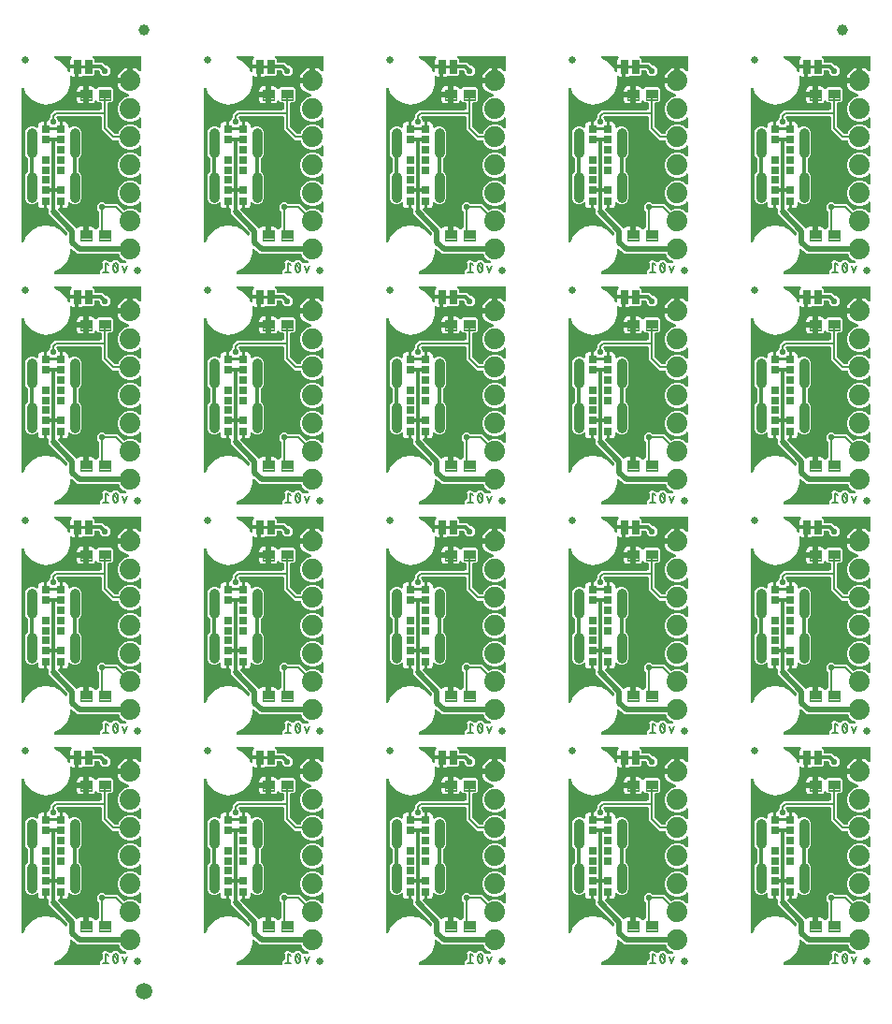
<source format=gbl>
G04 EAGLE Gerber RS-274X export*
G75*
%MOMM*%
%FSLAX34Y34*%
%LPD*%
%INBottom Copper*%
%IPPOS*%
%AMOC8*
5,1,8,0,0,1.08239X$1,22.5*%
G01*
%ADD10C,0.203200*%
%ADD11C,0.635000*%
%ADD12C,0.100000*%
%ADD13C,0.099059*%
%ADD14C,1.879600*%
%ADD15C,0.654000*%
%ADD16R,0.754000X0.754000*%
%ADD17C,0.900000*%
%ADD18C,1.000000*%
%ADD19C,1.500000*%
%ADD20C,0.558800*%
%ADD21C,0.304800*%
%ADD22C,0.330200*%
%ADD23C,0.508000*%

G36*
X169181Y31615D02*
X169181Y31615D01*
X169278Y31611D01*
X169339Y31624D01*
X169401Y31628D01*
X169493Y31658D01*
X169589Y31679D01*
X169644Y31707D01*
X169703Y31726D01*
X169786Y31778D01*
X169873Y31822D01*
X169919Y31863D01*
X169972Y31896D01*
X170039Y31967D01*
X170112Y32031D01*
X170147Y32083D01*
X170190Y32128D01*
X170237Y32213D01*
X170292Y32294D01*
X170334Y32389D01*
X170344Y32407D01*
X170346Y32417D01*
X170357Y32441D01*
X171737Y36233D01*
X176573Y41997D01*
X183090Y45759D01*
X190500Y47066D01*
X197910Y45759D01*
X204427Y41997D01*
X207523Y38307D01*
X207549Y38283D01*
X207569Y38254D01*
X207665Y38175D01*
X207756Y38091D01*
X207787Y38074D01*
X207814Y38052D01*
X207927Y37999D01*
X208036Y37940D01*
X208070Y37931D01*
X208102Y37916D01*
X208224Y37893D01*
X208344Y37863D01*
X208380Y37863D01*
X208415Y37856D01*
X208538Y37864D01*
X208662Y37865D01*
X208697Y37874D01*
X208732Y37876D01*
X208850Y37914D01*
X208970Y37946D01*
X209001Y37963D01*
X209034Y37974D01*
X209139Y38040D01*
X209248Y38101D01*
X209273Y38125D01*
X209303Y38144D01*
X209388Y38235D01*
X209478Y38320D01*
X209497Y38350D01*
X209521Y38376D01*
X209581Y38484D01*
X209647Y38590D01*
X209658Y38623D01*
X209675Y38654D01*
X209706Y38774D01*
X209743Y38893D01*
X209745Y38928D01*
X209754Y38962D01*
X209764Y39123D01*
X209764Y39763D01*
X209752Y39861D01*
X209749Y39960D01*
X209732Y40018D01*
X209724Y40079D01*
X209688Y40171D01*
X209660Y40266D01*
X209630Y40318D01*
X209607Y40374D01*
X209549Y40454D01*
X209499Y40540D01*
X209433Y40615D01*
X209421Y40632D01*
X209411Y40639D01*
X209393Y40660D01*
X192531Y57522D01*
X192531Y61520D01*
X192516Y61638D01*
X192509Y61757D01*
X192496Y61795D01*
X192491Y61836D01*
X192448Y61946D01*
X192411Y62059D01*
X192389Y62094D01*
X192374Y62131D01*
X192305Y62227D01*
X192241Y62328D01*
X192211Y62356D01*
X192188Y62389D01*
X192096Y62465D01*
X192009Y62546D01*
X191974Y62566D01*
X191943Y62591D01*
X191835Y62642D01*
X191731Y62700D01*
X191691Y62710D01*
X191655Y62727D01*
X191538Y62749D01*
X191423Y62779D01*
X191363Y62783D01*
X191343Y62787D01*
X191322Y62785D01*
X191262Y62789D01*
X191119Y62789D01*
X191119Y69100D01*
X191104Y69218D01*
X191097Y69337D01*
X191085Y69375D01*
X191080Y69415D01*
X191036Y69526D01*
X190999Y69639D01*
X190977Y69673D01*
X190963Y69711D01*
X190893Y69807D01*
X190829Y69908D01*
X190799Y69936D01*
X190776Y69968D01*
X190684Y70044D01*
X190597Y70126D01*
X190562Y70145D01*
X190531Y70171D01*
X190423Y70222D01*
X190319Y70279D01*
X190280Y70289D01*
X190243Y70307D01*
X190126Y70329D01*
X190011Y70359D01*
X189951Y70363D01*
X189931Y70366D01*
X189930Y70366D01*
X189910Y70365D01*
X189850Y70369D01*
X189732Y70354D01*
X189613Y70347D01*
X189574Y70334D01*
X189534Y70329D01*
X189424Y70285D01*
X189310Y70249D01*
X189276Y70227D01*
X189239Y70212D01*
X189142Y70142D01*
X189042Y70078D01*
X189014Y70049D01*
X188981Y70025D01*
X188905Y69933D01*
X188824Y69847D01*
X188804Y69811D01*
X188778Y69780D01*
X188728Y69673D01*
X188670Y69568D01*
X188660Y69529D01*
X188643Y69493D01*
X188621Y69376D01*
X188591Y69260D01*
X188587Y69200D01*
X188583Y69180D01*
X188584Y69160D01*
X188581Y69100D01*
X188581Y62789D01*
X185746Y62789D01*
X185099Y62962D01*
X184520Y63297D01*
X184047Y63770D01*
X183712Y64349D01*
X183539Y64996D01*
X183539Y66646D01*
X183522Y66783D01*
X183509Y66922D01*
X183502Y66941D01*
X183499Y66961D01*
X183448Y67091D01*
X183401Y67221D01*
X183390Y67238D01*
X183382Y67257D01*
X183301Y67369D01*
X183223Y67484D01*
X183207Y67498D01*
X183196Y67514D01*
X183089Y67603D01*
X182984Y67695D01*
X182966Y67704D01*
X182951Y67717D01*
X182825Y67776D01*
X182701Y67839D01*
X182681Y67844D01*
X182663Y67852D01*
X182527Y67879D01*
X182391Y67909D01*
X182370Y67908D01*
X182351Y67912D01*
X182212Y67904D01*
X182073Y67899D01*
X182053Y67894D01*
X182033Y67893D01*
X181901Y67850D01*
X181767Y67811D01*
X181750Y67801D01*
X181731Y67794D01*
X181613Y67720D01*
X181493Y67649D01*
X181472Y67631D01*
X181462Y67624D01*
X181448Y67609D01*
X181372Y67543D01*
X181107Y67277D01*
X178799Y66321D01*
X176301Y66321D01*
X173993Y67277D01*
X172227Y69043D01*
X171271Y71351D01*
X171271Y91849D01*
X172227Y94157D01*
X173876Y95805D01*
X173936Y95883D01*
X174004Y95955D01*
X174033Y96008D01*
X174070Y96056D01*
X174110Y96147D01*
X174158Y96234D01*
X174173Y96292D01*
X174197Y96348D01*
X174212Y96446D01*
X174237Y96542D01*
X174242Y96627D01*
X174245Y96639D01*
X174244Y96647D01*
X174247Y96662D01*
X174245Y96674D01*
X174247Y96702D01*
X174247Y106498D01*
X174235Y106596D01*
X174232Y106695D01*
X174215Y106753D01*
X174207Y106813D01*
X174171Y106905D01*
X174143Y107000D01*
X174113Y107052D01*
X174090Y107109D01*
X174032Y107189D01*
X173982Y107274D01*
X173916Y107350D01*
X173904Y107366D01*
X173894Y107374D01*
X173876Y107395D01*
X172227Y109043D01*
X171271Y111351D01*
X171271Y131849D01*
X172227Y134157D01*
X173993Y135923D01*
X176301Y136879D01*
X178799Y136879D01*
X181107Y135923D01*
X181372Y135657D01*
X181482Y135572D01*
X181589Y135483D01*
X181608Y135474D01*
X181624Y135462D01*
X181751Y135407D01*
X181877Y135348D01*
X181897Y135344D01*
X181916Y135336D01*
X182053Y135314D01*
X182190Y135288D01*
X182210Y135289D01*
X182230Y135286D01*
X182369Y135299D01*
X182507Y135307D01*
X182526Y135314D01*
X182546Y135316D01*
X182678Y135363D01*
X182809Y135406D01*
X182826Y135416D01*
X182846Y135423D01*
X182961Y135501D01*
X183078Y135576D01*
X183092Y135590D01*
X183109Y135602D01*
X183201Y135706D01*
X183296Y135807D01*
X183306Y135825D01*
X183319Y135840D01*
X183383Y135964D01*
X183450Y136086D01*
X183455Y136105D01*
X183464Y136123D01*
X183494Y136259D01*
X183529Y136394D01*
X183531Y136422D01*
X183534Y136434D01*
X183533Y136454D01*
X183539Y136554D01*
X183539Y138204D01*
X183712Y138851D01*
X184047Y139430D01*
X184520Y139903D01*
X185099Y140238D01*
X185746Y140411D01*
X188581Y140411D01*
X188581Y134100D01*
X188596Y133982D01*
X188603Y133863D01*
X188615Y133825D01*
X188620Y133785D01*
X188664Y133674D01*
X188701Y133561D01*
X188723Y133527D01*
X188737Y133489D01*
X188807Y133393D01*
X188871Y133292D01*
X188872Y133292D01*
X188901Y133264D01*
X188924Y133232D01*
X188925Y133231D01*
X189017Y133155D01*
X189103Y133074D01*
X189139Y133054D01*
X189170Y133028D01*
X189277Y132978D01*
X189382Y132920D01*
X189421Y132910D01*
X189457Y132893D01*
X189574Y132871D01*
X189690Y132841D01*
X189750Y132837D01*
X189770Y132833D01*
X189790Y132834D01*
X189850Y132831D01*
X203850Y132831D01*
X203968Y132846D01*
X204087Y132853D01*
X204125Y132865D01*
X204165Y132870D01*
X204276Y132914D01*
X204389Y132951D01*
X204423Y132973D01*
X204461Y132987D01*
X204557Y133057D01*
X204658Y133121D01*
X204658Y133122D01*
X204686Y133151D01*
X204718Y133174D01*
X204719Y133175D01*
X204795Y133267D01*
X204876Y133353D01*
X204896Y133389D01*
X204922Y133420D01*
X204972Y133527D01*
X205030Y133632D01*
X205040Y133671D01*
X205057Y133707D01*
X205079Y133824D01*
X205109Y133940D01*
X205113Y134000D01*
X205117Y134020D01*
X205116Y134040D01*
X205119Y134100D01*
X205119Y140411D01*
X207954Y140411D01*
X208601Y140238D01*
X209180Y139903D01*
X209653Y139430D01*
X209988Y138851D01*
X210161Y138204D01*
X210161Y136554D01*
X210178Y136417D01*
X210191Y136278D01*
X210198Y136259D01*
X210201Y136239D01*
X210252Y136109D01*
X210299Y135979D01*
X210310Y135962D01*
X210318Y135943D01*
X210399Y135831D01*
X210477Y135716D01*
X210493Y135702D01*
X210504Y135686D01*
X210611Y135597D01*
X210716Y135505D01*
X210734Y135496D01*
X210749Y135483D01*
X210875Y135424D01*
X210999Y135361D01*
X211019Y135356D01*
X211037Y135348D01*
X211173Y135321D01*
X211309Y135291D01*
X211330Y135292D01*
X211349Y135288D01*
X211488Y135296D01*
X211627Y135301D01*
X211647Y135306D01*
X211667Y135307D01*
X211799Y135350D01*
X211933Y135389D01*
X211950Y135399D01*
X211969Y135406D01*
X212087Y135480D01*
X212207Y135551D01*
X212228Y135569D01*
X212238Y135576D01*
X212252Y135591D01*
X212328Y135657D01*
X212593Y135923D01*
X214901Y136879D01*
X217399Y136879D01*
X219707Y135923D01*
X221473Y134157D01*
X222429Y131849D01*
X222429Y111351D01*
X221473Y109043D01*
X219824Y107395D01*
X219764Y107317D01*
X219696Y107245D01*
X219667Y107192D01*
X219630Y107144D01*
X219590Y107053D01*
X219542Y106966D01*
X219527Y106908D01*
X219503Y106852D01*
X219488Y106754D01*
X219463Y106658D01*
X219457Y106558D01*
X219453Y106538D01*
X219455Y106526D01*
X219453Y106498D01*
X219453Y96702D01*
X219465Y96604D01*
X219468Y96505D01*
X219485Y96447D01*
X219493Y96387D01*
X219529Y96295D01*
X219557Y96200D01*
X219587Y96148D01*
X219610Y96091D01*
X219668Y96011D01*
X219718Y95926D01*
X219784Y95850D01*
X219796Y95834D01*
X219806Y95826D01*
X219824Y95805D01*
X221473Y94157D01*
X222429Y91849D01*
X222429Y71351D01*
X221473Y69043D01*
X219707Y67277D01*
X217399Y66321D01*
X214901Y66321D01*
X212593Y67277D01*
X212328Y67543D01*
X212218Y67628D01*
X212111Y67717D01*
X212092Y67726D01*
X212076Y67738D01*
X211949Y67793D01*
X211823Y67852D01*
X211803Y67856D01*
X211784Y67864D01*
X211647Y67886D01*
X211510Y67912D01*
X211490Y67911D01*
X211470Y67914D01*
X211331Y67901D01*
X211193Y67893D01*
X211174Y67886D01*
X211154Y67884D01*
X211022Y67837D01*
X210891Y67794D01*
X210874Y67784D01*
X210854Y67777D01*
X210739Y67699D01*
X210622Y67624D01*
X210608Y67610D01*
X210591Y67598D01*
X210499Y67494D01*
X210404Y67393D01*
X210394Y67375D01*
X210381Y67360D01*
X210317Y67236D01*
X210250Y67114D01*
X210245Y67095D01*
X210236Y67077D01*
X210206Y66941D01*
X210171Y66806D01*
X210169Y66778D01*
X210166Y66766D01*
X210167Y66746D01*
X210161Y66646D01*
X210161Y64996D01*
X209988Y64349D01*
X209653Y63770D01*
X209180Y63297D01*
X208601Y62962D01*
X207954Y62789D01*
X205119Y62789D01*
X205119Y69100D01*
X205104Y69218D01*
X205097Y69337D01*
X205085Y69375D01*
X205080Y69415D01*
X205036Y69526D01*
X204999Y69639D01*
X204977Y69673D01*
X204963Y69711D01*
X204893Y69807D01*
X204829Y69908D01*
X204799Y69936D01*
X204776Y69968D01*
X204684Y70044D01*
X204597Y70126D01*
X204562Y70145D01*
X204531Y70171D01*
X204423Y70222D01*
X204319Y70279D01*
X204280Y70289D01*
X204243Y70307D01*
X204126Y70329D01*
X204011Y70359D01*
X203951Y70363D01*
X203931Y70366D01*
X203930Y70366D01*
X203910Y70365D01*
X203850Y70369D01*
X203732Y70354D01*
X203613Y70347D01*
X203574Y70334D01*
X203534Y70329D01*
X203424Y70285D01*
X203310Y70249D01*
X203276Y70227D01*
X203239Y70212D01*
X203142Y70142D01*
X203042Y70078D01*
X203014Y70049D01*
X202981Y70025D01*
X202905Y69933D01*
X202824Y69847D01*
X202804Y69811D01*
X202778Y69780D01*
X202728Y69673D01*
X202670Y69568D01*
X202660Y69529D01*
X202643Y69493D01*
X202621Y69376D01*
X202591Y69260D01*
X202587Y69200D01*
X202583Y69180D01*
X202584Y69160D01*
X202581Y69100D01*
X202581Y62789D01*
X202543Y62789D01*
X202406Y62772D01*
X202267Y62759D01*
X202248Y62752D01*
X202228Y62749D01*
X202099Y62698D01*
X201968Y62651D01*
X201951Y62640D01*
X201932Y62632D01*
X201820Y62551D01*
X201704Y62473D01*
X201691Y62457D01*
X201675Y62446D01*
X201586Y62338D01*
X201494Y62234D01*
X201485Y62216D01*
X201472Y62201D01*
X201413Y62075D01*
X201349Y61951D01*
X201345Y61931D01*
X201336Y61913D01*
X201310Y61777D01*
X201280Y61641D01*
X201280Y61620D01*
X201277Y61601D01*
X201285Y61462D01*
X201289Y61323D01*
X201295Y61303D01*
X201296Y61283D01*
X201339Y61151D01*
X201378Y61017D01*
X201388Y61000D01*
X201394Y60981D01*
X201469Y60863D01*
X201539Y60743D01*
X201558Y60722D01*
X201564Y60712D01*
X201579Y60698D01*
X201646Y60623D01*
X215500Y46768D01*
X217512Y44757D01*
X217606Y44684D01*
X217695Y44605D01*
X217731Y44587D01*
X217763Y44562D01*
X217872Y44514D01*
X217978Y44460D01*
X218018Y44452D01*
X218055Y44435D01*
X218172Y44417D01*
X218288Y44391D01*
X218329Y44392D01*
X218369Y44386D01*
X218488Y44397D01*
X218606Y44400D01*
X218645Y44412D01*
X218685Y44415D01*
X218797Y44456D01*
X218912Y44489D01*
X218947Y44509D01*
X218985Y44523D01*
X219083Y44590D01*
X219186Y44650D01*
X219231Y44690D01*
X219248Y44702D01*
X219261Y44717D01*
X219307Y44757D01*
X219583Y45033D01*
X220276Y45434D01*
X221050Y45641D01*
X223951Y45641D01*
X223951Y39330D01*
X223966Y39212D01*
X223973Y39093D01*
X223985Y39055D01*
X223991Y39015D01*
X224034Y38904D01*
X224071Y38791D01*
X224093Y38757D01*
X224108Y38719D01*
X224177Y38623D01*
X224241Y38522D01*
X224271Y38494D01*
X224294Y38462D01*
X224386Y38386D01*
X224473Y38304D01*
X224508Y38285D01*
X224539Y38259D01*
X224647Y38208D01*
X224751Y38151D01*
X224791Y38141D01*
X224827Y38123D01*
X224944Y38101D01*
X225059Y38071D01*
X225119Y38067D01*
X225139Y38064D01*
X225160Y38065D01*
X225220Y38061D01*
X227680Y38061D01*
X227798Y38076D01*
X227917Y38083D01*
X227955Y38096D01*
X227996Y38101D01*
X228106Y38145D01*
X228219Y38181D01*
X228254Y38203D01*
X228291Y38218D01*
X228387Y38288D01*
X228488Y38351D01*
X228516Y38381D01*
X228549Y38405D01*
X228625Y38496D01*
X228706Y38583D01*
X228726Y38618D01*
X228751Y38650D01*
X228802Y38757D01*
X228860Y38862D01*
X228870Y38901D01*
X228887Y38937D01*
X228909Y39054D01*
X228939Y39170D01*
X228943Y39230D01*
X228947Y39250D01*
X228945Y39270D01*
X228949Y39330D01*
X228949Y45641D01*
X231850Y45641D01*
X232624Y45434D01*
X233317Y45033D01*
X233883Y44467D01*
X234232Y43864D01*
X234308Y43764D01*
X234378Y43660D01*
X234403Y43637D01*
X234424Y43610D01*
X234522Y43532D01*
X234617Y43449D01*
X234647Y43434D01*
X234673Y43413D01*
X234788Y43362D01*
X234900Y43304D01*
X234933Y43297D01*
X234963Y43283D01*
X235088Y43262D01*
X235210Y43235D01*
X235244Y43236D01*
X235277Y43230D01*
X235402Y43241D01*
X235528Y43244D01*
X235560Y43254D01*
X235594Y43257D01*
X235713Y43298D01*
X235833Y43333D01*
X235863Y43350D01*
X235894Y43361D01*
X235999Y43431D01*
X236107Y43494D01*
X236144Y43527D01*
X236159Y43537D01*
X236174Y43553D01*
X236228Y43601D01*
X237744Y45116D01*
X237804Y45194D01*
X237872Y45267D01*
X237901Y45320D01*
X237938Y45367D01*
X237978Y45458D01*
X238026Y45545D01*
X238041Y45604D01*
X238065Y45659D01*
X238080Y45757D01*
X238105Y45853D01*
X238111Y45953D01*
X238115Y45973D01*
X238113Y45986D01*
X238115Y46014D01*
X238115Y59302D01*
X238103Y59400D01*
X238100Y59499D01*
X238083Y59558D01*
X238075Y59618D01*
X238039Y59710D01*
X238011Y59805D01*
X237981Y59857D01*
X237958Y59913D01*
X237900Y59993D01*
X237850Y60079D01*
X237784Y60154D01*
X237772Y60171D01*
X237762Y60179D01*
X237744Y60200D01*
X236337Y61606D01*
X236337Y65394D01*
X239016Y68073D01*
X242804Y68073D01*
X244210Y66666D01*
X244289Y66606D01*
X244361Y66538D01*
X244414Y66509D01*
X244462Y66472D01*
X244553Y66432D01*
X244639Y66384D01*
X244698Y66369D01*
X244753Y66345D01*
X244851Y66330D01*
X244947Y66305D01*
X245047Y66299D01*
X245068Y66295D01*
X245080Y66297D01*
X245108Y66295D01*
X255158Y66295D01*
X257166Y64286D01*
X260341Y61112D01*
X260364Y61093D01*
X260383Y61071D01*
X260489Y60996D01*
X260592Y60917D01*
X260619Y60905D01*
X260643Y60888D01*
X260765Y60842D01*
X260884Y60790D01*
X260913Y60786D01*
X260941Y60775D01*
X261070Y60761D01*
X261198Y60740D01*
X261227Y60743D01*
X261257Y60740D01*
X261385Y60758D01*
X261515Y60770D01*
X261542Y60780D01*
X261572Y60784D01*
X261724Y60836D01*
X264477Y61977D01*
X268923Y61977D01*
X273031Y60275D01*
X274439Y58868D01*
X274548Y58782D01*
X274655Y58694D01*
X274674Y58685D01*
X274690Y58673D01*
X274818Y58617D01*
X274943Y58558D01*
X274963Y58555D01*
X274982Y58546D01*
X275120Y58525D01*
X275256Y58499D01*
X275276Y58500D01*
X275296Y58497D01*
X275435Y58510D01*
X275573Y58518D01*
X275592Y58525D01*
X275612Y58526D01*
X275744Y58574D01*
X275875Y58616D01*
X275893Y58627D01*
X275912Y58634D01*
X276027Y58712D01*
X276144Y58786D01*
X276158Y58801D01*
X276175Y58813D01*
X276267Y58917D01*
X276362Y59018D01*
X276372Y59036D01*
X276385Y59051D01*
X276449Y59175D01*
X276516Y59297D01*
X276521Y59316D01*
X276530Y59334D01*
X276560Y59470D01*
X276595Y59605D01*
X276597Y59633D01*
X276600Y59645D01*
X276599Y59665D01*
X276605Y59765D01*
X276605Y67235D01*
X276588Y67373D01*
X276575Y67511D01*
X276568Y67530D01*
X276565Y67550D01*
X276514Y67680D01*
X276467Y67810D01*
X276456Y67827D01*
X276448Y67846D01*
X276367Y67958D01*
X276289Y68074D01*
X276273Y68087D01*
X276262Y68103D01*
X276154Y68192D01*
X276050Y68284D01*
X276032Y68293D01*
X276017Y68306D01*
X275891Y68365D01*
X275767Y68429D01*
X275747Y68433D01*
X275729Y68442D01*
X275592Y68468D01*
X275457Y68498D01*
X275436Y68498D01*
X275417Y68501D01*
X275278Y68493D01*
X275139Y68489D01*
X275119Y68483D01*
X275099Y68482D01*
X274967Y68439D01*
X274833Y68400D01*
X274816Y68390D01*
X274797Y68384D01*
X274679Y68309D01*
X274559Y68239D01*
X274538Y68220D01*
X274528Y68214D01*
X274514Y68199D01*
X274439Y68132D01*
X273031Y66725D01*
X268923Y65023D01*
X264477Y65023D01*
X260369Y66725D01*
X257225Y69869D01*
X255523Y73977D01*
X255523Y78423D01*
X257225Y82531D01*
X260369Y85675D01*
X264477Y87377D01*
X268923Y87377D01*
X273031Y85675D01*
X274439Y84268D01*
X274548Y84182D01*
X274655Y84094D01*
X274674Y84085D01*
X274690Y84073D01*
X274818Y84017D01*
X274943Y83958D01*
X274963Y83955D01*
X274982Y83946D01*
X275120Y83925D01*
X275256Y83899D01*
X275276Y83900D01*
X275296Y83897D01*
X275435Y83910D01*
X275573Y83918D01*
X275592Y83925D01*
X275612Y83926D01*
X275744Y83974D01*
X275875Y84016D01*
X275893Y84027D01*
X275912Y84034D01*
X276027Y84112D01*
X276144Y84186D01*
X276158Y84201D01*
X276175Y84213D01*
X276267Y84317D01*
X276362Y84418D01*
X276372Y84436D01*
X276385Y84451D01*
X276449Y84575D01*
X276516Y84697D01*
X276521Y84716D01*
X276530Y84734D01*
X276560Y84870D01*
X276595Y85005D01*
X276597Y85033D01*
X276600Y85045D01*
X276599Y85065D01*
X276605Y85165D01*
X276605Y92635D01*
X276588Y92773D01*
X276575Y92911D01*
X276568Y92930D01*
X276565Y92950D01*
X276514Y93080D01*
X276467Y93210D01*
X276456Y93227D01*
X276448Y93246D01*
X276367Y93358D01*
X276289Y93474D01*
X276273Y93487D01*
X276262Y93503D01*
X276154Y93592D01*
X276050Y93684D01*
X276032Y93693D01*
X276017Y93706D01*
X275891Y93765D01*
X275767Y93829D01*
X275747Y93833D01*
X275729Y93842D01*
X275592Y93868D01*
X275457Y93898D01*
X275436Y93898D01*
X275417Y93901D01*
X275278Y93893D01*
X275139Y93889D01*
X275119Y93883D01*
X275099Y93882D01*
X274967Y93839D01*
X274833Y93800D01*
X274816Y93790D01*
X274797Y93784D01*
X274679Y93709D01*
X274559Y93639D01*
X274538Y93620D01*
X274528Y93614D01*
X274514Y93599D01*
X274439Y93532D01*
X273031Y92125D01*
X268923Y90423D01*
X264477Y90423D01*
X260369Y92125D01*
X257225Y95269D01*
X255523Y99377D01*
X255523Y103823D01*
X257225Y107931D01*
X260369Y111075D01*
X264477Y112777D01*
X268923Y112777D01*
X273031Y111075D01*
X274439Y109668D01*
X274548Y109582D01*
X274655Y109494D01*
X274674Y109485D01*
X274690Y109473D01*
X274818Y109417D01*
X274943Y109358D01*
X274963Y109355D01*
X274982Y109346D01*
X275120Y109325D01*
X275256Y109299D01*
X275276Y109300D01*
X275296Y109297D01*
X275435Y109310D01*
X275573Y109318D01*
X275592Y109325D01*
X275612Y109326D01*
X275744Y109374D01*
X275875Y109416D01*
X275893Y109427D01*
X275912Y109434D01*
X276027Y109512D01*
X276144Y109586D01*
X276158Y109601D01*
X276175Y109613D01*
X276267Y109717D01*
X276362Y109818D01*
X276372Y109836D01*
X276385Y109851D01*
X276449Y109975D01*
X276516Y110097D01*
X276521Y110116D01*
X276530Y110134D01*
X276560Y110270D01*
X276595Y110405D01*
X276597Y110433D01*
X276600Y110445D01*
X276599Y110465D01*
X276605Y110565D01*
X276605Y118035D01*
X276588Y118173D01*
X276575Y118311D01*
X276568Y118330D01*
X276565Y118350D01*
X276514Y118480D01*
X276467Y118610D01*
X276456Y118627D01*
X276448Y118646D01*
X276367Y118758D01*
X276289Y118874D01*
X276273Y118887D01*
X276262Y118903D01*
X276154Y118992D01*
X276050Y119084D01*
X276032Y119093D01*
X276017Y119106D01*
X275891Y119165D01*
X275767Y119229D01*
X275747Y119233D01*
X275729Y119242D01*
X275592Y119268D01*
X275457Y119298D01*
X275436Y119298D01*
X275417Y119301D01*
X275278Y119293D01*
X275139Y119289D01*
X275119Y119283D01*
X275099Y119282D01*
X274967Y119239D01*
X274833Y119200D01*
X274816Y119190D01*
X274797Y119184D01*
X274679Y119109D01*
X274559Y119039D01*
X274538Y119020D01*
X274528Y119014D01*
X274514Y118999D01*
X274439Y118932D01*
X273031Y117525D01*
X268923Y115823D01*
X264477Y115823D01*
X260369Y117525D01*
X257225Y120669D01*
X256085Y123422D01*
X256070Y123447D01*
X256061Y123475D01*
X255991Y123585D01*
X255927Y123698D01*
X255906Y123719D01*
X255891Y123744D01*
X255796Y123833D01*
X255706Y123926D01*
X255681Y123942D01*
X255659Y123962D01*
X255545Y124025D01*
X255435Y124093D01*
X255406Y124101D01*
X255381Y124116D01*
X255255Y124148D01*
X255131Y124186D01*
X255101Y124188D01*
X255073Y124195D01*
X254912Y124205D01*
X250302Y124205D01*
X240655Y133852D01*
X240655Y144526D01*
X240640Y144644D01*
X240633Y144763D01*
X240620Y144801D01*
X240615Y144842D01*
X240572Y144952D01*
X240535Y145065D01*
X240513Y145100D01*
X240498Y145137D01*
X240429Y145233D01*
X240365Y145334D01*
X240335Y145362D01*
X240312Y145395D01*
X240220Y145471D01*
X240133Y145552D01*
X240098Y145572D01*
X240067Y145597D01*
X239959Y145648D01*
X239855Y145706D01*
X239815Y145716D01*
X239779Y145733D01*
X239662Y145755D01*
X239547Y145785D01*
X239487Y145789D01*
X239467Y145793D01*
X239446Y145791D01*
X239386Y145795D01*
X201073Y145795D01*
X200975Y145783D01*
X200876Y145780D01*
X200818Y145763D01*
X200758Y145755D01*
X200666Y145719D01*
X200571Y145691D01*
X200518Y145661D01*
X200462Y145638D01*
X200382Y145580D01*
X200297Y145530D01*
X200231Y145472D01*
X200222Y145466D01*
X200217Y145460D01*
X200205Y145452D01*
X200197Y145442D01*
X200176Y145424D01*
X200163Y145411D01*
X200090Y145317D01*
X200011Y145227D01*
X199993Y145191D01*
X199968Y145159D01*
X199921Y145050D01*
X199867Y144944D01*
X199858Y144905D01*
X199842Y144868D01*
X199823Y144750D01*
X199797Y144634D01*
X199798Y144594D01*
X199792Y144554D01*
X199803Y144435D01*
X199807Y144316D01*
X199818Y144277D01*
X199822Y144237D01*
X199862Y144125D01*
X199895Y144010D01*
X199916Y143976D01*
X199929Y143938D01*
X199996Y143839D01*
X200057Y143737D01*
X200096Y143691D01*
X200108Y143674D01*
X200123Y143661D01*
X200163Y143616D01*
X201423Y142356D01*
X201423Y141680D01*
X201438Y141562D01*
X201445Y141443D01*
X201458Y141405D01*
X201463Y141364D01*
X201506Y141254D01*
X201543Y141141D01*
X201565Y141106D01*
X201580Y141069D01*
X201650Y140972D01*
X201713Y140872D01*
X201743Y140844D01*
X201766Y140811D01*
X201858Y140735D01*
X201945Y140654D01*
X201980Y140634D01*
X202011Y140609D01*
X202119Y140558D01*
X202223Y140500D01*
X202263Y140490D01*
X202299Y140473D01*
X202416Y140451D01*
X202531Y140421D01*
X202581Y140418D01*
X202581Y135369D01*
X191119Y135369D01*
X191119Y140425D01*
X191126Y140426D01*
X191245Y140433D01*
X191283Y140445D01*
X191324Y140451D01*
X191434Y140494D01*
X191547Y140531D01*
X191582Y140553D01*
X191619Y140568D01*
X191715Y140637D01*
X191816Y140701D01*
X191844Y140731D01*
X191877Y140754D01*
X191953Y140846D01*
X192034Y140933D01*
X192054Y140968D01*
X192079Y140999D01*
X192130Y141107D01*
X192188Y141211D01*
X192198Y141251D01*
X192215Y141287D01*
X192237Y141404D01*
X192267Y141519D01*
X192271Y141579D01*
X192275Y141599D01*
X192273Y141620D01*
X192277Y141680D01*
X192277Y142356D01*
X193684Y143762D01*
X193744Y143841D01*
X193812Y143913D01*
X193841Y143966D01*
X193878Y144014D01*
X193918Y144105D01*
X193966Y144191D01*
X193981Y144250D01*
X194005Y144305D01*
X194020Y144403D01*
X194045Y144499D01*
X194051Y144599D01*
X194055Y144620D01*
X194053Y144632D01*
X194055Y144660D01*
X194055Y147208D01*
X196064Y149216D01*
X196223Y149376D01*
X196224Y149376D01*
X198232Y151385D01*
X239386Y151385D01*
X239504Y151400D01*
X239623Y151407D01*
X239661Y151420D01*
X239702Y151425D01*
X239812Y151468D01*
X239925Y151505D01*
X239960Y151527D01*
X239997Y151542D01*
X240093Y151611D01*
X240194Y151675D01*
X240222Y151705D01*
X240255Y151728D01*
X240331Y151820D01*
X240412Y151907D01*
X240432Y151942D01*
X240457Y151973D01*
X240508Y152081D01*
X240566Y152185D01*
X240576Y152225D01*
X240593Y152261D01*
X240615Y152378D01*
X240645Y152493D01*
X240649Y152553D01*
X240653Y152573D01*
X240651Y152594D01*
X240655Y152654D01*
X240655Y157052D01*
X240640Y157170D01*
X240633Y157289D01*
X240620Y157327D01*
X240615Y157368D01*
X240572Y157478D01*
X240535Y157591D01*
X240513Y157626D01*
X240498Y157663D01*
X240429Y157759D01*
X240365Y157860D01*
X240335Y157888D01*
X240312Y157921D01*
X240220Y157997D01*
X240133Y158078D01*
X240098Y158098D01*
X240067Y158123D01*
X239959Y158174D01*
X239855Y158232D01*
X239815Y158242D01*
X239779Y158259D01*
X239662Y158281D01*
X239547Y158311D01*
X239487Y158315D01*
X239467Y158319D01*
X239446Y158317D01*
X239386Y158321D01*
X237506Y158321D01*
X236228Y159599D01*
X236129Y159676D01*
X236034Y159758D01*
X236004Y159773D01*
X235977Y159794D01*
X235861Y159844D01*
X235749Y159900D01*
X235716Y159907D01*
X235685Y159920D01*
X235561Y159940D01*
X235438Y159966D01*
X235404Y159965D01*
X235371Y159970D01*
X235246Y159959D01*
X235120Y159953D01*
X235088Y159944D01*
X235054Y159940D01*
X234936Y159898D01*
X234816Y159862D01*
X234787Y159844D01*
X234755Y159833D01*
X234651Y159762D01*
X234543Y159697D01*
X234520Y159673D01*
X234492Y159654D01*
X234409Y159560D01*
X234321Y159470D01*
X234294Y159430D01*
X234281Y159416D01*
X234272Y159396D01*
X234232Y159336D01*
X233883Y158733D01*
X233317Y158167D01*
X232624Y157766D01*
X231850Y157559D01*
X228949Y157559D01*
X228949Y163870D01*
X228934Y163988D01*
X228927Y164107D01*
X228915Y164145D01*
X228909Y164185D01*
X228866Y164296D01*
X228829Y164409D01*
X228807Y164443D01*
X228792Y164481D01*
X228723Y164577D01*
X228659Y164678D01*
X228629Y164706D01*
X228606Y164738D01*
X228514Y164814D01*
X228427Y164896D01*
X228392Y164915D01*
X228361Y164941D01*
X228253Y164992D01*
X228149Y165049D01*
X228109Y165059D01*
X228073Y165077D01*
X227966Y165097D01*
X227996Y165101D01*
X228106Y165145D01*
X228219Y165181D01*
X228254Y165203D01*
X228291Y165218D01*
X228387Y165288D01*
X228488Y165351D01*
X228516Y165381D01*
X228549Y165405D01*
X228625Y165496D01*
X228706Y165583D01*
X228726Y165618D01*
X228751Y165650D01*
X228802Y165757D01*
X228860Y165862D01*
X228870Y165901D01*
X228887Y165937D01*
X228909Y166054D01*
X228939Y166170D01*
X228943Y166230D01*
X228947Y166250D01*
X228945Y166270D01*
X228949Y166330D01*
X228949Y172641D01*
X231850Y172641D01*
X232624Y172434D01*
X233317Y172033D01*
X233883Y171467D01*
X234232Y170864D01*
X234308Y170763D01*
X234378Y170660D01*
X234403Y170637D01*
X234424Y170610D01*
X234522Y170532D01*
X234617Y170449D01*
X234647Y170434D01*
X234673Y170413D01*
X234788Y170362D01*
X234900Y170304D01*
X234933Y170297D01*
X234963Y170283D01*
X235088Y170262D01*
X235210Y170235D01*
X235244Y170236D01*
X235277Y170230D01*
X235402Y170241D01*
X235528Y170244D01*
X235560Y170254D01*
X235594Y170257D01*
X235713Y170298D01*
X235833Y170333D01*
X235863Y170350D01*
X235894Y170361D01*
X235999Y170431D01*
X236107Y170494D01*
X236144Y170527D01*
X236159Y170537D01*
X236174Y170553D01*
X236228Y170601D01*
X237506Y171879D01*
X249394Y171879D01*
X250729Y170544D01*
X250729Y159656D01*
X249394Y158321D01*
X247514Y158321D01*
X247396Y158306D01*
X247277Y158299D01*
X247239Y158286D01*
X247198Y158281D01*
X247088Y158238D01*
X246975Y158201D01*
X246940Y158179D01*
X246903Y158164D01*
X246807Y158095D01*
X246706Y158031D01*
X246678Y158001D01*
X246645Y157978D01*
X246569Y157886D01*
X246488Y157799D01*
X246468Y157764D01*
X246443Y157733D01*
X246392Y157625D01*
X246334Y157521D01*
X246324Y157481D01*
X246307Y157445D01*
X246285Y157328D01*
X246255Y157213D01*
X246251Y157153D01*
X246247Y157133D01*
X246249Y157112D01*
X246245Y157052D01*
X246245Y136693D01*
X246257Y136595D01*
X246260Y136496D01*
X246277Y136438D01*
X246285Y136378D01*
X246321Y136286D01*
X246349Y136191D01*
X246379Y136138D01*
X246402Y136082D01*
X246460Y136002D01*
X246510Y135917D01*
X246576Y135841D01*
X246588Y135825D01*
X246598Y135817D01*
X246616Y135796D01*
X252246Y130166D01*
X252324Y130106D01*
X252396Y130038D01*
X252449Y130009D01*
X252497Y129972D01*
X252588Y129932D01*
X252675Y129884D01*
X252733Y129869D01*
X252789Y129845D01*
X252887Y129830D01*
X252983Y129805D01*
X253083Y129799D01*
X253103Y129795D01*
X253115Y129797D01*
X253143Y129795D01*
X254912Y129795D01*
X254941Y129798D01*
X254971Y129796D01*
X255099Y129818D01*
X255227Y129835D01*
X255255Y129845D01*
X255284Y129850D01*
X255403Y129904D01*
X255523Y129952D01*
X255547Y129969D01*
X255574Y129981D01*
X255675Y130062D01*
X255780Y130138D01*
X255799Y130161D01*
X255822Y130180D01*
X255900Y130283D01*
X255983Y130383D01*
X255996Y130410D01*
X256014Y130434D01*
X256085Y130578D01*
X257225Y133331D01*
X260369Y136475D01*
X264477Y138177D01*
X268923Y138177D01*
X273031Y136475D01*
X274439Y135068D01*
X274548Y134982D01*
X274655Y134894D01*
X274674Y134885D01*
X274690Y134873D01*
X274818Y134817D01*
X274943Y134758D01*
X274963Y134755D01*
X274982Y134746D01*
X275120Y134725D01*
X275256Y134699D01*
X275276Y134700D01*
X275296Y134697D01*
X275435Y134710D01*
X275573Y134718D01*
X275592Y134725D01*
X275612Y134726D01*
X275744Y134774D01*
X275875Y134816D01*
X275893Y134827D01*
X275912Y134834D01*
X276027Y134912D01*
X276144Y134986D01*
X276158Y135001D01*
X276175Y135013D01*
X276267Y135117D01*
X276362Y135218D01*
X276372Y135236D01*
X276385Y135251D01*
X276449Y135375D01*
X276516Y135497D01*
X276521Y135516D01*
X276530Y135534D01*
X276560Y135670D01*
X276595Y135805D01*
X276597Y135833D01*
X276600Y135845D01*
X276599Y135865D01*
X276605Y135965D01*
X276605Y143435D01*
X276588Y143573D01*
X276575Y143711D01*
X276568Y143730D01*
X276565Y143750D01*
X276514Y143880D01*
X276467Y144010D01*
X276456Y144027D01*
X276448Y144046D01*
X276367Y144158D01*
X276289Y144274D01*
X276273Y144287D01*
X276262Y144303D01*
X276154Y144392D01*
X276050Y144484D01*
X276032Y144493D01*
X276017Y144506D01*
X275891Y144565D01*
X275767Y144629D01*
X275747Y144633D01*
X275729Y144642D01*
X275592Y144668D01*
X275457Y144698D01*
X275436Y144698D01*
X275417Y144701D01*
X275278Y144693D01*
X275139Y144689D01*
X275119Y144683D01*
X275099Y144682D01*
X274967Y144639D01*
X274833Y144600D01*
X274816Y144590D01*
X274797Y144584D01*
X274679Y144509D01*
X274559Y144439D01*
X274538Y144420D01*
X274528Y144414D01*
X274514Y144399D01*
X274439Y144332D01*
X273031Y142925D01*
X268923Y141223D01*
X264477Y141223D01*
X260369Y142925D01*
X257225Y146069D01*
X255523Y150177D01*
X255523Y154623D01*
X257225Y158731D01*
X260369Y161875D01*
X264664Y163654D01*
X264776Y163718D01*
X264891Y163777D01*
X264914Y163797D01*
X264940Y163812D01*
X265033Y163902D01*
X265130Y163987D01*
X265147Y164012D01*
X265169Y164033D01*
X265236Y164143D01*
X265309Y164250D01*
X265319Y164278D01*
X265335Y164304D01*
X265373Y164428D01*
X265417Y164549D01*
X265420Y164579D01*
X265428Y164608D01*
X265434Y164737D01*
X265447Y164866D01*
X265442Y164896D01*
X265443Y164926D01*
X265417Y165052D01*
X265397Y165180D01*
X265385Y165208D01*
X265379Y165237D01*
X265322Y165354D01*
X265271Y165472D01*
X265253Y165496D01*
X265239Y165523D01*
X265155Y165621D01*
X265077Y165723D01*
X265053Y165742D01*
X265033Y165765D01*
X264927Y165839D01*
X264825Y165919D01*
X264798Y165931D01*
X264773Y165948D01*
X264652Y165994D01*
X264534Y166045D01*
X264492Y166055D01*
X264476Y166061D01*
X264454Y166063D01*
X264377Y166080D01*
X263904Y166155D01*
X262117Y166736D01*
X260443Y167589D01*
X258922Y168694D01*
X257594Y170022D01*
X256489Y171543D01*
X255636Y173217D01*
X255055Y175004D01*
X255015Y175261D01*
X265430Y175261D01*
X265548Y175276D01*
X265667Y175283D01*
X265705Y175296D01*
X265745Y175301D01*
X265856Y175344D01*
X265969Y175381D01*
X266003Y175403D01*
X266041Y175418D01*
X266137Y175488D01*
X266238Y175551D01*
X266266Y175581D01*
X266298Y175604D01*
X266374Y175696D01*
X266456Y175783D01*
X266475Y175818D01*
X266501Y175849D01*
X266552Y175957D01*
X266609Y176061D01*
X266620Y176101D01*
X266637Y176137D01*
X266659Y176254D01*
X266689Y176369D01*
X266693Y176430D01*
X266697Y176450D01*
X266695Y176470D01*
X266699Y176530D01*
X266699Y177801D01*
X267970Y177801D01*
X268088Y177816D01*
X268207Y177823D01*
X268245Y177836D01*
X268285Y177841D01*
X268396Y177885D01*
X268509Y177921D01*
X268544Y177943D01*
X268581Y177958D01*
X268677Y178028D01*
X268778Y178091D01*
X268806Y178121D01*
X268839Y178145D01*
X268914Y178236D01*
X268996Y178323D01*
X269016Y178358D01*
X269041Y178390D01*
X269092Y178497D01*
X269150Y178602D01*
X269160Y178641D01*
X269177Y178677D01*
X269199Y178794D01*
X269229Y178909D01*
X269233Y178970D01*
X269237Y178990D01*
X269235Y179010D01*
X269239Y179070D01*
X269239Y189485D01*
X269496Y189445D01*
X271283Y188864D01*
X272957Y188011D01*
X274558Y186848D01*
X274574Y186839D01*
X274655Y186771D01*
X274674Y186763D01*
X274689Y186751D01*
X274817Y186695D01*
X274943Y186636D01*
X274963Y186632D01*
X274981Y186624D01*
X275119Y186602D01*
X275256Y186576D01*
X275275Y186577D01*
X275295Y186574D01*
X275434Y186587D01*
X275573Y186596D01*
X275592Y186602D01*
X275612Y186604D01*
X275743Y186651D01*
X275875Y186694D01*
X275892Y186705D01*
X275911Y186711D01*
X276026Y186789D01*
X276144Y186864D01*
X276158Y186879D01*
X276174Y186890D01*
X276266Y186994D01*
X276362Y187096D01*
X276372Y187113D01*
X276385Y187128D01*
X276448Y187252D01*
X276516Y187374D01*
X276521Y187394D01*
X276530Y187411D01*
X276560Y187547D01*
X276595Y187682D01*
X276597Y187710D01*
X276599Y187722D01*
X276599Y187742D01*
X276605Y187843D01*
X276605Y199136D01*
X276590Y199254D01*
X276583Y199373D01*
X276570Y199411D01*
X276565Y199452D01*
X276522Y199562D01*
X276485Y199675D01*
X276463Y199710D01*
X276448Y199747D01*
X276379Y199843D01*
X276315Y199944D01*
X276285Y199972D01*
X276262Y200005D01*
X276170Y200081D01*
X276083Y200162D01*
X276048Y200182D01*
X276017Y200207D01*
X275909Y200258D01*
X275805Y200316D01*
X275765Y200326D01*
X275729Y200343D01*
X275612Y200365D01*
X275497Y200395D01*
X275437Y200399D01*
X275417Y200403D01*
X275396Y200401D01*
X275336Y200405D01*
X233763Y200405D01*
X233625Y200388D01*
X233487Y200375D01*
X233468Y200368D01*
X233448Y200365D01*
X233319Y200314D01*
X233188Y200267D01*
X233171Y200256D01*
X233152Y200248D01*
X233040Y200167D01*
X232925Y200089D01*
X232911Y200073D01*
X232895Y200062D01*
X232806Y199954D01*
X232714Y199850D01*
X232705Y199832D01*
X232692Y199817D01*
X232633Y199691D01*
X232569Y199567D01*
X232565Y199547D01*
X232556Y199529D01*
X232530Y199392D01*
X232500Y199257D01*
X232500Y199236D01*
X232497Y199217D01*
X232505Y199078D01*
X232509Y198939D01*
X232515Y198919D01*
X232516Y198899D01*
X232559Y198767D01*
X232598Y198633D01*
X232608Y198616D01*
X232614Y198597D01*
X232689Y198479D01*
X232759Y198359D01*
X232778Y198338D01*
X232785Y198328D01*
X232800Y198314D01*
X232866Y198239D01*
X233808Y197297D01*
X233808Y195072D01*
X233823Y194954D01*
X233830Y194835D01*
X233843Y194797D01*
X233848Y194756D01*
X233891Y194646D01*
X233928Y194533D01*
X233950Y194498D01*
X233965Y194461D01*
X234034Y194365D01*
X234098Y194264D01*
X234128Y194236D01*
X234151Y194203D01*
X234243Y194127D01*
X234330Y194046D01*
X234365Y194026D01*
X234396Y194001D01*
X234504Y193950D01*
X234608Y193892D01*
X234648Y193882D01*
X234684Y193865D01*
X234801Y193843D01*
X234916Y193813D01*
X234976Y193809D01*
X234996Y193805D01*
X235017Y193807D01*
X235077Y193803D01*
X241652Y193803D01*
X243820Y191634D01*
X243899Y191574D01*
X243971Y191506D01*
X244024Y191477D01*
X244072Y191440D01*
X244163Y191400D01*
X244249Y191352D01*
X244308Y191337D01*
X244363Y191313D01*
X244461Y191298D01*
X244557Y191273D01*
X244657Y191267D01*
X244678Y191263D01*
X244690Y191265D01*
X244718Y191263D01*
X245734Y191263D01*
X248413Y188584D01*
X248413Y184796D01*
X245734Y182117D01*
X241946Y182117D01*
X239267Y184796D01*
X239267Y185928D01*
X239252Y186046D01*
X239245Y186165D01*
X239232Y186203D01*
X239227Y186244D01*
X239184Y186354D01*
X239147Y186467D01*
X239125Y186502D01*
X239110Y186539D01*
X239041Y186635D01*
X238977Y186736D01*
X238947Y186764D01*
X238924Y186797D01*
X238832Y186873D01*
X238745Y186954D01*
X238710Y186974D01*
X238679Y186999D01*
X238571Y187050D01*
X238467Y187108D01*
X238427Y187118D01*
X238391Y187135D01*
X238274Y187157D01*
X238159Y187187D01*
X238099Y187191D01*
X238079Y187195D01*
X238058Y187193D01*
X237998Y187197D01*
X235077Y187197D01*
X234959Y187182D01*
X234840Y187175D01*
X234802Y187162D01*
X234761Y187157D01*
X234651Y187114D01*
X234538Y187077D01*
X234503Y187055D01*
X234466Y187040D01*
X234370Y186971D01*
X234269Y186907D01*
X234241Y186877D01*
X234208Y186854D01*
X234132Y186762D01*
X234051Y186675D01*
X234031Y186640D01*
X234006Y186609D01*
X233955Y186501D01*
X233897Y186397D01*
X233887Y186357D01*
X233870Y186321D01*
X233848Y186204D01*
X233818Y186089D01*
X233814Y186029D01*
X233810Y186009D01*
X233812Y185988D01*
X233808Y185928D01*
X233808Y183703D01*
X232476Y182371D01*
X224978Y182371D01*
X224956Y182393D01*
X224862Y182466D01*
X224773Y182545D01*
X224737Y182563D01*
X224705Y182588D01*
X224596Y182636D01*
X224490Y182690D01*
X224450Y182699D01*
X224413Y182715D01*
X224295Y182733D01*
X224179Y182759D01*
X224139Y182758D01*
X224099Y182764D01*
X223980Y182753D01*
X223862Y182750D01*
X223823Y182738D01*
X223782Y182735D01*
X223670Y182694D01*
X223556Y182661D01*
X223521Y182641D01*
X223483Y182627D01*
X223385Y182560D01*
X223282Y182500D01*
X223237Y182460D01*
X223220Y182448D01*
X223207Y182433D01*
X223161Y182393D01*
X222984Y182216D01*
X222292Y181816D01*
X221519Y181609D01*
X219963Y181609D01*
X219963Y189167D01*
X230505Y189167D01*
X230524Y189179D01*
X230546Y189183D01*
X230553Y189198D01*
X230562Y189204D01*
X230561Y189214D01*
X230568Y189230D01*
X230568Y191770D01*
X230556Y191789D01*
X230552Y191811D01*
X230537Y191818D01*
X230531Y191827D01*
X230521Y191826D01*
X230505Y191833D01*
X218758Y191833D01*
X218679Y191907D01*
X218644Y191927D01*
X218612Y191952D01*
X218505Y192003D01*
X218400Y192061D01*
X218361Y192071D01*
X218325Y192088D01*
X218208Y192110D01*
X218092Y192140D01*
X218032Y192144D01*
X218012Y192148D01*
X217992Y192146D01*
X217932Y192150D01*
X212470Y192150D01*
X212470Y196754D01*
X212677Y197527D01*
X213077Y198219D01*
X213096Y198238D01*
X213182Y198348D01*
X213270Y198455D01*
X213279Y198474D01*
X213291Y198490D01*
X213347Y198618D01*
X213406Y198743D01*
X213410Y198763D01*
X213418Y198782D01*
X213440Y198919D01*
X213466Y199056D01*
X213464Y199076D01*
X213468Y199096D01*
X213455Y199234D01*
X213446Y199373D01*
X213440Y199392D01*
X213438Y199412D01*
X213391Y199544D01*
X213348Y199675D01*
X213337Y199692D01*
X213330Y199712D01*
X213252Y199827D01*
X213178Y199944D01*
X213163Y199958D01*
X213152Y199975D01*
X213048Y200067D01*
X212946Y200162D01*
X212928Y200172D01*
X212913Y200185D01*
X212790Y200248D01*
X212668Y200316D01*
X212648Y200321D01*
X212630Y200330D01*
X212494Y200360D01*
X212360Y200395D01*
X212332Y200397D01*
X212320Y200400D01*
X212299Y200399D01*
X212199Y200405D01*
X198757Y200405D01*
X198613Y200387D01*
X198467Y200372D01*
X198455Y200367D01*
X198441Y200365D01*
X198306Y200312D01*
X198169Y200261D01*
X198158Y200253D01*
X198146Y200248D01*
X198028Y200163D01*
X197908Y200080D01*
X197899Y200070D01*
X197888Y200062D01*
X197795Y199949D01*
X197700Y199839D01*
X197694Y199827D01*
X197685Y199817D01*
X197624Y199685D01*
X197559Y199554D01*
X197556Y199541D01*
X197550Y199529D01*
X197523Y199387D01*
X197492Y199243D01*
X197493Y199230D01*
X197490Y199217D01*
X197499Y199072D01*
X197505Y198926D01*
X197509Y198913D01*
X197510Y198899D01*
X197555Y198761D01*
X197597Y198621D01*
X197604Y198609D01*
X197608Y198597D01*
X197686Y198473D01*
X197761Y198349D01*
X197771Y198339D01*
X197778Y198328D01*
X197885Y198228D01*
X197988Y198126D01*
X198004Y198116D01*
X198010Y198110D01*
X198025Y198102D01*
X198122Y198037D01*
X204427Y194397D01*
X209263Y188633D01*
X210008Y186586D01*
X210053Y186499D01*
X210089Y186409D01*
X210125Y186358D01*
X210154Y186303D01*
X210218Y186230D01*
X210275Y186151D01*
X210323Y186112D01*
X210365Y186065D01*
X210446Y186010D01*
X210520Y185949D01*
X210577Y185922D01*
X210628Y185887D01*
X210720Y185855D01*
X210808Y185813D01*
X210869Y185801D01*
X210928Y185780D01*
X211025Y185772D01*
X211120Y185753D01*
X211183Y185757D01*
X211245Y185751D01*
X211341Y185767D01*
X211438Y185773D01*
X211497Y185792D01*
X211559Y185802D01*
X211648Y185841D01*
X211740Y185871D01*
X211793Y185904D01*
X211850Y185929D01*
X211927Y185989D01*
X212009Y186041D01*
X212052Y186087D01*
X212101Y186125D01*
X212160Y186202D01*
X212227Y186273D01*
X212257Y186327D01*
X212295Y186377D01*
X212333Y186466D01*
X212381Y186551D01*
X212396Y186612D01*
X212421Y186669D01*
X212436Y186765D01*
X212460Y186859D01*
X212467Y186963D01*
X212470Y186983D01*
X212469Y186994D01*
X212470Y187020D01*
X212470Y188850D01*
X216663Y188850D01*
X216663Y181609D01*
X215107Y181609D01*
X214334Y181816D01*
X213741Y182159D01*
X213618Y182210D01*
X213499Y182267D01*
X213472Y182272D01*
X213447Y182282D01*
X213316Y182302D01*
X213186Y182326D01*
X213160Y182325D01*
X213133Y182329D01*
X213001Y182315D01*
X212869Y182307D01*
X212843Y182298D01*
X212817Y182296D01*
X212692Y182249D01*
X212567Y182209D01*
X212544Y182194D01*
X212518Y182185D01*
X212410Y182109D01*
X212298Y182039D01*
X212279Y182019D01*
X212257Y182003D01*
X212171Y181903D01*
X212080Y181807D01*
X212067Y181783D01*
X212049Y181763D01*
X211990Y181644D01*
X211926Y181528D01*
X211920Y181502D01*
X211908Y181478D01*
X211880Y181348D01*
X211847Y181220D01*
X211845Y181182D01*
X211841Y181167D01*
X211842Y181145D01*
X211837Y181060D01*
X211837Y174038D01*
X209263Y166967D01*
X204427Y161203D01*
X197910Y157441D01*
X190500Y156134D01*
X183090Y157441D01*
X176573Y161203D01*
X171737Y166967D01*
X170357Y170759D01*
X170312Y170846D01*
X170276Y170936D01*
X170240Y170986D01*
X170211Y171042D01*
X170147Y171115D01*
X170090Y171193D01*
X170042Y171233D01*
X170000Y171280D01*
X169920Y171334D01*
X169845Y171396D01*
X169788Y171423D01*
X169737Y171458D01*
X169645Y171490D01*
X169557Y171532D01*
X169496Y171543D01*
X169437Y171564D01*
X169340Y171573D01*
X169244Y171592D01*
X169182Y171588D01*
X169120Y171593D01*
X169024Y171578D01*
X168927Y171572D01*
X168868Y171553D01*
X168806Y171543D01*
X168717Y171504D01*
X168625Y171474D01*
X168572Y171440D01*
X168515Y171416D01*
X168438Y171356D01*
X168356Y171304D01*
X168313Y171258D01*
X168264Y171220D01*
X168205Y171143D01*
X168138Y171072D01*
X168108Y171017D01*
X168070Y170968D01*
X168031Y170879D01*
X167984Y170793D01*
X167969Y170733D01*
X167944Y170676D01*
X167929Y170580D01*
X167905Y170486D01*
X167898Y170381D01*
X167895Y170362D01*
X167896Y170350D01*
X167895Y170325D01*
X167895Y32875D01*
X167907Y32779D01*
X167910Y32681D01*
X167927Y32621D01*
X167935Y32560D01*
X167970Y32469D01*
X167997Y32376D01*
X168029Y32322D01*
X168052Y32264D01*
X168109Y32185D01*
X168158Y32101D01*
X168202Y32057D01*
X168238Y32007D01*
X168313Y31945D01*
X168382Y31875D01*
X168436Y31843D01*
X168483Y31804D01*
X168571Y31762D01*
X168655Y31712D01*
X168715Y31695D01*
X168771Y31668D01*
X168867Y31650D01*
X168960Y31622D01*
X169022Y31620D01*
X169083Y31608D01*
X169181Y31615D01*
G37*
G36*
X4081Y448174D02*
X4081Y448174D01*
X4178Y448171D01*
X4239Y448184D01*
X4301Y448188D01*
X4394Y448218D01*
X4489Y448239D01*
X4544Y448267D01*
X4603Y448286D01*
X4686Y448338D01*
X4773Y448382D01*
X4819Y448423D01*
X4872Y448456D01*
X4939Y448527D01*
X5012Y448591D01*
X5047Y448643D01*
X5090Y448688D01*
X5137Y448773D01*
X5192Y448854D01*
X5234Y448949D01*
X5244Y448967D01*
X5246Y448977D01*
X5257Y449001D01*
X6637Y452793D01*
X11474Y458557D01*
X17990Y462319D01*
X25400Y463626D01*
X32810Y462319D01*
X39327Y458557D01*
X42423Y454867D01*
X42449Y454843D01*
X42469Y454814D01*
X42565Y454735D01*
X42656Y454651D01*
X42687Y454634D01*
X42714Y454612D01*
X42827Y454559D01*
X42936Y454500D01*
X42970Y454491D01*
X43002Y454476D01*
X43124Y454453D01*
X43244Y454423D01*
X43280Y454423D01*
X43315Y454416D01*
X43438Y454424D01*
X43562Y454425D01*
X43597Y454434D01*
X43632Y454436D01*
X43750Y454474D01*
X43870Y454506D01*
X43901Y454523D01*
X43934Y454534D01*
X44039Y454600D01*
X44148Y454661D01*
X44173Y454685D01*
X44203Y454704D01*
X44288Y454795D01*
X44378Y454880D01*
X44397Y454910D01*
X44421Y454936D01*
X44481Y455044D01*
X44547Y455150D01*
X44558Y455183D01*
X44575Y455214D01*
X44606Y455334D01*
X44643Y455453D01*
X44645Y455488D01*
X44654Y455522D01*
X44664Y455683D01*
X44664Y456323D01*
X44652Y456421D01*
X44649Y456520D01*
X44632Y456578D01*
X44624Y456639D01*
X44588Y456731D01*
X44560Y456826D01*
X44530Y456878D01*
X44507Y456934D01*
X44449Y457014D01*
X44399Y457100D01*
X44333Y457175D01*
X44321Y457192D01*
X44311Y457199D01*
X44293Y457220D01*
X27431Y474082D01*
X27431Y478080D01*
X27416Y478198D01*
X27409Y478317D01*
X27396Y478355D01*
X27391Y478396D01*
X27348Y478506D01*
X27311Y478619D01*
X27289Y478654D01*
X27274Y478691D01*
X27205Y478787D01*
X27141Y478888D01*
X27111Y478916D01*
X27088Y478949D01*
X26996Y479025D01*
X26909Y479106D01*
X26874Y479126D01*
X26843Y479151D01*
X26735Y479202D01*
X26631Y479260D01*
X26591Y479270D01*
X26555Y479287D01*
X26438Y479309D01*
X26323Y479339D01*
X26263Y479343D01*
X26243Y479347D01*
X26222Y479345D01*
X26162Y479349D01*
X26019Y479349D01*
X26019Y485660D01*
X26004Y485778D01*
X25997Y485897D01*
X25985Y485935D01*
X25980Y485975D01*
X25936Y486086D01*
X25899Y486199D01*
X25877Y486233D01*
X25863Y486271D01*
X25793Y486367D01*
X25729Y486468D01*
X25699Y486496D01*
X25676Y486528D01*
X25584Y486604D01*
X25497Y486686D01*
X25462Y486705D01*
X25431Y486731D01*
X25323Y486782D01*
X25219Y486839D01*
X25180Y486849D01*
X25143Y486867D01*
X25026Y486889D01*
X24911Y486919D01*
X24851Y486923D01*
X24831Y486926D01*
X24830Y486926D01*
X24810Y486925D01*
X24750Y486929D01*
X24632Y486914D01*
X24513Y486907D01*
X24474Y486894D01*
X24434Y486889D01*
X24324Y486845D01*
X24210Y486809D01*
X24176Y486787D01*
X24139Y486772D01*
X24042Y486702D01*
X23942Y486638D01*
X23914Y486609D01*
X23881Y486585D01*
X23805Y486493D01*
X23724Y486407D01*
X23704Y486371D01*
X23678Y486340D01*
X23628Y486233D01*
X23570Y486128D01*
X23560Y486089D01*
X23543Y486053D01*
X23521Y485936D01*
X23491Y485820D01*
X23487Y485760D01*
X23483Y485740D01*
X23484Y485720D01*
X23481Y485660D01*
X23481Y479349D01*
X20646Y479349D01*
X19999Y479522D01*
X19420Y479857D01*
X18947Y480330D01*
X18612Y480909D01*
X18439Y481556D01*
X18439Y483206D01*
X18422Y483343D01*
X18409Y483482D01*
X18402Y483501D01*
X18399Y483521D01*
X18348Y483651D01*
X18301Y483781D01*
X18290Y483798D01*
X18282Y483817D01*
X18201Y483929D01*
X18123Y484044D01*
X18107Y484058D01*
X18096Y484074D01*
X17989Y484163D01*
X17884Y484255D01*
X17866Y484264D01*
X17851Y484277D01*
X17725Y484336D01*
X17601Y484399D01*
X17581Y484404D01*
X17563Y484412D01*
X17427Y484439D01*
X17291Y484469D01*
X17270Y484468D01*
X17251Y484472D01*
X17112Y484464D01*
X16973Y484459D01*
X16953Y484454D01*
X16933Y484453D01*
X16801Y484410D01*
X16667Y484371D01*
X16650Y484361D01*
X16631Y484354D01*
X16513Y484280D01*
X16393Y484209D01*
X16372Y484191D01*
X16362Y484184D01*
X16348Y484169D01*
X16272Y484103D01*
X16007Y483837D01*
X13699Y482881D01*
X11201Y482881D01*
X8893Y483837D01*
X7127Y485603D01*
X6171Y487911D01*
X6171Y508409D01*
X7127Y510717D01*
X8776Y512365D01*
X8836Y512443D01*
X8904Y512515D01*
X8933Y512568D01*
X8970Y512616D01*
X9010Y512707D01*
X9058Y512794D01*
X9073Y512852D01*
X9097Y512908D01*
X9112Y513006D01*
X9137Y513102D01*
X9142Y513187D01*
X9145Y513199D01*
X9144Y513207D01*
X9147Y513222D01*
X9145Y513234D01*
X9147Y513262D01*
X9147Y523058D01*
X9135Y523156D01*
X9132Y523255D01*
X9115Y523313D01*
X9107Y523373D01*
X9071Y523465D01*
X9043Y523560D01*
X9013Y523612D01*
X8990Y523669D01*
X8932Y523749D01*
X8882Y523834D01*
X8816Y523910D01*
X8804Y523926D01*
X8794Y523934D01*
X8776Y523955D01*
X7127Y525603D01*
X6171Y527911D01*
X6171Y548409D01*
X7127Y550717D01*
X8893Y552483D01*
X11201Y553439D01*
X13699Y553439D01*
X16007Y552483D01*
X16272Y552217D01*
X16382Y552132D01*
X16489Y552043D01*
X16508Y552034D01*
X16524Y552022D01*
X16651Y551967D01*
X16777Y551908D01*
X16797Y551904D01*
X16816Y551896D01*
X16953Y551874D01*
X17090Y551848D01*
X17110Y551849D01*
X17130Y551846D01*
X17269Y551859D01*
X17407Y551867D01*
X17426Y551874D01*
X17446Y551876D01*
X17578Y551923D01*
X17709Y551966D01*
X17726Y551976D01*
X17746Y551983D01*
X17861Y552061D01*
X17978Y552136D01*
X17992Y552150D01*
X18009Y552162D01*
X18101Y552266D01*
X18196Y552367D01*
X18206Y552385D01*
X18219Y552400D01*
X18283Y552524D01*
X18350Y552646D01*
X18355Y552665D01*
X18364Y552683D01*
X18394Y552819D01*
X18429Y552954D01*
X18431Y552982D01*
X18434Y552994D01*
X18433Y553014D01*
X18439Y553114D01*
X18439Y554764D01*
X18612Y555411D01*
X18947Y555990D01*
X19420Y556463D01*
X19999Y556798D01*
X20646Y556971D01*
X23481Y556971D01*
X23481Y550660D01*
X23496Y550542D01*
X23503Y550423D01*
X23515Y550385D01*
X23520Y550345D01*
X23564Y550234D01*
X23601Y550121D01*
X23623Y550087D01*
X23637Y550049D01*
X23707Y549953D01*
X23771Y549852D01*
X23772Y549852D01*
X23801Y549824D01*
X23824Y549792D01*
X23825Y549791D01*
X23917Y549715D01*
X24003Y549634D01*
X24039Y549614D01*
X24070Y549588D01*
X24177Y549538D01*
X24282Y549480D01*
X24321Y549470D01*
X24357Y549453D01*
X24474Y549431D01*
X24590Y549401D01*
X24650Y549397D01*
X24670Y549393D01*
X24690Y549394D01*
X24750Y549391D01*
X38750Y549391D01*
X38868Y549406D01*
X38987Y549413D01*
X39025Y549425D01*
X39065Y549430D01*
X39176Y549474D01*
X39289Y549511D01*
X39323Y549533D01*
X39361Y549547D01*
X39457Y549617D01*
X39558Y549681D01*
X39558Y549682D01*
X39586Y549711D01*
X39618Y549734D01*
X39619Y549735D01*
X39695Y549827D01*
X39776Y549913D01*
X39796Y549949D01*
X39822Y549980D01*
X39872Y550087D01*
X39930Y550192D01*
X39940Y550231D01*
X39957Y550267D01*
X39979Y550384D01*
X40009Y550500D01*
X40013Y550560D01*
X40017Y550580D01*
X40016Y550600D01*
X40019Y550660D01*
X40019Y556971D01*
X42854Y556971D01*
X43501Y556798D01*
X44080Y556463D01*
X44553Y555990D01*
X44888Y555411D01*
X45061Y554764D01*
X45061Y553114D01*
X45078Y552977D01*
X45091Y552838D01*
X45098Y552819D01*
X45101Y552799D01*
X45152Y552669D01*
X45199Y552539D01*
X45210Y552522D01*
X45218Y552503D01*
X45299Y552391D01*
X45377Y552276D01*
X45393Y552262D01*
X45404Y552246D01*
X45511Y552157D01*
X45616Y552065D01*
X45634Y552056D01*
X45649Y552043D01*
X45775Y551984D01*
X45899Y551921D01*
X45919Y551916D01*
X45937Y551908D01*
X46073Y551881D01*
X46209Y551851D01*
X46230Y551852D01*
X46249Y551848D01*
X46388Y551856D01*
X46527Y551861D01*
X46547Y551866D01*
X46567Y551867D01*
X46699Y551910D01*
X46833Y551949D01*
X46850Y551959D01*
X46869Y551966D01*
X46987Y552040D01*
X47107Y552111D01*
X47128Y552129D01*
X47138Y552136D01*
X47152Y552151D01*
X47228Y552217D01*
X47493Y552483D01*
X49801Y553439D01*
X52299Y553439D01*
X54607Y552483D01*
X56373Y550717D01*
X57329Y548409D01*
X57329Y527911D01*
X56373Y525603D01*
X54724Y523955D01*
X54664Y523877D01*
X54596Y523805D01*
X54567Y523752D01*
X54530Y523704D01*
X54490Y523613D01*
X54442Y523526D01*
X54427Y523468D01*
X54403Y523412D01*
X54388Y523314D01*
X54363Y523218D01*
X54357Y523118D01*
X54353Y523098D01*
X54355Y523086D01*
X54353Y523058D01*
X54353Y513262D01*
X54365Y513164D01*
X54368Y513065D01*
X54385Y513007D01*
X54393Y512947D01*
X54429Y512855D01*
X54457Y512760D01*
X54487Y512708D01*
X54510Y512651D01*
X54568Y512571D01*
X54618Y512486D01*
X54684Y512410D01*
X54696Y512394D01*
X54706Y512386D01*
X54724Y512365D01*
X56373Y510717D01*
X57329Y508409D01*
X57329Y487911D01*
X56373Y485603D01*
X54607Y483837D01*
X52299Y482881D01*
X49801Y482881D01*
X47493Y483837D01*
X47228Y484103D01*
X47118Y484188D01*
X47011Y484277D01*
X46992Y484286D01*
X46976Y484298D01*
X46849Y484353D01*
X46723Y484412D01*
X46703Y484416D01*
X46684Y484424D01*
X46547Y484446D01*
X46410Y484472D01*
X46390Y484471D01*
X46370Y484474D01*
X46231Y484461D01*
X46093Y484453D01*
X46074Y484446D01*
X46054Y484444D01*
X45922Y484397D01*
X45791Y484354D01*
X45774Y484344D01*
X45754Y484337D01*
X45639Y484259D01*
X45522Y484184D01*
X45508Y484170D01*
X45491Y484158D01*
X45399Y484054D01*
X45304Y483953D01*
X45294Y483935D01*
X45281Y483920D01*
X45217Y483796D01*
X45150Y483674D01*
X45145Y483655D01*
X45136Y483637D01*
X45106Y483501D01*
X45071Y483366D01*
X45069Y483338D01*
X45066Y483326D01*
X45067Y483306D01*
X45061Y483206D01*
X45061Y481556D01*
X44888Y480909D01*
X44553Y480330D01*
X44080Y479857D01*
X43501Y479522D01*
X42854Y479349D01*
X40019Y479349D01*
X40019Y485660D01*
X40004Y485778D01*
X39997Y485897D01*
X39985Y485935D01*
X39980Y485975D01*
X39936Y486086D01*
X39899Y486199D01*
X39877Y486233D01*
X39863Y486271D01*
X39793Y486367D01*
X39729Y486468D01*
X39699Y486496D01*
X39676Y486528D01*
X39584Y486604D01*
X39497Y486686D01*
X39462Y486705D01*
X39431Y486731D01*
X39323Y486782D01*
X39219Y486839D01*
X39180Y486849D01*
X39143Y486867D01*
X39026Y486889D01*
X38911Y486919D01*
X38851Y486923D01*
X38831Y486926D01*
X38830Y486926D01*
X38810Y486925D01*
X38750Y486929D01*
X38632Y486914D01*
X38513Y486907D01*
X38474Y486894D01*
X38434Y486889D01*
X38324Y486845D01*
X38210Y486809D01*
X38176Y486787D01*
X38139Y486772D01*
X38042Y486702D01*
X37942Y486638D01*
X37914Y486609D01*
X37881Y486585D01*
X37805Y486493D01*
X37724Y486407D01*
X37704Y486371D01*
X37678Y486340D01*
X37628Y486233D01*
X37570Y486128D01*
X37560Y486089D01*
X37543Y486053D01*
X37521Y485936D01*
X37491Y485820D01*
X37487Y485760D01*
X37483Y485740D01*
X37484Y485720D01*
X37481Y485660D01*
X37481Y479349D01*
X37443Y479349D01*
X37306Y479332D01*
X37167Y479319D01*
X37148Y479312D01*
X37128Y479309D01*
X36999Y479258D01*
X36868Y479211D01*
X36851Y479200D01*
X36832Y479192D01*
X36720Y479111D01*
X36604Y479033D01*
X36591Y479017D01*
X36575Y479006D01*
X36486Y478898D01*
X36394Y478794D01*
X36385Y478776D01*
X36372Y478761D01*
X36313Y478635D01*
X36249Y478511D01*
X36245Y478491D01*
X36236Y478473D01*
X36210Y478337D01*
X36180Y478201D01*
X36180Y478180D01*
X36177Y478161D01*
X36185Y478022D01*
X36189Y477883D01*
X36195Y477863D01*
X36196Y477843D01*
X36239Y477711D01*
X36278Y477577D01*
X36288Y477560D01*
X36294Y477541D01*
X36369Y477423D01*
X36439Y477303D01*
X36458Y477282D01*
X36464Y477272D01*
X36479Y477258D01*
X36546Y477183D01*
X52412Y461317D01*
X52506Y461244D01*
X52595Y461165D01*
X52631Y461147D01*
X52663Y461122D01*
X52772Y461074D01*
X52878Y461020D01*
X52918Y461012D01*
X52955Y460995D01*
X53072Y460977D01*
X53188Y460951D01*
X53229Y460952D01*
X53269Y460946D01*
X53388Y460957D01*
X53506Y460960D01*
X53545Y460972D01*
X53585Y460975D01*
X53697Y461016D01*
X53812Y461049D01*
X53847Y461069D01*
X53885Y461083D01*
X53983Y461150D01*
X54086Y461210D01*
X54131Y461250D01*
X54148Y461262D01*
X54161Y461277D01*
X54207Y461317D01*
X54483Y461593D01*
X55176Y461994D01*
X55950Y462201D01*
X58851Y462201D01*
X58851Y455890D01*
X58866Y455772D01*
X58873Y455653D01*
X58885Y455615D01*
X58891Y455575D01*
X58934Y455464D01*
X58971Y455351D01*
X58993Y455317D01*
X59008Y455279D01*
X59077Y455183D01*
X59141Y455082D01*
X59171Y455054D01*
X59194Y455022D01*
X59286Y454946D01*
X59373Y454864D01*
X59408Y454845D01*
X59439Y454819D01*
X59547Y454768D01*
X59651Y454711D01*
X59691Y454701D01*
X59727Y454683D01*
X59844Y454661D01*
X59959Y454631D01*
X60019Y454627D01*
X60039Y454624D01*
X60060Y454625D01*
X60120Y454621D01*
X62580Y454621D01*
X62698Y454636D01*
X62817Y454643D01*
X62855Y454656D01*
X62896Y454661D01*
X63006Y454705D01*
X63119Y454741D01*
X63154Y454763D01*
X63191Y454778D01*
X63287Y454848D01*
X63388Y454911D01*
X63416Y454941D01*
X63449Y454965D01*
X63525Y455056D01*
X63606Y455143D01*
X63626Y455178D01*
X63651Y455210D01*
X63702Y455317D01*
X63760Y455422D01*
X63770Y455461D01*
X63787Y455497D01*
X63809Y455614D01*
X63839Y455730D01*
X63843Y455790D01*
X63847Y455810D01*
X63845Y455830D01*
X63849Y455890D01*
X63849Y462201D01*
X66750Y462201D01*
X67524Y461994D01*
X68217Y461593D01*
X68783Y461027D01*
X69132Y460424D01*
X69208Y460324D01*
X69278Y460220D01*
X69303Y460197D01*
X69324Y460170D01*
X69422Y460092D01*
X69517Y460009D01*
X69547Y459994D01*
X69573Y459973D01*
X69688Y459922D01*
X69800Y459864D01*
X69833Y459857D01*
X69863Y459843D01*
X69988Y459822D01*
X70110Y459795D01*
X70144Y459796D01*
X70177Y459790D01*
X70302Y459801D01*
X70428Y459804D01*
X70460Y459814D01*
X70494Y459817D01*
X70613Y459858D01*
X70733Y459893D01*
X70763Y459910D01*
X70794Y459921D01*
X70899Y459991D01*
X71007Y460054D01*
X71044Y460087D01*
X71059Y460097D01*
X71074Y460113D01*
X71128Y460161D01*
X72644Y461676D01*
X72704Y461754D01*
X72772Y461827D01*
X72801Y461880D01*
X72838Y461927D01*
X72878Y462018D01*
X72926Y462105D01*
X72941Y462164D01*
X72965Y462219D01*
X72980Y462317D01*
X73005Y462413D01*
X73011Y462513D01*
X73015Y462533D01*
X73013Y462546D01*
X73015Y462574D01*
X73015Y475862D01*
X73003Y475960D01*
X73000Y476059D01*
X72983Y476118D01*
X72975Y476178D01*
X72939Y476270D01*
X72911Y476365D01*
X72881Y476417D01*
X72858Y476473D01*
X72800Y476553D01*
X72750Y476639D01*
X72684Y476714D01*
X72672Y476731D01*
X72662Y476739D01*
X72644Y476760D01*
X71237Y478166D01*
X71237Y481954D01*
X73916Y484633D01*
X77704Y484633D01*
X79110Y483226D01*
X79189Y483166D01*
X79261Y483098D01*
X79314Y483069D01*
X79362Y483032D01*
X79453Y482992D01*
X79539Y482944D01*
X79598Y482929D01*
X79653Y482905D01*
X79751Y482890D01*
X79847Y482865D01*
X79947Y482859D01*
X79968Y482855D01*
X79980Y482857D01*
X80008Y482855D01*
X90058Y482855D01*
X92066Y480846D01*
X95241Y477672D01*
X95264Y477653D01*
X95283Y477631D01*
X95389Y477556D01*
X95492Y477477D01*
X95519Y477465D01*
X95543Y477448D01*
X95665Y477402D01*
X95784Y477350D01*
X95813Y477346D01*
X95841Y477335D01*
X95970Y477321D01*
X96098Y477300D01*
X96127Y477303D01*
X96157Y477300D01*
X96285Y477318D01*
X96415Y477330D01*
X96442Y477340D01*
X96472Y477344D01*
X96624Y477396D01*
X99377Y478537D01*
X103823Y478537D01*
X107931Y476835D01*
X109339Y475428D01*
X109448Y475342D01*
X109555Y475254D01*
X109574Y475245D01*
X109590Y475233D01*
X109718Y475177D01*
X109843Y475118D01*
X109863Y475115D01*
X109882Y475106D01*
X110020Y475085D01*
X110156Y475059D01*
X110176Y475060D01*
X110196Y475057D01*
X110335Y475070D01*
X110473Y475078D01*
X110492Y475085D01*
X110512Y475086D01*
X110644Y475134D01*
X110775Y475176D01*
X110793Y475187D01*
X110812Y475194D01*
X110927Y475272D01*
X111044Y475346D01*
X111058Y475361D01*
X111075Y475373D01*
X111167Y475477D01*
X111262Y475578D01*
X111272Y475596D01*
X111285Y475611D01*
X111349Y475735D01*
X111416Y475857D01*
X111421Y475876D01*
X111430Y475894D01*
X111460Y476030D01*
X111495Y476165D01*
X111497Y476193D01*
X111500Y476205D01*
X111499Y476225D01*
X111505Y476325D01*
X111505Y483795D01*
X111488Y483933D01*
X111475Y484071D01*
X111468Y484090D01*
X111465Y484110D01*
X111414Y484240D01*
X111367Y484370D01*
X111356Y484387D01*
X111348Y484406D01*
X111267Y484518D01*
X111189Y484634D01*
X111173Y484647D01*
X111162Y484663D01*
X111054Y484752D01*
X110950Y484844D01*
X110932Y484853D01*
X110917Y484866D01*
X110791Y484925D01*
X110667Y484989D01*
X110647Y484993D01*
X110629Y485002D01*
X110492Y485028D01*
X110357Y485058D01*
X110336Y485058D01*
X110317Y485061D01*
X110178Y485053D01*
X110039Y485049D01*
X110019Y485043D01*
X109999Y485042D01*
X109867Y484999D01*
X109733Y484960D01*
X109716Y484950D01*
X109697Y484944D01*
X109579Y484869D01*
X109459Y484799D01*
X109438Y484780D01*
X109428Y484774D01*
X109414Y484759D01*
X109339Y484692D01*
X107931Y483285D01*
X103823Y481583D01*
X99377Y481583D01*
X95269Y483285D01*
X92125Y486429D01*
X90423Y490537D01*
X90423Y494983D01*
X92125Y499091D01*
X95269Y502235D01*
X99377Y503937D01*
X103823Y503937D01*
X107931Y502235D01*
X109339Y500828D01*
X109448Y500742D01*
X109555Y500654D01*
X109574Y500645D01*
X109590Y500633D01*
X109718Y500577D01*
X109843Y500518D01*
X109863Y500515D01*
X109882Y500506D01*
X110020Y500485D01*
X110156Y500459D01*
X110176Y500460D01*
X110196Y500457D01*
X110335Y500470D01*
X110473Y500478D01*
X110492Y500485D01*
X110512Y500486D01*
X110644Y500534D01*
X110775Y500576D01*
X110793Y500587D01*
X110812Y500594D01*
X110927Y500672D01*
X111044Y500746D01*
X111058Y500761D01*
X111075Y500773D01*
X111167Y500877D01*
X111262Y500978D01*
X111272Y500996D01*
X111285Y501011D01*
X111349Y501135D01*
X111416Y501257D01*
X111421Y501276D01*
X111430Y501294D01*
X111460Y501430D01*
X111495Y501565D01*
X111497Y501593D01*
X111500Y501605D01*
X111499Y501625D01*
X111505Y501725D01*
X111505Y509195D01*
X111488Y509333D01*
X111475Y509471D01*
X111468Y509490D01*
X111465Y509510D01*
X111414Y509640D01*
X111367Y509770D01*
X111356Y509787D01*
X111348Y509806D01*
X111267Y509918D01*
X111189Y510034D01*
X111173Y510047D01*
X111162Y510063D01*
X111054Y510152D01*
X110950Y510244D01*
X110932Y510253D01*
X110917Y510266D01*
X110791Y510325D01*
X110667Y510389D01*
X110647Y510393D01*
X110629Y510402D01*
X110492Y510428D01*
X110357Y510458D01*
X110336Y510458D01*
X110317Y510461D01*
X110178Y510453D01*
X110039Y510449D01*
X110019Y510443D01*
X109999Y510442D01*
X109867Y510399D01*
X109733Y510360D01*
X109716Y510350D01*
X109697Y510344D01*
X109579Y510269D01*
X109459Y510199D01*
X109438Y510180D01*
X109428Y510174D01*
X109414Y510159D01*
X109339Y510092D01*
X107931Y508685D01*
X103823Y506983D01*
X99377Y506983D01*
X95269Y508685D01*
X92125Y511829D01*
X90423Y515937D01*
X90423Y520383D01*
X92125Y524491D01*
X95269Y527635D01*
X99377Y529337D01*
X103823Y529337D01*
X107931Y527635D01*
X109339Y526228D01*
X109448Y526142D01*
X109555Y526054D01*
X109574Y526045D01*
X109590Y526033D01*
X109718Y525977D01*
X109843Y525918D01*
X109863Y525915D01*
X109882Y525906D01*
X110020Y525885D01*
X110156Y525859D01*
X110176Y525860D01*
X110196Y525857D01*
X110335Y525870D01*
X110473Y525878D01*
X110492Y525885D01*
X110512Y525886D01*
X110644Y525934D01*
X110775Y525976D01*
X110793Y525987D01*
X110812Y525994D01*
X110927Y526072D01*
X111044Y526146D01*
X111058Y526161D01*
X111075Y526173D01*
X111167Y526277D01*
X111262Y526378D01*
X111272Y526396D01*
X111285Y526411D01*
X111349Y526535D01*
X111416Y526657D01*
X111421Y526676D01*
X111430Y526694D01*
X111460Y526830D01*
X111495Y526965D01*
X111497Y526993D01*
X111500Y527005D01*
X111499Y527025D01*
X111505Y527125D01*
X111505Y534595D01*
X111488Y534733D01*
X111475Y534871D01*
X111468Y534890D01*
X111465Y534910D01*
X111414Y535040D01*
X111367Y535170D01*
X111356Y535187D01*
X111348Y535206D01*
X111267Y535318D01*
X111189Y535434D01*
X111173Y535447D01*
X111162Y535463D01*
X111054Y535552D01*
X110950Y535644D01*
X110932Y535653D01*
X110917Y535666D01*
X110791Y535725D01*
X110667Y535789D01*
X110647Y535793D01*
X110629Y535802D01*
X110492Y535828D01*
X110357Y535858D01*
X110336Y535858D01*
X110317Y535861D01*
X110178Y535853D01*
X110039Y535849D01*
X110019Y535843D01*
X109999Y535842D01*
X109867Y535799D01*
X109733Y535760D01*
X109716Y535750D01*
X109697Y535744D01*
X109579Y535669D01*
X109459Y535599D01*
X109438Y535580D01*
X109428Y535574D01*
X109414Y535559D01*
X109339Y535492D01*
X107931Y534085D01*
X103823Y532383D01*
X99377Y532383D01*
X95269Y534085D01*
X92125Y537229D01*
X90985Y539982D01*
X90970Y540007D01*
X90961Y540035D01*
X90891Y540145D01*
X90827Y540258D01*
X90806Y540279D01*
X90791Y540304D01*
X90696Y540393D01*
X90606Y540486D01*
X90581Y540502D01*
X90559Y540522D01*
X90445Y540585D01*
X90335Y540653D01*
X90306Y540661D01*
X90281Y540676D01*
X90155Y540708D01*
X90031Y540746D01*
X90001Y540748D01*
X89973Y540755D01*
X89812Y540765D01*
X85202Y540765D01*
X75555Y550412D01*
X75555Y561086D01*
X75540Y561204D01*
X75533Y561323D01*
X75520Y561361D01*
X75515Y561402D01*
X75472Y561512D01*
X75435Y561625D01*
X75413Y561660D01*
X75398Y561697D01*
X75329Y561793D01*
X75265Y561894D01*
X75235Y561922D01*
X75212Y561955D01*
X75120Y562031D01*
X75033Y562112D01*
X74998Y562132D01*
X74967Y562157D01*
X74859Y562208D01*
X74755Y562266D01*
X74715Y562276D01*
X74679Y562293D01*
X74562Y562315D01*
X74447Y562345D01*
X74387Y562349D01*
X74367Y562353D01*
X74346Y562351D01*
X74286Y562355D01*
X35973Y562355D01*
X35876Y562343D01*
X35778Y562340D01*
X35719Y562323D01*
X35658Y562315D01*
X35566Y562279D01*
X35472Y562252D01*
X35419Y562221D01*
X35362Y562198D01*
X35283Y562141D01*
X35198Y562091D01*
X35131Y562032D01*
X35122Y562026D01*
X35117Y562020D01*
X35105Y562012D01*
X35097Y562002D01*
X35077Y561985D01*
X35064Y561972D01*
X34991Y561877D01*
X34911Y561787D01*
X34893Y561752D01*
X34869Y561721D01*
X34821Y561611D01*
X34767Y561504D01*
X34758Y561465D01*
X34742Y561429D01*
X34723Y561311D01*
X34697Y561194D01*
X34698Y561154D01*
X34692Y561115D01*
X34703Y560996D01*
X34707Y560876D01*
X34718Y560838D01*
X34721Y560798D01*
X34762Y560686D01*
X34795Y560570D01*
X34815Y560536D01*
X34829Y560499D01*
X34896Y560400D01*
X34957Y560297D01*
X34996Y560252D01*
X35007Y560236D01*
X35022Y560222D01*
X35063Y560176D01*
X36323Y558916D01*
X36323Y558240D01*
X36338Y558122D01*
X36345Y558003D01*
X36358Y557965D01*
X36363Y557924D01*
X36406Y557814D01*
X36443Y557701D01*
X36465Y557666D01*
X36480Y557629D01*
X36550Y557532D01*
X36613Y557432D01*
X36643Y557404D01*
X36666Y557371D01*
X36758Y557295D01*
X36845Y557214D01*
X36880Y557194D01*
X36911Y557169D01*
X37019Y557118D01*
X37123Y557060D01*
X37163Y557050D01*
X37199Y557033D01*
X37316Y557011D01*
X37431Y556981D01*
X37481Y556978D01*
X37481Y551929D01*
X26019Y551929D01*
X26019Y556985D01*
X26026Y556986D01*
X26145Y556993D01*
X26183Y557006D01*
X26224Y557011D01*
X26334Y557054D01*
X26447Y557091D01*
X26482Y557113D01*
X26519Y557128D01*
X26615Y557197D01*
X26716Y557261D01*
X26744Y557291D01*
X26777Y557314D01*
X26853Y557406D01*
X26934Y557493D01*
X26954Y557528D01*
X26979Y557559D01*
X27030Y557667D01*
X27088Y557771D01*
X27098Y557811D01*
X27115Y557847D01*
X27137Y557964D01*
X27167Y558079D01*
X27171Y558139D01*
X27175Y558159D01*
X27173Y558180D01*
X27177Y558240D01*
X27177Y558916D01*
X28584Y560322D01*
X28644Y560401D01*
X28712Y560473D01*
X28741Y560526D01*
X28778Y560574D01*
X28818Y560665D01*
X28866Y560751D01*
X28881Y560810D01*
X28905Y560865D01*
X28920Y560963D01*
X28945Y561059D01*
X28951Y561159D01*
X28955Y561180D01*
X28953Y561192D01*
X28955Y561220D01*
X28955Y563768D01*
X33132Y567945D01*
X74286Y567945D01*
X74404Y567960D01*
X74523Y567967D01*
X74561Y567980D01*
X74602Y567985D01*
X74712Y568028D01*
X74825Y568065D01*
X74860Y568087D01*
X74897Y568102D01*
X74993Y568171D01*
X75094Y568235D01*
X75122Y568265D01*
X75155Y568288D01*
X75231Y568380D01*
X75312Y568467D01*
X75332Y568502D01*
X75357Y568533D01*
X75408Y568641D01*
X75466Y568745D01*
X75476Y568785D01*
X75493Y568821D01*
X75515Y568938D01*
X75545Y569053D01*
X75549Y569113D01*
X75553Y569133D01*
X75551Y569154D01*
X75555Y569214D01*
X75555Y573612D01*
X75540Y573730D01*
X75533Y573849D01*
X75520Y573887D01*
X75515Y573928D01*
X75472Y574038D01*
X75435Y574151D01*
X75413Y574186D01*
X75398Y574223D01*
X75329Y574319D01*
X75265Y574420D01*
X75235Y574448D01*
X75212Y574481D01*
X75120Y574557D01*
X75033Y574638D01*
X74998Y574658D01*
X74967Y574683D01*
X74859Y574734D01*
X74755Y574792D01*
X74715Y574802D01*
X74679Y574819D01*
X74562Y574841D01*
X74447Y574871D01*
X74387Y574875D01*
X74367Y574879D01*
X74346Y574877D01*
X74286Y574881D01*
X72406Y574881D01*
X71128Y576159D01*
X71029Y576236D01*
X70934Y576318D01*
X70904Y576333D01*
X70877Y576354D01*
X70761Y576404D01*
X70649Y576460D01*
X70616Y576467D01*
X70585Y576480D01*
X70461Y576500D01*
X70338Y576526D01*
X70304Y576525D01*
X70271Y576530D01*
X70146Y576519D01*
X70020Y576513D01*
X69988Y576504D01*
X69954Y576500D01*
X69836Y576458D01*
X69716Y576422D01*
X69687Y576404D01*
X69655Y576393D01*
X69551Y576322D01*
X69443Y576257D01*
X69420Y576233D01*
X69392Y576214D01*
X69309Y576120D01*
X69221Y576030D01*
X69194Y575990D01*
X69181Y575976D01*
X69172Y575956D01*
X69132Y575896D01*
X68783Y575293D01*
X68217Y574727D01*
X67524Y574326D01*
X66750Y574119D01*
X63849Y574119D01*
X63849Y580430D01*
X63834Y580548D01*
X63827Y580667D01*
X63815Y580705D01*
X63809Y580745D01*
X63766Y580856D01*
X63729Y580969D01*
X63707Y581003D01*
X63692Y581041D01*
X63623Y581137D01*
X63559Y581238D01*
X63529Y581266D01*
X63506Y581298D01*
X63414Y581374D01*
X63327Y581456D01*
X63292Y581475D01*
X63261Y581501D01*
X63153Y581552D01*
X63049Y581609D01*
X63009Y581619D01*
X62973Y581637D01*
X62866Y581657D01*
X62896Y581661D01*
X63006Y581705D01*
X63119Y581741D01*
X63154Y581763D01*
X63191Y581778D01*
X63287Y581848D01*
X63388Y581911D01*
X63416Y581941D01*
X63449Y581965D01*
X63525Y582056D01*
X63606Y582143D01*
X63626Y582178D01*
X63651Y582210D01*
X63702Y582317D01*
X63760Y582422D01*
X63770Y582461D01*
X63787Y582497D01*
X63809Y582614D01*
X63839Y582730D01*
X63843Y582790D01*
X63847Y582810D01*
X63845Y582830D01*
X63849Y582890D01*
X63849Y589201D01*
X66750Y589201D01*
X67524Y588994D01*
X68217Y588593D01*
X68783Y588027D01*
X69132Y587424D01*
X69208Y587323D01*
X69278Y587220D01*
X69303Y587197D01*
X69324Y587170D01*
X69422Y587092D01*
X69517Y587009D01*
X69547Y586994D01*
X69573Y586973D01*
X69688Y586922D01*
X69800Y586864D01*
X69833Y586857D01*
X69863Y586843D01*
X69988Y586822D01*
X70110Y586795D01*
X70144Y586796D01*
X70177Y586790D01*
X70302Y586801D01*
X70428Y586804D01*
X70460Y586814D01*
X70494Y586817D01*
X70613Y586858D01*
X70733Y586893D01*
X70763Y586910D01*
X70794Y586921D01*
X70899Y586991D01*
X71007Y587054D01*
X71044Y587087D01*
X71059Y587097D01*
X71074Y587113D01*
X71128Y587161D01*
X72406Y588439D01*
X84294Y588439D01*
X85629Y587104D01*
X85629Y576216D01*
X84294Y574881D01*
X82414Y574881D01*
X82296Y574866D01*
X82177Y574859D01*
X82139Y574846D01*
X82098Y574841D01*
X81988Y574798D01*
X81875Y574761D01*
X81840Y574739D01*
X81803Y574724D01*
X81707Y574655D01*
X81606Y574591D01*
X81578Y574561D01*
X81545Y574538D01*
X81469Y574446D01*
X81388Y574359D01*
X81368Y574324D01*
X81343Y574293D01*
X81292Y574185D01*
X81234Y574081D01*
X81224Y574041D01*
X81207Y574005D01*
X81185Y573888D01*
X81155Y573773D01*
X81151Y573713D01*
X81147Y573693D01*
X81149Y573672D01*
X81145Y573612D01*
X81145Y553253D01*
X81157Y553155D01*
X81160Y553056D01*
X81177Y552998D01*
X81185Y552938D01*
X81221Y552846D01*
X81249Y552751D01*
X81279Y552698D01*
X81302Y552642D01*
X81360Y552562D01*
X81410Y552477D01*
X81476Y552401D01*
X81488Y552385D01*
X81498Y552377D01*
X81516Y552356D01*
X87146Y546726D01*
X87224Y546666D01*
X87296Y546598D01*
X87349Y546569D01*
X87397Y546532D01*
X87488Y546492D01*
X87575Y546444D01*
X87633Y546429D01*
X87689Y546405D01*
X87787Y546390D01*
X87883Y546365D01*
X87983Y546359D01*
X88003Y546355D01*
X88015Y546357D01*
X88043Y546355D01*
X89812Y546355D01*
X89841Y546358D01*
X89871Y546356D01*
X89999Y546378D01*
X90127Y546395D01*
X90155Y546405D01*
X90184Y546410D01*
X90303Y546464D01*
X90423Y546512D01*
X90447Y546529D01*
X90474Y546541D01*
X90575Y546622D01*
X90680Y546698D01*
X90699Y546721D01*
X90722Y546740D01*
X90800Y546843D01*
X90883Y546943D01*
X90896Y546970D01*
X90914Y546994D01*
X90985Y547138D01*
X92125Y549891D01*
X95269Y553035D01*
X99377Y554737D01*
X103823Y554737D01*
X107931Y553035D01*
X109339Y551628D01*
X109448Y551542D01*
X109555Y551454D01*
X109574Y551445D01*
X109590Y551433D01*
X109718Y551377D01*
X109843Y551318D01*
X109863Y551315D01*
X109882Y551306D01*
X110020Y551285D01*
X110156Y551259D01*
X110176Y551260D01*
X110196Y551257D01*
X110335Y551270D01*
X110473Y551278D01*
X110492Y551285D01*
X110512Y551286D01*
X110644Y551334D01*
X110775Y551376D01*
X110793Y551387D01*
X110812Y551394D01*
X110927Y551472D01*
X111044Y551546D01*
X111058Y551561D01*
X111075Y551573D01*
X111167Y551677D01*
X111262Y551778D01*
X111272Y551796D01*
X111285Y551811D01*
X111349Y551935D01*
X111416Y552057D01*
X111421Y552076D01*
X111430Y552094D01*
X111460Y552230D01*
X111495Y552365D01*
X111497Y552393D01*
X111500Y552405D01*
X111499Y552425D01*
X111505Y552525D01*
X111505Y559995D01*
X111488Y560133D01*
X111475Y560271D01*
X111468Y560290D01*
X111465Y560310D01*
X111414Y560440D01*
X111367Y560570D01*
X111356Y560587D01*
X111348Y560606D01*
X111267Y560718D01*
X111189Y560834D01*
X111173Y560847D01*
X111162Y560863D01*
X111054Y560952D01*
X110950Y561044D01*
X110932Y561053D01*
X110917Y561066D01*
X110791Y561125D01*
X110667Y561189D01*
X110647Y561193D01*
X110629Y561202D01*
X110492Y561228D01*
X110357Y561258D01*
X110336Y561258D01*
X110317Y561261D01*
X110178Y561253D01*
X110039Y561249D01*
X110019Y561243D01*
X109999Y561242D01*
X109867Y561199D01*
X109733Y561160D01*
X109716Y561150D01*
X109697Y561144D01*
X109579Y561069D01*
X109459Y560999D01*
X109438Y560980D01*
X109428Y560974D01*
X109414Y560959D01*
X109339Y560892D01*
X107931Y559485D01*
X103823Y557783D01*
X99377Y557783D01*
X95269Y559485D01*
X92125Y562629D01*
X90423Y566737D01*
X90423Y571183D01*
X92125Y575291D01*
X95269Y578435D01*
X99564Y580214D01*
X99676Y580278D01*
X99791Y580337D01*
X99814Y580357D01*
X99840Y580372D01*
X99933Y580462D01*
X100030Y580547D01*
X100047Y580572D01*
X100068Y580593D01*
X100136Y580703D01*
X100209Y580810D01*
X100219Y580838D01*
X100235Y580864D01*
X100273Y580987D01*
X100317Y581109D01*
X100319Y581139D01*
X100328Y581168D01*
X100334Y581297D01*
X100347Y581426D01*
X100342Y581456D01*
X100343Y581486D01*
X100317Y581612D01*
X100297Y581740D01*
X100285Y581768D01*
X100279Y581797D01*
X100222Y581913D01*
X100171Y582032D01*
X100153Y582056D01*
X100139Y582083D01*
X100055Y582181D01*
X99977Y582283D01*
X99953Y582302D01*
X99933Y582325D01*
X99827Y582399D01*
X99725Y582479D01*
X99698Y582491D01*
X99673Y582508D01*
X99552Y582554D01*
X99434Y582605D01*
X99392Y582615D01*
X99376Y582621D01*
X99354Y582623D01*
X99277Y582640D01*
X98804Y582715D01*
X97017Y583296D01*
X95343Y584149D01*
X93822Y585254D01*
X92494Y586582D01*
X91389Y588103D01*
X90536Y589777D01*
X89955Y591564D01*
X89915Y591821D01*
X100330Y591821D01*
X100448Y591836D01*
X100567Y591843D01*
X100605Y591856D01*
X100645Y591861D01*
X100756Y591904D01*
X100869Y591941D01*
X100903Y591963D01*
X100941Y591978D01*
X101037Y592048D01*
X101138Y592111D01*
X101166Y592141D01*
X101198Y592164D01*
X101274Y592256D01*
X101356Y592343D01*
X101375Y592378D01*
X101401Y592409D01*
X101452Y592517D01*
X101509Y592621D01*
X101520Y592661D01*
X101537Y592697D01*
X101559Y592814D01*
X101589Y592929D01*
X101593Y592990D01*
X101597Y593010D01*
X101595Y593030D01*
X101599Y593090D01*
X101599Y594361D01*
X102870Y594361D01*
X102988Y594376D01*
X103107Y594383D01*
X103145Y594396D01*
X103185Y594401D01*
X103296Y594445D01*
X103409Y594481D01*
X103444Y594503D01*
X103481Y594518D01*
X103577Y594588D01*
X103678Y594651D01*
X103706Y594681D01*
X103739Y594705D01*
X103814Y594796D01*
X103896Y594883D01*
X103916Y594918D01*
X103941Y594950D01*
X103992Y595057D01*
X104050Y595162D01*
X104060Y595201D01*
X104077Y595237D01*
X104099Y595354D01*
X104129Y595469D01*
X104133Y595530D01*
X104137Y595550D01*
X104135Y595570D01*
X104139Y595630D01*
X104139Y606045D01*
X104396Y606005D01*
X106183Y605424D01*
X107857Y604571D01*
X109458Y603408D01*
X109474Y603399D01*
X109555Y603331D01*
X109574Y603323D01*
X109589Y603311D01*
X109717Y603255D01*
X109843Y603196D01*
X109863Y603192D01*
X109881Y603184D01*
X110019Y603162D01*
X110156Y603136D01*
X110175Y603137D01*
X110195Y603134D01*
X110334Y603147D01*
X110473Y603156D01*
X110492Y603162D01*
X110512Y603164D01*
X110643Y603211D01*
X110775Y603254D01*
X110792Y603265D01*
X110811Y603271D01*
X110926Y603349D01*
X111044Y603424D01*
X111058Y603439D01*
X111074Y603450D01*
X111166Y603554D01*
X111262Y603656D01*
X111272Y603673D01*
X111285Y603688D01*
X111348Y603812D01*
X111416Y603934D01*
X111421Y603954D01*
X111430Y603971D01*
X111460Y604107D01*
X111495Y604242D01*
X111497Y604270D01*
X111499Y604282D01*
X111499Y604302D01*
X111505Y604403D01*
X111505Y615696D01*
X111490Y615814D01*
X111483Y615933D01*
X111470Y615971D01*
X111465Y616012D01*
X111422Y616122D01*
X111385Y616235D01*
X111363Y616270D01*
X111348Y616307D01*
X111279Y616403D01*
X111215Y616504D01*
X111185Y616532D01*
X111162Y616565D01*
X111070Y616641D01*
X110983Y616722D01*
X110948Y616742D01*
X110917Y616767D01*
X110809Y616818D01*
X110705Y616876D01*
X110665Y616886D01*
X110629Y616903D01*
X110512Y616925D01*
X110397Y616955D01*
X110337Y616959D01*
X110317Y616963D01*
X110296Y616961D01*
X110236Y616965D01*
X68663Y616965D01*
X68525Y616948D01*
X68387Y616935D01*
X68368Y616928D01*
X68348Y616925D01*
X68219Y616874D01*
X68088Y616827D01*
X68071Y616816D01*
X68052Y616808D01*
X67940Y616727D01*
X67825Y616649D01*
X67811Y616633D01*
X67795Y616622D01*
X67706Y616514D01*
X67614Y616410D01*
X67605Y616392D01*
X67592Y616377D01*
X67533Y616251D01*
X67469Y616127D01*
X67465Y616107D01*
X67456Y616089D01*
X67430Y615952D01*
X67400Y615817D01*
X67400Y615796D01*
X67397Y615777D01*
X67405Y615638D01*
X67409Y615499D01*
X67415Y615479D01*
X67416Y615459D01*
X67459Y615327D01*
X67498Y615193D01*
X67508Y615176D01*
X67514Y615157D01*
X67589Y615039D01*
X67659Y614919D01*
X67678Y614898D01*
X67685Y614888D01*
X67700Y614874D01*
X67766Y614799D01*
X68708Y613857D01*
X68708Y611632D01*
X68723Y611514D01*
X68730Y611395D01*
X68743Y611357D01*
X68748Y611316D01*
X68791Y611206D01*
X68828Y611093D01*
X68850Y611058D01*
X68865Y611021D01*
X68934Y610925D01*
X68998Y610824D01*
X69028Y610796D01*
X69051Y610763D01*
X69143Y610687D01*
X69230Y610606D01*
X69265Y610586D01*
X69296Y610561D01*
X69404Y610510D01*
X69508Y610452D01*
X69548Y610442D01*
X69584Y610425D01*
X69701Y610403D01*
X69816Y610373D01*
X69876Y610369D01*
X69896Y610365D01*
X69917Y610367D01*
X69977Y610363D01*
X76552Y610363D01*
X78720Y608194D01*
X78799Y608134D01*
X78871Y608066D01*
X78924Y608037D01*
X78972Y608000D01*
X79063Y607960D01*
X79149Y607912D01*
X79208Y607897D01*
X79263Y607873D01*
X79361Y607858D01*
X79457Y607833D01*
X79557Y607827D01*
X79578Y607823D01*
X79590Y607825D01*
X79618Y607823D01*
X80634Y607823D01*
X83313Y605144D01*
X83313Y601356D01*
X80634Y598677D01*
X76846Y598677D01*
X74167Y601356D01*
X74167Y602488D01*
X74152Y602606D01*
X74145Y602725D01*
X74132Y602763D01*
X74127Y602804D01*
X74084Y602914D01*
X74047Y603027D01*
X74025Y603062D01*
X74010Y603099D01*
X73941Y603195D01*
X73877Y603296D01*
X73847Y603324D01*
X73824Y603357D01*
X73732Y603433D01*
X73645Y603514D01*
X73610Y603534D01*
X73579Y603559D01*
X73471Y603610D01*
X73367Y603668D01*
X73327Y603678D01*
X73291Y603695D01*
X73174Y603717D01*
X73059Y603747D01*
X72999Y603751D01*
X72979Y603755D01*
X72958Y603753D01*
X72898Y603757D01*
X69977Y603757D01*
X69859Y603742D01*
X69740Y603735D01*
X69702Y603722D01*
X69661Y603717D01*
X69551Y603674D01*
X69438Y603637D01*
X69403Y603615D01*
X69366Y603600D01*
X69270Y603531D01*
X69169Y603467D01*
X69141Y603437D01*
X69108Y603414D01*
X69032Y603322D01*
X68951Y603235D01*
X68931Y603200D01*
X68906Y603169D01*
X68855Y603061D01*
X68797Y602957D01*
X68787Y602917D01*
X68770Y602881D01*
X68748Y602764D01*
X68718Y602649D01*
X68714Y602589D01*
X68710Y602569D01*
X68712Y602548D01*
X68708Y602488D01*
X68708Y600263D01*
X67376Y598931D01*
X59878Y598931D01*
X59856Y598953D01*
X59762Y599026D01*
X59673Y599105D01*
X59637Y599123D01*
X59605Y599148D01*
X59496Y599196D01*
X59390Y599250D01*
X59350Y599259D01*
X59313Y599275D01*
X59195Y599293D01*
X59079Y599319D01*
X59039Y599318D01*
X58999Y599324D01*
X58880Y599313D01*
X58762Y599310D01*
X58723Y599298D01*
X58682Y599295D01*
X58570Y599254D01*
X58456Y599221D01*
X58421Y599201D01*
X58383Y599187D01*
X58285Y599120D01*
X58182Y599060D01*
X58137Y599020D01*
X58120Y599008D01*
X58107Y598993D01*
X58061Y598953D01*
X57884Y598776D01*
X57192Y598376D01*
X56419Y598169D01*
X54863Y598169D01*
X54863Y605727D01*
X65405Y605727D01*
X65424Y605739D01*
X65446Y605743D01*
X65453Y605758D01*
X65462Y605764D01*
X65461Y605774D01*
X65468Y605790D01*
X65468Y608330D01*
X65456Y608349D01*
X65452Y608371D01*
X65437Y608378D01*
X65431Y608387D01*
X65421Y608386D01*
X65405Y608393D01*
X53658Y608393D01*
X53579Y608467D01*
X53544Y608487D01*
X53512Y608512D01*
X53405Y608563D01*
X53300Y608621D01*
X53261Y608631D01*
X53225Y608648D01*
X53108Y608670D01*
X52992Y608700D01*
X52932Y608704D01*
X52912Y608708D01*
X52892Y608706D01*
X52832Y608710D01*
X47370Y608710D01*
X47370Y613314D01*
X47577Y614087D01*
X47977Y614779D01*
X47996Y614798D01*
X48082Y614908D01*
X48170Y615015D01*
X48179Y615034D01*
X48191Y615050D01*
X48247Y615178D01*
X48306Y615303D01*
X48310Y615323D01*
X48318Y615342D01*
X48340Y615479D01*
X48366Y615616D01*
X48364Y615636D01*
X48368Y615656D01*
X48355Y615794D01*
X48346Y615933D01*
X48340Y615952D01*
X48338Y615972D01*
X48291Y616104D01*
X48248Y616235D01*
X48237Y616252D01*
X48230Y616272D01*
X48152Y616387D01*
X48078Y616504D01*
X48063Y616518D01*
X48052Y616535D01*
X47948Y616627D01*
X47846Y616722D01*
X47828Y616732D01*
X47813Y616745D01*
X47690Y616808D01*
X47568Y616876D01*
X47548Y616881D01*
X47530Y616890D01*
X47394Y616920D01*
X47260Y616955D01*
X47232Y616957D01*
X47220Y616960D01*
X47199Y616959D01*
X47099Y616965D01*
X33657Y616965D01*
X33513Y616947D01*
X33367Y616932D01*
X33355Y616927D01*
X33341Y616925D01*
X33206Y616872D01*
X33069Y616821D01*
X33058Y616813D01*
X33046Y616808D01*
X32928Y616723D01*
X32808Y616640D01*
X32799Y616630D01*
X32788Y616622D01*
X32695Y616509D01*
X32600Y616399D01*
X32594Y616387D01*
X32586Y616377D01*
X32524Y616245D01*
X32459Y616114D01*
X32456Y616101D01*
X32450Y616089D01*
X32423Y615947D01*
X32392Y615803D01*
X32393Y615790D01*
X32390Y615777D01*
X32399Y615632D01*
X32405Y615486D01*
X32409Y615473D01*
X32410Y615459D01*
X32455Y615321D01*
X32497Y615181D01*
X32504Y615169D01*
X32508Y615157D01*
X32586Y615033D01*
X32661Y614909D01*
X32671Y614899D01*
X32678Y614888D01*
X32784Y614788D01*
X32888Y614686D01*
X32904Y614676D01*
X32910Y614670D01*
X32925Y614662D01*
X33022Y614597D01*
X39326Y610957D01*
X44163Y605193D01*
X44908Y603146D01*
X44953Y603059D01*
X44989Y602969D01*
X45025Y602918D01*
X45054Y602863D01*
X45118Y602790D01*
X45175Y602711D01*
X45223Y602672D01*
X45265Y602625D01*
X45345Y602571D01*
X45420Y602509D01*
X45477Y602482D01*
X45528Y602447D01*
X45620Y602415D01*
X45708Y602373D01*
X45769Y602361D01*
X45828Y602340D01*
X45925Y602332D01*
X46020Y602313D01*
X46083Y602317D01*
X46145Y602311D01*
X46241Y602327D01*
X46338Y602333D01*
X46397Y602352D01*
X46459Y602362D01*
X46548Y602401D01*
X46640Y602431D01*
X46693Y602464D01*
X46750Y602489D01*
X46827Y602549D01*
X46909Y602601D01*
X46952Y602647D01*
X47001Y602685D01*
X47060Y602762D01*
X47127Y602833D01*
X47157Y602887D01*
X47195Y602937D01*
X47234Y603026D01*
X47281Y603111D01*
X47296Y603172D01*
X47321Y603229D01*
X47336Y603325D01*
X47360Y603419D01*
X47367Y603523D01*
X47370Y603543D01*
X47369Y603554D01*
X47370Y603580D01*
X47370Y605410D01*
X51563Y605410D01*
X51563Y598169D01*
X50007Y598169D01*
X49234Y598376D01*
X48641Y598719D01*
X48518Y598770D01*
X48399Y598827D01*
X48372Y598832D01*
X48347Y598842D01*
X48216Y598862D01*
X48086Y598886D01*
X48060Y598885D01*
X48033Y598889D01*
X47901Y598875D01*
X47769Y598867D01*
X47743Y598858D01*
X47717Y598856D01*
X47592Y598809D01*
X47467Y598769D01*
X47444Y598754D01*
X47418Y598745D01*
X47310Y598669D01*
X47198Y598599D01*
X47179Y598579D01*
X47157Y598563D01*
X47071Y598463D01*
X46980Y598367D01*
X46967Y598343D01*
X46949Y598323D01*
X46890Y598204D01*
X46826Y598088D01*
X46820Y598062D01*
X46808Y598038D01*
X46780Y597908D01*
X46747Y597780D01*
X46745Y597742D01*
X46741Y597727D01*
X46742Y597705D01*
X46737Y597620D01*
X46737Y590598D01*
X44163Y583527D01*
X39327Y577763D01*
X32810Y574001D01*
X25400Y572694D01*
X17990Y574001D01*
X11474Y577763D01*
X6637Y583527D01*
X5257Y587319D01*
X5212Y587406D01*
X5176Y587496D01*
X5140Y587546D01*
X5111Y587602D01*
X5047Y587675D01*
X4990Y587753D01*
X4942Y587793D01*
X4900Y587840D01*
X4820Y587894D01*
X4745Y587956D01*
X4688Y587983D01*
X4637Y588018D01*
X4545Y588050D01*
X4457Y588092D01*
X4396Y588103D01*
X4337Y588124D01*
X4240Y588133D01*
X4144Y588152D01*
X4082Y588148D01*
X4020Y588153D01*
X3924Y588138D01*
X3827Y588132D01*
X3768Y588113D01*
X3706Y588103D01*
X3617Y588064D01*
X3525Y588034D01*
X3472Y588000D01*
X3415Y587976D01*
X3338Y587916D01*
X3256Y587864D01*
X3213Y587818D01*
X3164Y587780D01*
X3105Y587703D01*
X3038Y587632D01*
X3008Y587577D01*
X2970Y587528D01*
X2931Y587439D01*
X2884Y587353D01*
X2869Y587293D01*
X2844Y587236D01*
X2829Y587140D01*
X2805Y587046D01*
X2798Y586941D01*
X2795Y586922D01*
X2796Y586910D01*
X2795Y586885D01*
X2795Y449435D01*
X2807Y449339D01*
X2810Y449241D01*
X2827Y449181D01*
X2835Y449120D01*
X2870Y449029D01*
X2897Y448935D01*
X2929Y448882D01*
X2952Y448824D01*
X3009Y448745D01*
X3058Y448661D01*
X3102Y448617D01*
X3138Y448567D01*
X3214Y448504D01*
X3282Y448435D01*
X3335Y448403D01*
X3383Y448364D01*
X3471Y448322D01*
X3555Y448272D01*
X3615Y448255D01*
X3671Y448228D01*
X3767Y448210D01*
X3860Y448182D01*
X3922Y448180D01*
X3983Y448168D01*
X4081Y448174D01*
G37*
G36*
X664481Y656455D02*
X664481Y656455D01*
X664578Y656451D01*
X664639Y656464D01*
X664701Y656468D01*
X664793Y656498D01*
X664889Y656519D01*
X664944Y656547D01*
X665003Y656566D01*
X665086Y656618D01*
X665173Y656662D01*
X665219Y656703D01*
X665272Y656736D01*
X665339Y656807D01*
X665412Y656871D01*
X665447Y656923D01*
X665490Y656968D01*
X665537Y657053D01*
X665592Y657134D01*
X665634Y657229D01*
X665644Y657247D01*
X665646Y657257D01*
X665657Y657281D01*
X667037Y661073D01*
X671873Y666837D01*
X678390Y670599D01*
X685800Y671906D01*
X693210Y670599D01*
X699727Y666837D01*
X702823Y663147D01*
X702849Y663123D01*
X702869Y663094D01*
X702965Y663015D01*
X703056Y662931D01*
X703087Y662914D01*
X703114Y662892D01*
X703227Y662839D01*
X703336Y662780D01*
X703370Y662771D01*
X703402Y662756D01*
X703524Y662733D01*
X703644Y662703D01*
X703680Y662703D01*
X703715Y662696D01*
X703838Y662704D01*
X703962Y662705D01*
X703997Y662714D01*
X704032Y662716D01*
X704150Y662754D01*
X704270Y662786D01*
X704301Y662803D01*
X704334Y662814D01*
X704439Y662880D01*
X704548Y662941D01*
X704573Y662965D01*
X704603Y662984D01*
X704688Y663075D01*
X704778Y663160D01*
X704797Y663190D01*
X704821Y663216D01*
X704881Y663324D01*
X704947Y663430D01*
X704958Y663463D01*
X704975Y663494D01*
X705006Y663614D01*
X705043Y663733D01*
X705045Y663768D01*
X705054Y663802D01*
X705064Y663963D01*
X705064Y664603D01*
X705052Y664701D01*
X705049Y664800D01*
X705032Y664858D01*
X705024Y664919D01*
X704988Y665011D01*
X704960Y665106D01*
X704930Y665158D01*
X704907Y665214D01*
X704849Y665294D01*
X704799Y665380D01*
X704733Y665455D01*
X704721Y665472D01*
X704711Y665479D01*
X704693Y665500D01*
X687831Y682362D01*
X687831Y686360D01*
X687816Y686478D01*
X687809Y686597D01*
X687796Y686635D01*
X687791Y686676D01*
X687748Y686786D01*
X687711Y686899D01*
X687689Y686934D01*
X687674Y686971D01*
X687605Y687067D01*
X687541Y687168D01*
X687511Y687196D01*
X687488Y687229D01*
X687396Y687305D01*
X687309Y687386D01*
X687274Y687406D01*
X687243Y687431D01*
X687135Y687482D01*
X687031Y687540D01*
X686991Y687550D01*
X686955Y687567D01*
X686838Y687589D01*
X686723Y687619D01*
X686663Y687623D01*
X686643Y687627D01*
X686622Y687625D01*
X686562Y687629D01*
X686419Y687629D01*
X686419Y693940D01*
X686404Y694058D01*
X686397Y694177D01*
X686385Y694215D01*
X686380Y694255D01*
X686336Y694366D01*
X686299Y694479D01*
X686277Y694513D01*
X686263Y694551D01*
X686193Y694647D01*
X686129Y694748D01*
X686099Y694776D01*
X686076Y694808D01*
X685984Y694884D01*
X685897Y694966D01*
X685862Y694985D01*
X685831Y695011D01*
X685723Y695062D01*
X685619Y695119D01*
X685580Y695129D01*
X685543Y695147D01*
X685426Y695169D01*
X685311Y695199D01*
X685251Y695203D01*
X685231Y695206D01*
X685230Y695206D01*
X685210Y695205D01*
X685150Y695209D01*
X685032Y695194D01*
X684913Y695187D01*
X684874Y695174D01*
X684834Y695169D01*
X684724Y695125D01*
X684610Y695089D01*
X684576Y695067D01*
X684539Y695052D01*
X684442Y694982D01*
X684342Y694918D01*
X684314Y694889D01*
X684281Y694865D01*
X684205Y694773D01*
X684124Y694687D01*
X684104Y694651D01*
X684078Y694620D01*
X684028Y694513D01*
X683970Y694408D01*
X683960Y694369D01*
X683943Y694333D01*
X683921Y694216D01*
X683891Y694100D01*
X683887Y694040D01*
X683883Y694020D01*
X683884Y694000D01*
X683881Y693940D01*
X683881Y687629D01*
X681046Y687629D01*
X680399Y687802D01*
X679820Y688137D01*
X679347Y688610D01*
X679012Y689189D01*
X678839Y689836D01*
X678839Y691486D01*
X678822Y691623D01*
X678809Y691762D01*
X678802Y691781D01*
X678799Y691801D01*
X678748Y691931D01*
X678701Y692061D01*
X678690Y692078D01*
X678682Y692097D01*
X678601Y692209D01*
X678523Y692324D01*
X678507Y692338D01*
X678496Y692354D01*
X678389Y692443D01*
X678284Y692535D01*
X678266Y692544D01*
X678251Y692557D01*
X678125Y692616D01*
X678001Y692679D01*
X677981Y692684D01*
X677963Y692692D01*
X677827Y692719D01*
X677691Y692749D01*
X677670Y692748D01*
X677651Y692752D01*
X677512Y692744D01*
X677373Y692739D01*
X677353Y692734D01*
X677333Y692733D01*
X677201Y692690D01*
X677067Y692651D01*
X677050Y692641D01*
X677031Y692634D01*
X676913Y692560D01*
X676793Y692489D01*
X676772Y692471D01*
X676762Y692464D01*
X676748Y692449D01*
X676672Y692383D01*
X676407Y692117D01*
X674099Y691161D01*
X671601Y691161D01*
X669293Y692117D01*
X667527Y693883D01*
X666571Y696191D01*
X666571Y716689D01*
X667527Y718997D01*
X669176Y720645D01*
X669236Y720723D01*
X669304Y720795D01*
X669333Y720848D01*
X669370Y720896D01*
X669410Y720987D01*
X669458Y721074D01*
X669473Y721132D01*
X669497Y721188D01*
X669512Y721286D01*
X669537Y721382D01*
X669542Y721467D01*
X669545Y721479D01*
X669544Y721487D01*
X669547Y721502D01*
X669545Y721514D01*
X669547Y721542D01*
X669547Y731338D01*
X669535Y731436D01*
X669532Y731535D01*
X669515Y731593D01*
X669507Y731653D01*
X669471Y731745D01*
X669443Y731840D01*
X669413Y731892D01*
X669390Y731949D01*
X669332Y732029D01*
X669282Y732114D01*
X669216Y732190D01*
X669204Y732206D01*
X669194Y732214D01*
X669176Y732235D01*
X667527Y733883D01*
X666571Y736191D01*
X666571Y756689D01*
X667527Y758997D01*
X669293Y760763D01*
X671601Y761719D01*
X674099Y761719D01*
X676407Y760763D01*
X676673Y760497D01*
X676782Y760412D01*
X676889Y760323D01*
X676908Y760314D01*
X676924Y760302D01*
X677052Y760247D01*
X677177Y760188D01*
X677197Y760184D01*
X677216Y760176D01*
X677354Y760154D01*
X677490Y760128D01*
X677510Y760129D01*
X677530Y760126D01*
X677669Y760139D01*
X677807Y760148D01*
X677826Y760154D01*
X677846Y760156D01*
X677978Y760203D01*
X678109Y760246D01*
X678127Y760256D01*
X678146Y760263D01*
X678261Y760341D01*
X678378Y760416D01*
X678392Y760430D01*
X678409Y760442D01*
X678501Y760546D01*
X678596Y760647D01*
X678606Y760665D01*
X678619Y760680D01*
X678683Y760804D01*
X678750Y760926D01*
X678755Y760945D01*
X678764Y760963D01*
X678794Y761099D01*
X678829Y761234D01*
X678831Y761262D01*
X678834Y761274D01*
X678833Y761294D01*
X678839Y761394D01*
X678839Y763044D01*
X679012Y763691D01*
X679347Y764270D01*
X679820Y764743D01*
X680399Y765078D01*
X681046Y765251D01*
X683881Y765251D01*
X683881Y758940D01*
X683896Y758822D01*
X683903Y758703D01*
X683915Y758665D01*
X683920Y758625D01*
X683964Y758514D01*
X684001Y758401D01*
X684023Y758367D01*
X684037Y758329D01*
X684107Y758233D01*
X684171Y758132D01*
X684172Y758132D01*
X684201Y758104D01*
X684224Y758072D01*
X684225Y758071D01*
X684317Y757995D01*
X684403Y757914D01*
X684439Y757894D01*
X684470Y757868D01*
X684577Y757818D01*
X684682Y757760D01*
X684721Y757750D01*
X684757Y757733D01*
X684874Y757711D01*
X684990Y757681D01*
X685050Y757677D01*
X685070Y757673D01*
X685090Y757674D01*
X685150Y757671D01*
X699150Y757671D01*
X699268Y757686D01*
X699387Y757693D01*
X699425Y757705D01*
X699465Y757710D01*
X699576Y757754D01*
X699689Y757791D01*
X699723Y757813D01*
X699761Y757827D01*
X699857Y757897D01*
X699958Y757961D01*
X699958Y757962D01*
X699986Y757991D01*
X700018Y758014D01*
X700019Y758015D01*
X700095Y758107D01*
X700176Y758193D01*
X700196Y758229D01*
X700222Y758260D01*
X700272Y758367D01*
X700330Y758472D01*
X700340Y758511D01*
X700357Y758547D01*
X700379Y758664D01*
X700409Y758780D01*
X700413Y758840D01*
X700417Y758860D01*
X700416Y758880D01*
X700419Y758940D01*
X700419Y765251D01*
X703254Y765251D01*
X703901Y765078D01*
X704480Y764743D01*
X704953Y764270D01*
X705288Y763691D01*
X705461Y763044D01*
X705461Y761394D01*
X705478Y761257D01*
X705491Y761118D01*
X705498Y761099D01*
X705501Y761079D01*
X705552Y760949D01*
X705599Y760819D01*
X705610Y760802D01*
X705618Y760783D01*
X705699Y760671D01*
X705777Y760556D01*
X705793Y760542D01*
X705804Y760526D01*
X705911Y760437D01*
X706016Y760345D01*
X706034Y760336D01*
X706049Y760323D01*
X706175Y760264D01*
X706299Y760201D01*
X706319Y760196D01*
X706337Y760188D01*
X706473Y760161D01*
X706609Y760131D01*
X706630Y760132D01*
X706649Y760128D01*
X706788Y760136D01*
X706927Y760141D01*
X706947Y760146D01*
X706967Y760147D01*
X707099Y760190D01*
X707233Y760229D01*
X707250Y760239D01*
X707269Y760246D01*
X707387Y760320D01*
X707507Y760391D01*
X707528Y760409D01*
X707538Y760416D01*
X707552Y760431D01*
X707628Y760497D01*
X707893Y760763D01*
X710201Y761719D01*
X712699Y761719D01*
X715007Y760763D01*
X716773Y758997D01*
X717729Y756689D01*
X717729Y736191D01*
X716773Y733883D01*
X715124Y732235D01*
X715064Y732157D01*
X714996Y732085D01*
X714967Y732032D01*
X714930Y731984D01*
X714890Y731893D01*
X714842Y731806D01*
X714827Y731748D01*
X714803Y731692D01*
X714788Y731594D01*
X714763Y731498D01*
X714757Y731398D01*
X714753Y731378D01*
X714755Y731366D01*
X714753Y731338D01*
X714753Y721542D01*
X714765Y721444D01*
X714768Y721345D01*
X714785Y721287D01*
X714793Y721227D01*
X714829Y721135D01*
X714857Y721040D01*
X714887Y720988D01*
X714910Y720931D01*
X714968Y720851D01*
X715018Y720766D01*
X715084Y720690D01*
X715096Y720674D01*
X715106Y720666D01*
X715124Y720645D01*
X716773Y718997D01*
X717729Y716689D01*
X717729Y696191D01*
X716773Y693883D01*
X715007Y692117D01*
X712699Y691161D01*
X710201Y691161D01*
X707893Y692117D01*
X707628Y692383D01*
X707518Y692468D01*
X707411Y692557D01*
X707392Y692566D01*
X707376Y692578D01*
X707249Y692633D01*
X707123Y692692D01*
X707103Y692696D01*
X707084Y692704D01*
X706947Y692726D01*
X706810Y692752D01*
X706790Y692751D01*
X706770Y692754D01*
X706631Y692741D01*
X706493Y692733D01*
X706474Y692726D01*
X706454Y692724D01*
X706322Y692677D01*
X706191Y692634D01*
X706174Y692624D01*
X706154Y692617D01*
X706039Y692539D01*
X705922Y692464D01*
X705908Y692450D01*
X705891Y692438D01*
X705799Y692334D01*
X705704Y692233D01*
X705694Y692215D01*
X705681Y692200D01*
X705617Y692076D01*
X705550Y691954D01*
X705545Y691935D01*
X705536Y691917D01*
X705506Y691781D01*
X705471Y691646D01*
X705469Y691618D01*
X705466Y691606D01*
X705467Y691586D01*
X705461Y691486D01*
X705461Y689836D01*
X705288Y689189D01*
X704953Y688610D01*
X704480Y688137D01*
X703901Y687802D01*
X703254Y687629D01*
X700419Y687629D01*
X700419Y693940D01*
X700404Y694058D01*
X700397Y694177D01*
X700385Y694215D01*
X700380Y694255D01*
X700336Y694366D01*
X700299Y694479D01*
X700277Y694513D01*
X700263Y694551D01*
X700193Y694647D01*
X700129Y694748D01*
X700099Y694776D01*
X700076Y694808D01*
X699984Y694884D01*
X699897Y694966D01*
X699862Y694985D01*
X699831Y695011D01*
X699723Y695062D01*
X699619Y695119D01*
X699580Y695129D01*
X699543Y695147D01*
X699426Y695169D01*
X699311Y695199D01*
X699251Y695203D01*
X699231Y695206D01*
X699230Y695206D01*
X699210Y695205D01*
X699150Y695209D01*
X699032Y695194D01*
X698913Y695187D01*
X698874Y695174D01*
X698834Y695169D01*
X698724Y695125D01*
X698610Y695089D01*
X698576Y695067D01*
X698539Y695052D01*
X698442Y694982D01*
X698342Y694918D01*
X698314Y694889D01*
X698281Y694865D01*
X698205Y694773D01*
X698124Y694687D01*
X698104Y694651D01*
X698078Y694620D01*
X698028Y694513D01*
X697970Y694408D01*
X697960Y694369D01*
X697943Y694333D01*
X697921Y694216D01*
X697891Y694100D01*
X697887Y694040D01*
X697883Y694020D01*
X697884Y694000D01*
X697881Y693940D01*
X697881Y687629D01*
X697843Y687629D01*
X697706Y687612D01*
X697567Y687599D01*
X697548Y687592D01*
X697528Y687589D01*
X697399Y687538D01*
X697268Y687491D01*
X697251Y687480D01*
X697232Y687472D01*
X697120Y687391D01*
X697004Y687313D01*
X696991Y687297D01*
X696975Y687286D01*
X696886Y687178D01*
X696794Y687074D01*
X696785Y687056D01*
X696772Y687041D01*
X696713Y686915D01*
X696649Y686791D01*
X696645Y686771D01*
X696636Y686753D01*
X696610Y686617D01*
X696580Y686481D01*
X696580Y686460D01*
X696577Y686441D01*
X696585Y686302D01*
X696589Y686163D01*
X696595Y686143D01*
X696596Y686123D01*
X696639Y685991D01*
X696678Y685857D01*
X696688Y685840D01*
X696694Y685821D01*
X696769Y685703D01*
X696839Y685583D01*
X696858Y685562D01*
X696864Y685552D01*
X696879Y685538D01*
X696946Y685463D01*
X710800Y671608D01*
X712811Y669597D01*
X712906Y669524D01*
X712995Y669445D01*
X713031Y669427D01*
X713063Y669402D01*
X713172Y669354D01*
X713278Y669300D01*
X713317Y669292D01*
X713355Y669275D01*
X713472Y669257D01*
X713588Y669231D01*
X713629Y669232D01*
X713669Y669226D01*
X713787Y669237D01*
X713906Y669240D01*
X713945Y669252D01*
X713985Y669255D01*
X714098Y669296D01*
X714212Y669329D01*
X714246Y669349D01*
X714285Y669363D01*
X714383Y669430D01*
X714486Y669490D01*
X714531Y669530D01*
X714548Y669542D01*
X714561Y669557D01*
X714606Y669597D01*
X714883Y669873D01*
X715576Y670274D01*
X716350Y670481D01*
X719251Y670481D01*
X719251Y664170D01*
X719266Y664052D01*
X719273Y663933D01*
X719285Y663895D01*
X719291Y663855D01*
X719334Y663744D01*
X719371Y663631D01*
X719393Y663597D01*
X719408Y663559D01*
X719477Y663463D01*
X719541Y663362D01*
X719571Y663334D01*
X719594Y663302D01*
X719686Y663226D01*
X719773Y663144D01*
X719808Y663125D01*
X719839Y663099D01*
X719947Y663048D01*
X720051Y662991D01*
X720091Y662981D01*
X720127Y662963D01*
X720244Y662941D01*
X720359Y662911D01*
X720419Y662907D01*
X720439Y662904D01*
X720460Y662905D01*
X720520Y662901D01*
X722980Y662901D01*
X723098Y662916D01*
X723217Y662923D01*
X723255Y662936D01*
X723296Y662941D01*
X723406Y662985D01*
X723519Y663021D01*
X723554Y663043D01*
X723591Y663058D01*
X723687Y663128D01*
X723788Y663191D01*
X723816Y663221D01*
X723849Y663245D01*
X723925Y663336D01*
X724006Y663423D01*
X724026Y663458D01*
X724051Y663490D01*
X724102Y663597D01*
X724160Y663702D01*
X724170Y663741D01*
X724187Y663777D01*
X724209Y663894D01*
X724239Y664010D01*
X724243Y664070D01*
X724247Y664090D01*
X724245Y664110D01*
X724249Y664170D01*
X724249Y670481D01*
X727150Y670481D01*
X727924Y670274D01*
X728617Y669873D01*
X729183Y669307D01*
X729532Y668704D01*
X729608Y668604D01*
X729678Y668500D01*
X729703Y668477D01*
X729724Y668450D01*
X729822Y668372D01*
X729917Y668289D01*
X729947Y668274D01*
X729973Y668253D01*
X730088Y668202D01*
X730200Y668144D01*
X730233Y668137D01*
X730263Y668123D01*
X730388Y668102D01*
X730510Y668075D01*
X730544Y668076D01*
X730577Y668070D01*
X730702Y668081D01*
X730828Y668084D01*
X730860Y668094D01*
X730894Y668097D01*
X731013Y668138D01*
X731133Y668173D01*
X731162Y668190D01*
X731194Y668201D01*
X731299Y668271D01*
X731407Y668334D01*
X731444Y668367D01*
X731459Y668377D01*
X731474Y668393D01*
X731528Y668441D01*
X733044Y669956D01*
X733104Y670034D01*
X733172Y670106D01*
X733201Y670159D01*
X733238Y670207D01*
X733278Y670298D01*
X733326Y670385D01*
X733341Y670444D01*
X733365Y670499D01*
X733380Y670597D01*
X733405Y670693D01*
X733411Y670793D01*
X733415Y670813D01*
X733413Y670826D01*
X733415Y670854D01*
X733415Y684142D01*
X733403Y684240D01*
X733400Y684339D01*
X733383Y684398D01*
X733375Y684458D01*
X733339Y684550D01*
X733311Y684645D01*
X733281Y684697D01*
X733258Y684753D01*
X733200Y684833D01*
X733150Y684919D01*
X733084Y684994D01*
X733072Y685011D01*
X733062Y685019D01*
X733044Y685040D01*
X731637Y686446D01*
X731637Y690234D01*
X734316Y692913D01*
X738104Y692913D01*
X739510Y691506D01*
X739589Y691446D01*
X739661Y691378D01*
X739714Y691349D01*
X739762Y691312D01*
X739853Y691272D01*
X739939Y691224D01*
X739998Y691209D01*
X740053Y691185D01*
X740151Y691170D01*
X740247Y691145D01*
X740347Y691139D01*
X740368Y691135D01*
X740380Y691137D01*
X740408Y691135D01*
X750458Y691135D01*
X752466Y689126D01*
X755641Y685952D01*
X755664Y685933D01*
X755683Y685911D01*
X755789Y685836D01*
X755892Y685757D01*
X755919Y685745D01*
X755943Y685728D01*
X756065Y685682D01*
X756184Y685630D01*
X756213Y685626D01*
X756241Y685615D01*
X756370Y685601D01*
X756498Y685580D01*
X756527Y685583D01*
X756557Y685580D01*
X756685Y685598D01*
X756815Y685610D01*
X756842Y685620D01*
X756872Y685624D01*
X757024Y685676D01*
X759777Y686817D01*
X764223Y686817D01*
X768331Y685115D01*
X769739Y683708D01*
X769848Y683622D01*
X769955Y683534D01*
X769974Y683525D01*
X769990Y683513D01*
X770118Y683457D01*
X770243Y683398D01*
X770263Y683395D01*
X770282Y683386D01*
X770420Y683365D01*
X770556Y683339D01*
X770576Y683340D01*
X770596Y683337D01*
X770735Y683350D01*
X770873Y683358D01*
X770892Y683365D01*
X770912Y683366D01*
X771044Y683414D01*
X771175Y683456D01*
X771193Y683467D01*
X771212Y683474D01*
X771327Y683552D01*
X771444Y683626D01*
X771458Y683641D01*
X771475Y683653D01*
X771567Y683757D01*
X771662Y683858D01*
X771672Y683876D01*
X771685Y683891D01*
X771749Y684015D01*
X771816Y684137D01*
X771821Y684156D01*
X771830Y684174D01*
X771860Y684310D01*
X771895Y684445D01*
X771897Y684473D01*
X771900Y684485D01*
X771899Y684505D01*
X771905Y684605D01*
X771905Y692075D01*
X771888Y692213D01*
X771875Y692351D01*
X771868Y692370D01*
X771865Y692390D01*
X771814Y692520D01*
X771767Y692650D01*
X771756Y692667D01*
X771748Y692686D01*
X771667Y692798D01*
X771589Y692914D01*
X771573Y692927D01*
X771562Y692943D01*
X771454Y693032D01*
X771350Y693124D01*
X771332Y693133D01*
X771317Y693146D01*
X771191Y693205D01*
X771067Y693269D01*
X771047Y693273D01*
X771029Y693282D01*
X770892Y693308D01*
X770757Y693338D01*
X770736Y693338D01*
X770717Y693341D01*
X770578Y693333D01*
X770439Y693329D01*
X770419Y693323D01*
X770399Y693322D01*
X770267Y693279D01*
X770133Y693240D01*
X770116Y693230D01*
X770097Y693224D01*
X769979Y693149D01*
X769859Y693079D01*
X769838Y693060D01*
X769828Y693054D01*
X769814Y693039D01*
X769739Y692972D01*
X768331Y691565D01*
X764223Y689863D01*
X759777Y689863D01*
X755669Y691565D01*
X752525Y694709D01*
X750823Y698817D01*
X750823Y703263D01*
X752525Y707371D01*
X755669Y710515D01*
X759777Y712217D01*
X764223Y712217D01*
X768331Y710515D01*
X769739Y709108D01*
X769848Y709022D01*
X769955Y708934D01*
X769974Y708925D01*
X769990Y708913D01*
X770118Y708857D01*
X770243Y708798D01*
X770263Y708795D01*
X770282Y708786D01*
X770420Y708765D01*
X770556Y708739D01*
X770576Y708740D01*
X770596Y708737D01*
X770735Y708750D01*
X770873Y708758D01*
X770892Y708765D01*
X770912Y708766D01*
X771044Y708814D01*
X771175Y708856D01*
X771193Y708867D01*
X771212Y708874D01*
X771327Y708952D01*
X771444Y709026D01*
X771458Y709041D01*
X771475Y709053D01*
X771567Y709157D01*
X771662Y709258D01*
X771672Y709276D01*
X771685Y709291D01*
X771749Y709415D01*
X771816Y709537D01*
X771821Y709556D01*
X771830Y709574D01*
X771860Y709710D01*
X771895Y709845D01*
X771897Y709873D01*
X771900Y709885D01*
X771899Y709905D01*
X771905Y710005D01*
X771905Y717475D01*
X771888Y717613D01*
X771875Y717751D01*
X771868Y717770D01*
X771865Y717790D01*
X771814Y717920D01*
X771767Y718050D01*
X771756Y718067D01*
X771748Y718086D01*
X771667Y718198D01*
X771589Y718314D01*
X771573Y718327D01*
X771562Y718343D01*
X771454Y718432D01*
X771350Y718524D01*
X771332Y718533D01*
X771317Y718546D01*
X771191Y718605D01*
X771067Y718669D01*
X771047Y718673D01*
X771029Y718682D01*
X770892Y718708D01*
X770757Y718738D01*
X770736Y718738D01*
X770717Y718741D01*
X770578Y718733D01*
X770439Y718729D01*
X770419Y718723D01*
X770399Y718722D01*
X770267Y718679D01*
X770133Y718640D01*
X770116Y718630D01*
X770097Y718624D01*
X769979Y718549D01*
X769859Y718479D01*
X769838Y718460D01*
X769828Y718454D01*
X769814Y718439D01*
X769739Y718372D01*
X768331Y716965D01*
X764223Y715263D01*
X759777Y715263D01*
X755669Y716965D01*
X752525Y720109D01*
X750823Y724217D01*
X750823Y728663D01*
X752525Y732771D01*
X755669Y735915D01*
X759777Y737617D01*
X764223Y737617D01*
X768331Y735915D01*
X769739Y734508D01*
X769848Y734422D01*
X769955Y734334D01*
X769974Y734325D01*
X769990Y734313D01*
X770118Y734257D01*
X770243Y734198D01*
X770263Y734195D01*
X770282Y734186D01*
X770420Y734165D01*
X770556Y734139D01*
X770576Y734140D01*
X770596Y734137D01*
X770735Y734150D01*
X770873Y734158D01*
X770892Y734165D01*
X770912Y734166D01*
X771044Y734214D01*
X771175Y734256D01*
X771193Y734267D01*
X771212Y734274D01*
X771327Y734352D01*
X771444Y734426D01*
X771458Y734441D01*
X771475Y734453D01*
X771567Y734557D01*
X771662Y734658D01*
X771672Y734676D01*
X771685Y734691D01*
X771749Y734815D01*
X771816Y734937D01*
X771821Y734956D01*
X771830Y734974D01*
X771860Y735110D01*
X771895Y735245D01*
X771897Y735273D01*
X771900Y735285D01*
X771899Y735305D01*
X771905Y735405D01*
X771905Y742875D01*
X771888Y743013D01*
X771875Y743151D01*
X771868Y743170D01*
X771865Y743190D01*
X771814Y743320D01*
X771767Y743450D01*
X771756Y743467D01*
X771748Y743486D01*
X771667Y743598D01*
X771589Y743714D01*
X771573Y743727D01*
X771562Y743743D01*
X771454Y743832D01*
X771350Y743924D01*
X771332Y743933D01*
X771317Y743946D01*
X771191Y744005D01*
X771067Y744069D01*
X771047Y744073D01*
X771029Y744082D01*
X770892Y744108D01*
X770757Y744138D01*
X770736Y744138D01*
X770717Y744141D01*
X770578Y744133D01*
X770439Y744129D01*
X770419Y744123D01*
X770399Y744122D01*
X770267Y744079D01*
X770133Y744040D01*
X770116Y744030D01*
X770097Y744024D01*
X769979Y743949D01*
X769859Y743879D01*
X769838Y743860D01*
X769828Y743854D01*
X769814Y743839D01*
X769739Y743772D01*
X768331Y742365D01*
X764223Y740663D01*
X759777Y740663D01*
X755669Y742365D01*
X752525Y745509D01*
X751385Y748262D01*
X751370Y748287D01*
X751361Y748315D01*
X751291Y748425D01*
X751227Y748538D01*
X751206Y748559D01*
X751191Y748584D01*
X751096Y748673D01*
X751006Y748766D01*
X750981Y748782D01*
X750959Y748802D01*
X750845Y748865D01*
X750735Y748933D01*
X750706Y748941D01*
X750681Y748956D01*
X750555Y748988D01*
X750431Y749026D01*
X750401Y749028D01*
X750373Y749035D01*
X750212Y749045D01*
X745602Y749045D01*
X743594Y751054D01*
X737964Y756684D01*
X735955Y758692D01*
X735955Y769366D01*
X735940Y769484D01*
X735933Y769603D01*
X735920Y769641D01*
X735915Y769682D01*
X735872Y769792D01*
X735835Y769905D01*
X735813Y769940D01*
X735798Y769977D01*
X735729Y770073D01*
X735665Y770174D01*
X735635Y770202D01*
X735612Y770235D01*
X735520Y770311D01*
X735433Y770392D01*
X735398Y770412D01*
X735367Y770437D01*
X735259Y770488D01*
X735155Y770546D01*
X735115Y770556D01*
X735079Y770573D01*
X734962Y770595D01*
X734847Y770625D01*
X734787Y770629D01*
X734767Y770633D01*
X734746Y770631D01*
X734686Y770635D01*
X696373Y770635D01*
X696276Y770623D01*
X696178Y770620D01*
X696119Y770603D01*
X696058Y770595D01*
X695966Y770559D01*
X695872Y770532D01*
X695819Y770501D01*
X695762Y770478D01*
X695683Y770421D01*
X695598Y770371D01*
X695531Y770312D01*
X695522Y770306D01*
X695517Y770300D01*
X695505Y770292D01*
X695497Y770282D01*
X695477Y770265D01*
X695464Y770252D01*
X695391Y770157D01*
X695311Y770067D01*
X695293Y770032D01*
X695269Y770001D01*
X695221Y769891D01*
X695167Y769784D01*
X695158Y769745D01*
X695142Y769709D01*
X695123Y769591D01*
X695097Y769474D01*
X695098Y769434D01*
X695092Y769395D01*
X695103Y769276D01*
X695107Y769156D01*
X695118Y769118D01*
X695121Y769078D01*
X695162Y768966D01*
X695195Y768850D01*
X695215Y768816D01*
X695229Y768779D01*
X695296Y768680D01*
X695357Y768577D01*
X695396Y768532D01*
X695407Y768516D01*
X695422Y768502D01*
X695463Y768456D01*
X696723Y767196D01*
X696723Y766520D01*
X696738Y766402D01*
X696745Y766283D01*
X696758Y766245D01*
X696763Y766204D01*
X696806Y766094D01*
X696843Y765981D01*
X696865Y765946D01*
X696880Y765909D01*
X696950Y765812D01*
X697013Y765712D01*
X697043Y765684D01*
X697066Y765651D01*
X697158Y765575D01*
X697245Y765494D01*
X697280Y765474D01*
X697311Y765449D01*
X697419Y765398D01*
X697523Y765340D01*
X697563Y765330D01*
X697599Y765313D01*
X697716Y765291D01*
X697831Y765261D01*
X697881Y765258D01*
X697881Y760209D01*
X686419Y760209D01*
X686419Y765265D01*
X686426Y765266D01*
X686545Y765273D01*
X686583Y765285D01*
X686624Y765291D01*
X686734Y765334D01*
X686847Y765371D01*
X686882Y765393D01*
X686919Y765408D01*
X687015Y765477D01*
X687116Y765541D01*
X687144Y765571D01*
X687177Y765594D01*
X687253Y765686D01*
X687334Y765773D01*
X687354Y765808D01*
X687379Y765839D01*
X687430Y765947D01*
X687488Y766051D01*
X687498Y766091D01*
X687515Y766127D01*
X687537Y766244D01*
X687567Y766359D01*
X687571Y766419D01*
X687575Y766439D01*
X687573Y766460D01*
X687577Y766520D01*
X687577Y767196D01*
X688984Y768602D01*
X689044Y768681D01*
X689112Y768753D01*
X689141Y768806D01*
X689178Y768854D01*
X689218Y768945D01*
X689266Y769031D01*
X689281Y769090D01*
X689305Y769145D01*
X689320Y769243D01*
X689345Y769339D01*
X689351Y769439D01*
X689355Y769460D01*
X689353Y769472D01*
X689355Y769500D01*
X689355Y772048D01*
X693532Y776225D01*
X734686Y776225D01*
X734804Y776240D01*
X734923Y776247D01*
X734961Y776260D01*
X735002Y776265D01*
X735112Y776308D01*
X735225Y776345D01*
X735260Y776367D01*
X735297Y776382D01*
X735393Y776451D01*
X735494Y776515D01*
X735522Y776545D01*
X735555Y776568D01*
X735631Y776660D01*
X735712Y776747D01*
X735732Y776782D01*
X735757Y776813D01*
X735808Y776921D01*
X735866Y777025D01*
X735876Y777065D01*
X735893Y777101D01*
X735915Y777218D01*
X735945Y777333D01*
X735949Y777393D01*
X735953Y777413D01*
X735951Y777434D01*
X735955Y777494D01*
X735955Y781892D01*
X735940Y782010D01*
X735933Y782129D01*
X735920Y782167D01*
X735915Y782208D01*
X735872Y782318D01*
X735835Y782431D01*
X735813Y782466D01*
X735798Y782503D01*
X735729Y782599D01*
X735665Y782700D01*
X735635Y782728D01*
X735612Y782761D01*
X735520Y782837D01*
X735433Y782918D01*
X735398Y782938D01*
X735367Y782963D01*
X735259Y783014D01*
X735155Y783072D01*
X735115Y783082D01*
X735079Y783099D01*
X734962Y783121D01*
X734847Y783151D01*
X734787Y783155D01*
X734767Y783159D01*
X734746Y783157D01*
X734686Y783161D01*
X732806Y783161D01*
X731528Y784439D01*
X731429Y784516D01*
X731334Y784598D01*
X731304Y784613D01*
X731277Y784634D01*
X731161Y784684D01*
X731049Y784740D01*
X731016Y784747D01*
X730985Y784760D01*
X730861Y784780D01*
X730738Y784806D01*
X730704Y784805D01*
X730671Y784810D01*
X730546Y784799D01*
X730420Y784793D01*
X730388Y784784D01*
X730354Y784780D01*
X730236Y784738D01*
X730116Y784702D01*
X730087Y784684D01*
X730055Y784673D01*
X729951Y784602D01*
X729843Y784537D01*
X729820Y784513D01*
X729792Y784494D01*
X729709Y784400D01*
X729621Y784310D01*
X729594Y784270D01*
X729581Y784256D01*
X729572Y784236D01*
X729532Y784176D01*
X729183Y783573D01*
X728617Y783007D01*
X727924Y782606D01*
X727150Y782399D01*
X724249Y782399D01*
X724249Y788710D01*
X724234Y788828D01*
X724227Y788947D01*
X724215Y788985D01*
X724209Y789025D01*
X724166Y789136D01*
X724129Y789249D01*
X724107Y789283D01*
X724092Y789321D01*
X724023Y789417D01*
X723959Y789518D01*
X723929Y789546D01*
X723906Y789578D01*
X723814Y789654D01*
X723727Y789736D01*
X723692Y789755D01*
X723661Y789781D01*
X723553Y789832D01*
X723449Y789889D01*
X723409Y789899D01*
X723373Y789917D01*
X723266Y789937D01*
X723296Y789941D01*
X723406Y789985D01*
X723519Y790021D01*
X723554Y790043D01*
X723591Y790058D01*
X723687Y790128D01*
X723788Y790191D01*
X723816Y790221D01*
X723849Y790245D01*
X723925Y790336D01*
X724006Y790423D01*
X724026Y790458D01*
X724051Y790490D01*
X724102Y790597D01*
X724160Y790702D01*
X724170Y790741D01*
X724187Y790777D01*
X724209Y790894D01*
X724239Y791010D01*
X724243Y791070D01*
X724247Y791090D01*
X724245Y791110D01*
X724249Y791170D01*
X724249Y797481D01*
X727150Y797481D01*
X727924Y797274D01*
X728617Y796873D01*
X729183Y796307D01*
X729532Y795704D01*
X729608Y795603D01*
X729678Y795500D01*
X729703Y795477D01*
X729724Y795450D01*
X729822Y795372D01*
X729917Y795289D01*
X729947Y795274D01*
X729973Y795253D01*
X730088Y795202D01*
X730200Y795144D01*
X730233Y795137D01*
X730263Y795123D01*
X730388Y795102D01*
X730510Y795075D01*
X730544Y795076D01*
X730577Y795070D01*
X730702Y795081D01*
X730828Y795084D01*
X730860Y795094D01*
X730894Y795097D01*
X731013Y795138D01*
X731133Y795173D01*
X731163Y795190D01*
X731194Y795201D01*
X731299Y795271D01*
X731407Y795334D01*
X731444Y795367D01*
X731459Y795377D01*
X731474Y795393D01*
X731528Y795441D01*
X732806Y796719D01*
X744694Y796719D01*
X746029Y795384D01*
X746029Y784496D01*
X744694Y783161D01*
X742814Y783161D01*
X742696Y783146D01*
X742577Y783139D01*
X742539Y783126D01*
X742498Y783121D01*
X742388Y783078D01*
X742275Y783041D01*
X742240Y783019D01*
X742203Y783004D01*
X742107Y782935D01*
X742006Y782871D01*
X741978Y782841D01*
X741945Y782818D01*
X741869Y782726D01*
X741788Y782639D01*
X741768Y782604D01*
X741743Y782573D01*
X741692Y782465D01*
X741634Y782361D01*
X741624Y782321D01*
X741607Y782285D01*
X741585Y782168D01*
X741555Y782053D01*
X741551Y781993D01*
X741547Y781973D01*
X741549Y781952D01*
X741545Y781892D01*
X741545Y761533D01*
X741557Y761435D01*
X741560Y761336D01*
X741577Y761278D01*
X741585Y761218D01*
X741621Y761126D01*
X741649Y761031D01*
X741679Y760978D01*
X741702Y760922D01*
X741760Y760842D01*
X741810Y760757D01*
X741876Y760681D01*
X741888Y760665D01*
X741898Y760657D01*
X741916Y760636D01*
X747546Y755006D01*
X747624Y754946D01*
X747696Y754878D01*
X747749Y754849D01*
X747797Y754812D01*
X747888Y754772D01*
X747975Y754724D01*
X748033Y754709D01*
X748089Y754685D01*
X748187Y754670D01*
X748283Y754645D01*
X748383Y754639D01*
X748403Y754635D01*
X748415Y754637D01*
X748443Y754635D01*
X750212Y754635D01*
X750241Y754638D01*
X750271Y754636D01*
X750399Y754658D01*
X750527Y754675D01*
X750555Y754685D01*
X750584Y754690D01*
X750703Y754744D01*
X750823Y754792D01*
X750847Y754809D01*
X750874Y754821D01*
X750975Y754902D01*
X751080Y754978D01*
X751099Y755001D01*
X751122Y755020D01*
X751200Y755123D01*
X751283Y755223D01*
X751296Y755250D01*
X751314Y755274D01*
X751385Y755418D01*
X752525Y758171D01*
X755669Y761315D01*
X759777Y763017D01*
X764223Y763017D01*
X768331Y761315D01*
X769739Y759908D01*
X769848Y759822D01*
X769955Y759734D01*
X769974Y759725D01*
X769990Y759713D01*
X770118Y759657D01*
X770243Y759598D01*
X770263Y759595D01*
X770282Y759586D01*
X770420Y759565D01*
X770556Y759539D01*
X770576Y759540D01*
X770596Y759537D01*
X770735Y759550D01*
X770873Y759558D01*
X770892Y759565D01*
X770912Y759566D01*
X771044Y759614D01*
X771175Y759656D01*
X771193Y759667D01*
X771212Y759674D01*
X771327Y759752D01*
X771444Y759826D01*
X771458Y759841D01*
X771475Y759853D01*
X771567Y759957D01*
X771662Y760058D01*
X771672Y760076D01*
X771685Y760091D01*
X771749Y760215D01*
X771816Y760337D01*
X771821Y760356D01*
X771830Y760374D01*
X771860Y760510D01*
X771895Y760645D01*
X771897Y760673D01*
X771900Y760685D01*
X771899Y760705D01*
X771905Y760805D01*
X771905Y768275D01*
X771888Y768413D01*
X771875Y768551D01*
X771868Y768570D01*
X771865Y768590D01*
X771814Y768720D01*
X771767Y768850D01*
X771756Y768867D01*
X771748Y768886D01*
X771667Y768998D01*
X771589Y769114D01*
X771573Y769127D01*
X771562Y769143D01*
X771454Y769232D01*
X771350Y769324D01*
X771332Y769333D01*
X771317Y769346D01*
X771191Y769405D01*
X771067Y769469D01*
X771047Y769473D01*
X771029Y769482D01*
X770892Y769508D01*
X770757Y769538D01*
X770736Y769538D01*
X770717Y769541D01*
X770578Y769533D01*
X770439Y769529D01*
X770419Y769523D01*
X770399Y769522D01*
X770267Y769479D01*
X770133Y769440D01*
X770116Y769430D01*
X770097Y769424D01*
X769979Y769349D01*
X769859Y769279D01*
X769838Y769260D01*
X769828Y769254D01*
X769814Y769239D01*
X769739Y769172D01*
X768331Y767765D01*
X764223Y766063D01*
X759777Y766063D01*
X755669Y767765D01*
X752525Y770909D01*
X750823Y775017D01*
X750823Y779463D01*
X752525Y783571D01*
X755669Y786715D01*
X759964Y788494D01*
X760076Y788558D01*
X760191Y788617D01*
X760214Y788637D01*
X760240Y788652D01*
X760333Y788742D01*
X760430Y788827D01*
X760447Y788852D01*
X760468Y788873D01*
X760536Y788983D01*
X760609Y789090D01*
X760619Y789118D01*
X760635Y789144D01*
X760673Y789267D01*
X760717Y789389D01*
X760719Y789419D01*
X760728Y789448D01*
X760734Y789577D01*
X760747Y789706D01*
X760742Y789736D01*
X760743Y789766D01*
X760717Y789892D01*
X760697Y790020D01*
X760685Y790048D01*
X760679Y790077D01*
X760622Y790194D01*
X760571Y790312D01*
X760553Y790336D01*
X760539Y790363D01*
X760456Y790461D01*
X760376Y790563D01*
X760353Y790582D01*
X760333Y790605D01*
X760227Y790679D01*
X760125Y790759D01*
X760098Y790771D01*
X760073Y790788D01*
X759952Y790834D01*
X759834Y790885D01*
X759792Y790895D01*
X759776Y790901D01*
X759754Y790903D01*
X759677Y790920D01*
X759204Y790995D01*
X757417Y791576D01*
X755743Y792429D01*
X754222Y793534D01*
X752894Y794862D01*
X751789Y796383D01*
X750936Y798057D01*
X750355Y799844D01*
X750315Y800101D01*
X760730Y800101D01*
X760848Y800116D01*
X760967Y800123D01*
X761005Y800136D01*
X761045Y800141D01*
X761156Y800184D01*
X761269Y800221D01*
X761303Y800243D01*
X761341Y800258D01*
X761437Y800328D01*
X761538Y800391D01*
X761566Y800421D01*
X761598Y800444D01*
X761674Y800536D01*
X761756Y800623D01*
X761775Y800658D01*
X761801Y800689D01*
X761852Y800797D01*
X761909Y800901D01*
X761920Y800941D01*
X761937Y800977D01*
X761959Y801094D01*
X761989Y801209D01*
X761993Y801270D01*
X761997Y801290D01*
X761995Y801310D01*
X761999Y801370D01*
X761999Y802641D01*
X763270Y802641D01*
X763388Y802656D01*
X763507Y802663D01*
X763545Y802676D01*
X763585Y802681D01*
X763696Y802725D01*
X763809Y802761D01*
X763844Y802783D01*
X763881Y802798D01*
X763977Y802868D01*
X764078Y802931D01*
X764106Y802961D01*
X764139Y802985D01*
X764214Y803076D01*
X764296Y803163D01*
X764316Y803198D01*
X764341Y803230D01*
X764392Y803337D01*
X764450Y803442D01*
X764460Y803481D01*
X764477Y803517D01*
X764499Y803634D01*
X764529Y803749D01*
X764533Y803810D01*
X764537Y803830D01*
X764535Y803850D01*
X764539Y803910D01*
X764539Y814325D01*
X764796Y814285D01*
X766583Y813704D01*
X768257Y812851D01*
X769858Y811688D01*
X769874Y811679D01*
X769955Y811611D01*
X769974Y811603D01*
X769989Y811591D01*
X770117Y811535D01*
X770243Y811476D01*
X770263Y811472D01*
X770281Y811464D01*
X770419Y811442D01*
X770556Y811416D01*
X770575Y811417D01*
X770595Y811414D01*
X770734Y811427D01*
X770873Y811436D01*
X770892Y811442D01*
X770912Y811444D01*
X771043Y811491D01*
X771175Y811534D01*
X771192Y811545D01*
X771211Y811551D01*
X771326Y811629D01*
X771444Y811704D01*
X771458Y811719D01*
X771474Y811730D01*
X771566Y811834D01*
X771662Y811936D01*
X771672Y811953D01*
X771685Y811968D01*
X771748Y812092D01*
X771816Y812214D01*
X771821Y812234D01*
X771830Y812251D01*
X771860Y812387D01*
X771895Y812522D01*
X771897Y812550D01*
X771899Y812562D01*
X771899Y812582D01*
X771905Y812683D01*
X771905Y823976D01*
X771890Y824094D01*
X771883Y824213D01*
X771870Y824251D01*
X771865Y824292D01*
X771822Y824402D01*
X771785Y824515D01*
X771763Y824550D01*
X771748Y824587D01*
X771679Y824683D01*
X771615Y824784D01*
X771585Y824812D01*
X771562Y824845D01*
X771470Y824921D01*
X771383Y825002D01*
X771348Y825022D01*
X771317Y825047D01*
X771209Y825098D01*
X771105Y825156D01*
X771065Y825166D01*
X771029Y825183D01*
X770912Y825205D01*
X770797Y825235D01*
X770737Y825239D01*
X770717Y825243D01*
X770696Y825241D01*
X770636Y825245D01*
X729063Y825245D01*
X728925Y825228D01*
X728787Y825215D01*
X728768Y825208D01*
X728748Y825205D01*
X728619Y825154D01*
X728488Y825107D01*
X728471Y825096D01*
X728452Y825088D01*
X728340Y825007D01*
X728225Y824929D01*
X728211Y824913D01*
X728195Y824902D01*
X728106Y824794D01*
X728014Y824690D01*
X728005Y824672D01*
X727992Y824657D01*
X727933Y824531D01*
X727869Y824407D01*
X727865Y824387D01*
X727856Y824369D01*
X727830Y824232D01*
X727800Y824097D01*
X727800Y824076D01*
X727797Y824057D01*
X727805Y823918D01*
X727809Y823779D01*
X727815Y823759D01*
X727816Y823739D01*
X727859Y823607D01*
X727898Y823473D01*
X727908Y823456D01*
X727914Y823437D01*
X727989Y823319D01*
X728059Y823199D01*
X728078Y823178D01*
X728085Y823168D01*
X728100Y823154D01*
X728166Y823079D01*
X729108Y822137D01*
X729108Y819912D01*
X729123Y819794D01*
X729130Y819675D01*
X729143Y819637D01*
X729148Y819596D01*
X729191Y819486D01*
X729228Y819373D01*
X729250Y819338D01*
X729265Y819301D01*
X729334Y819205D01*
X729398Y819104D01*
X729428Y819076D01*
X729451Y819043D01*
X729543Y818967D01*
X729630Y818886D01*
X729665Y818866D01*
X729696Y818841D01*
X729804Y818790D01*
X729908Y818732D01*
X729948Y818722D01*
X729984Y818705D01*
X730101Y818683D01*
X730216Y818653D01*
X730276Y818649D01*
X730296Y818645D01*
X730317Y818647D01*
X730377Y818643D01*
X736952Y818643D01*
X739120Y816474D01*
X739199Y816414D01*
X739271Y816346D01*
X739324Y816317D01*
X739372Y816280D01*
X739463Y816240D01*
X739549Y816192D01*
X739608Y816177D01*
X739663Y816153D01*
X739761Y816138D01*
X739857Y816113D01*
X739957Y816107D01*
X739978Y816103D01*
X739990Y816105D01*
X740018Y816103D01*
X741034Y816103D01*
X743713Y813424D01*
X743713Y809636D01*
X741034Y806957D01*
X737246Y806957D01*
X734567Y809636D01*
X734567Y810768D01*
X734552Y810886D01*
X734545Y811005D01*
X734532Y811043D01*
X734527Y811084D01*
X734484Y811194D01*
X734447Y811307D01*
X734425Y811342D01*
X734410Y811379D01*
X734341Y811475D01*
X734277Y811576D01*
X734247Y811604D01*
X734224Y811637D01*
X734132Y811713D01*
X734045Y811794D01*
X734010Y811814D01*
X733979Y811839D01*
X733871Y811890D01*
X733767Y811948D01*
X733727Y811958D01*
X733691Y811975D01*
X733574Y811997D01*
X733459Y812027D01*
X733399Y812031D01*
X733379Y812035D01*
X733358Y812033D01*
X733298Y812037D01*
X730377Y812037D01*
X730259Y812022D01*
X730140Y812015D01*
X730102Y812002D01*
X730061Y811997D01*
X729951Y811954D01*
X729838Y811917D01*
X729803Y811895D01*
X729766Y811880D01*
X729670Y811811D01*
X729569Y811747D01*
X729541Y811717D01*
X729508Y811694D01*
X729432Y811602D01*
X729351Y811515D01*
X729331Y811480D01*
X729306Y811449D01*
X729255Y811341D01*
X729197Y811237D01*
X729187Y811197D01*
X729170Y811161D01*
X729148Y811044D01*
X729118Y810929D01*
X729114Y810869D01*
X729110Y810849D01*
X729112Y810828D01*
X729108Y810768D01*
X729108Y808543D01*
X727776Y807211D01*
X720278Y807211D01*
X720256Y807233D01*
X720162Y807306D01*
X720073Y807385D01*
X720037Y807403D01*
X720005Y807428D01*
X719896Y807476D01*
X719790Y807530D01*
X719750Y807539D01*
X719713Y807555D01*
X719595Y807573D01*
X719479Y807599D01*
X719439Y807598D01*
X719399Y807604D01*
X719280Y807593D01*
X719162Y807590D01*
X719123Y807578D01*
X719082Y807575D01*
X718970Y807534D01*
X718856Y807501D01*
X718821Y807481D01*
X718783Y807467D01*
X718685Y807400D01*
X718582Y807340D01*
X718537Y807300D01*
X718520Y807288D01*
X718507Y807273D01*
X718461Y807233D01*
X718284Y807056D01*
X717592Y806656D01*
X716819Y806449D01*
X715263Y806449D01*
X715263Y814007D01*
X725805Y814007D01*
X725824Y814019D01*
X725846Y814023D01*
X725853Y814038D01*
X725862Y814044D01*
X725861Y814054D01*
X725868Y814070D01*
X725868Y816610D01*
X725856Y816629D01*
X725852Y816651D01*
X725837Y816658D01*
X725831Y816667D01*
X725821Y816666D01*
X725805Y816673D01*
X714058Y816673D01*
X713979Y816747D01*
X713944Y816767D01*
X713912Y816792D01*
X713805Y816843D01*
X713700Y816901D01*
X713661Y816911D01*
X713625Y816928D01*
X713508Y816950D01*
X713392Y816980D01*
X713332Y816984D01*
X713312Y816988D01*
X713292Y816986D01*
X713232Y816990D01*
X707770Y816990D01*
X707770Y821594D01*
X707977Y822367D01*
X708377Y823059D01*
X708396Y823078D01*
X708482Y823188D01*
X708570Y823295D01*
X708579Y823314D01*
X708591Y823330D01*
X708647Y823458D01*
X708706Y823583D01*
X708710Y823603D01*
X708718Y823622D01*
X708740Y823759D01*
X708766Y823896D01*
X708764Y823916D01*
X708768Y823936D01*
X708755Y824074D01*
X708746Y824213D01*
X708740Y824232D01*
X708738Y824252D01*
X708691Y824384D01*
X708648Y824515D01*
X708637Y824532D01*
X708630Y824552D01*
X708552Y824667D01*
X708478Y824784D01*
X708463Y824798D01*
X708452Y824815D01*
X708348Y824907D01*
X708246Y825002D01*
X708228Y825012D01*
X708213Y825025D01*
X708090Y825088D01*
X707968Y825156D01*
X707948Y825161D01*
X707930Y825170D01*
X707794Y825200D01*
X707660Y825235D01*
X707632Y825237D01*
X707620Y825240D01*
X707599Y825239D01*
X707499Y825245D01*
X694057Y825245D01*
X693913Y825227D01*
X693767Y825212D01*
X693755Y825207D01*
X693741Y825205D01*
X693606Y825152D01*
X693469Y825101D01*
X693458Y825093D01*
X693446Y825088D01*
X693328Y825003D01*
X693208Y824920D01*
X693199Y824910D01*
X693188Y824902D01*
X693095Y824789D01*
X693000Y824679D01*
X692994Y824667D01*
X692986Y824657D01*
X692924Y824525D01*
X692859Y824394D01*
X692856Y824381D01*
X692850Y824369D01*
X692823Y824227D01*
X692792Y824083D01*
X692793Y824070D01*
X692790Y824057D01*
X692799Y823912D01*
X692805Y823766D01*
X692809Y823753D01*
X692810Y823739D01*
X692855Y823601D01*
X692897Y823461D01*
X692904Y823449D01*
X692908Y823437D01*
X692986Y823313D01*
X693061Y823189D01*
X693071Y823179D01*
X693078Y823168D01*
X693184Y823068D01*
X693288Y822966D01*
X693304Y822956D01*
X693310Y822950D01*
X693325Y822942D01*
X693422Y822877D01*
X699726Y819237D01*
X704563Y813473D01*
X705308Y811426D01*
X705353Y811339D01*
X705389Y811249D01*
X705425Y811198D01*
X705454Y811143D01*
X705518Y811070D01*
X705575Y810991D01*
X705623Y810952D01*
X705665Y810905D01*
X705745Y810851D01*
X705820Y810789D01*
X705877Y810762D01*
X705928Y810727D01*
X706020Y810694D01*
X706108Y810653D01*
X706169Y810641D01*
X706228Y810620D01*
X706325Y810611D01*
X706420Y810593D01*
X706483Y810597D01*
X706545Y810591D01*
X706641Y810607D01*
X706738Y810613D01*
X706797Y810632D01*
X706859Y810642D01*
X706948Y810681D01*
X707040Y810711D01*
X707093Y810744D01*
X707150Y810769D01*
X707227Y810829D01*
X707309Y810881D01*
X707352Y810926D01*
X707401Y810965D01*
X707460Y811042D01*
X707527Y811113D01*
X707557Y811167D01*
X707595Y811217D01*
X707634Y811306D01*
X707681Y811391D01*
X707696Y811451D01*
X707721Y811509D01*
X707736Y811605D01*
X707760Y811699D01*
X707767Y811803D01*
X707770Y811823D01*
X707769Y811834D01*
X707770Y811860D01*
X707770Y813690D01*
X711963Y813690D01*
X711963Y806449D01*
X710407Y806449D01*
X709634Y806656D01*
X709041Y806999D01*
X708918Y807050D01*
X708799Y807107D01*
X708772Y807112D01*
X708747Y807122D01*
X708616Y807142D01*
X708486Y807166D01*
X708460Y807165D01*
X708433Y807169D01*
X708301Y807155D01*
X708169Y807147D01*
X708143Y807138D01*
X708117Y807136D01*
X707992Y807089D01*
X707867Y807049D01*
X707844Y807034D01*
X707818Y807025D01*
X707710Y806949D01*
X707598Y806879D01*
X707579Y806859D01*
X707557Y806843D01*
X707471Y806743D01*
X707380Y806647D01*
X707367Y806623D01*
X707349Y806603D01*
X707290Y806484D01*
X707226Y806368D01*
X707220Y806342D01*
X707208Y806318D01*
X707180Y806188D01*
X707147Y806060D01*
X707145Y806022D01*
X707141Y806007D01*
X707142Y805985D01*
X707137Y805900D01*
X707137Y798878D01*
X704563Y791807D01*
X699727Y786043D01*
X693210Y782281D01*
X685800Y780974D01*
X678390Y782281D01*
X671874Y786043D01*
X667037Y791807D01*
X665657Y795599D01*
X665612Y795686D01*
X665576Y795776D01*
X665540Y795826D01*
X665511Y795882D01*
X665447Y795955D01*
X665390Y796033D01*
X665342Y796073D01*
X665300Y796120D01*
X665220Y796174D01*
X665145Y796236D01*
X665088Y796263D01*
X665037Y796298D01*
X664945Y796330D01*
X664857Y796372D01*
X664796Y796383D01*
X664737Y796404D01*
X664640Y796413D01*
X664544Y796432D01*
X664482Y796428D01*
X664420Y796433D01*
X664324Y796418D01*
X664227Y796412D01*
X664168Y796393D01*
X664106Y796383D01*
X664017Y796344D01*
X663925Y796314D01*
X663872Y796280D01*
X663815Y796256D01*
X663738Y796196D01*
X663656Y796144D01*
X663613Y796098D01*
X663564Y796060D01*
X663505Y795983D01*
X663438Y795912D01*
X663408Y795857D01*
X663370Y795808D01*
X663331Y795719D01*
X663284Y795633D01*
X663269Y795573D01*
X663244Y795516D01*
X663229Y795420D01*
X663205Y795326D01*
X663198Y795221D01*
X663195Y795202D01*
X663196Y795190D01*
X663195Y795165D01*
X663195Y657715D01*
X663207Y657619D01*
X663210Y657521D01*
X663227Y657461D01*
X663235Y657400D01*
X663270Y657309D01*
X663297Y657216D01*
X663329Y657162D01*
X663352Y657104D01*
X663409Y657025D01*
X663458Y656941D01*
X663502Y656897D01*
X663538Y656847D01*
X663613Y656785D01*
X663682Y656715D01*
X663736Y656683D01*
X663783Y656644D01*
X663871Y656602D01*
X663955Y656552D01*
X664015Y656535D01*
X664071Y656508D01*
X664167Y656490D01*
X664260Y656462D01*
X664322Y656460D01*
X664383Y656448D01*
X664481Y656455D01*
G37*
G36*
X334281Y448175D02*
X334281Y448175D01*
X334378Y448171D01*
X334439Y448184D01*
X334501Y448188D01*
X334593Y448218D01*
X334689Y448239D01*
X334744Y448267D01*
X334803Y448286D01*
X334886Y448338D01*
X334973Y448382D01*
X335019Y448423D01*
X335072Y448456D01*
X335139Y448527D01*
X335212Y448591D01*
X335247Y448643D01*
X335290Y448688D01*
X335337Y448773D01*
X335392Y448854D01*
X335434Y448949D01*
X335444Y448967D01*
X335446Y448977D01*
X335457Y449001D01*
X336837Y452793D01*
X341673Y458557D01*
X348190Y462319D01*
X355600Y463626D01*
X363010Y462319D01*
X369527Y458557D01*
X372623Y454867D01*
X372649Y454843D01*
X372669Y454814D01*
X372765Y454735D01*
X372856Y454651D01*
X372887Y454634D01*
X372914Y454612D01*
X373027Y454559D01*
X373136Y454500D01*
X373170Y454491D01*
X373202Y454476D01*
X373324Y454453D01*
X373444Y454423D01*
X373480Y454423D01*
X373515Y454416D01*
X373638Y454424D01*
X373762Y454425D01*
X373797Y454434D01*
X373832Y454436D01*
X373950Y454474D01*
X374070Y454506D01*
X374101Y454523D01*
X374134Y454534D01*
X374239Y454600D01*
X374348Y454661D01*
X374373Y454685D01*
X374403Y454704D01*
X374488Y454795D01*
X374578Y454880D01*
X374597Y454910D01*
X374621Y454936D01*
X374681Y455044D01*
X374747Y455150D01*
X374758Y455183D01*
X374775Y455214D01*
X374806Y455334D01*
X374843Y455453D01*
X374845Y455488D01*
X374854Y455522D01*
X374864Y455683D01*
X374864Y456323D01*
X374852Y456421D01*
X374849Y456520D01*
X374832Y456578D01*
X374824Y456639D01*
X374788Y456731D01*
X374760Y456826D01*
X374730Y456878D01*
X374707Y456934D01*
X374649Y457014D01*
X374599Y457100D01*
X374533Y457175D01*
X374521Y457192D01*
X374511Y457199D01*
X374493Y457221D01*
X357631Y474082D01*
X357631Y478080D01*
X357616Y478198D01*
X357609Y478317D01*
X357596Y478355D01*
X357591Y478396D01*
X357548Y478506D01*
X357511Y478619D01*
X357489Y478654D01*
X357474Y478691D01*
X357405Y478787D01*
X357341Y478888D01*
X357311Y478916D01*
X357288Y478949D01*
X357196Y479025D01*
X357109Y479106D01*
X357074Y479126D01*
X357043Y479151D01*
X356935Y479202D01*
X356831Y479260D01*
X356791Y479270D01*
X356755Y479287D01*
X356638Y479309D01*
X356523Y479339D01*
X356463Y479343D01*
X356443Y479347D01*
X356422Y479345D01*
X356362Y479349D01*
X356219Y479349D01*
X356219Y485660D01*
X356204Y485778D01*
X356197Y485897D01*
X356185Y485935D01*
X356180Y485975D01*
X356136Y486086D01*
X356099Y486199D01*
X356077Y486233D01*
X356063Y486271D01*
X355993Y486367D01*
X355929Y486468D01*
X355899Y486496D01*
X355876Y486528D01*
X355784Y486604D01*
X355697Y486686D01*
X355662Y486705D01*
X355631Y486731D01*
X355523Y486782D01*
X355419Y486839D01*
X355380Y486849D01*
X355343Y486867D01*
X355226Y486889D01*
X355111Y486919D01*
X355051Y486923D01*
X355031Y486926D01*
X355030Y486926D01*
X355010Y486925D01*
X354950Y486929D01*
X354832Y486914D01*
X354713Y486907D01*
X354674Y486894D01*
X354634Y486889D01*
X354524Y486845D01*
X354410Y486809D01*
X354376Y486787D01*
X354339Y486772D01*
X354242Y486702D01*
X354142Y486638D01*
X354114Y486609D01*
X354081Y486585D01*
X354005Y486493D01*
X353924Y486407D01*
X353904Y486371D01*
X353878Y486340D01*
X353828Y486233D01*
X353770Y486128D01*
X353760Y486089D01*
X353743Y486053D01*
X353721Y485936D01*
X353691Y485820D01*
X353687Y485760D01*
X353683Y485740D01*
X353684Y485720D01*
X353681Y485660D01*
X353681Y479349D01*
X350846Y479349D01*
X350199Y479522D01*
X349620Y479857D01*
X349147Y480330D01*
X348812Y480909D01*
X348639Y481556D01*
X348639Y483206D01*
X348622Y483343D01*
X348609Y483482D01*
X348602Y483501D01*
X348599Y483521D01*
X348548Y483651D01*
X348501Y483781D01*
X348490Y483798D01*
X348482Y483817D01*
X348401Y483929D01*
X348323Y484044D01*
X348307Y484058D01*
X348296Y484074D01*
X348189Y484163D01*
X348084Y484255D01*
X348066Y484264D01*
X348051Y484277D01*
X347925Y484336D01*
X347801Y484399D01*
X347781Y484404D01*
X347763Y484412D01*
X347627Y484439D01*
X347491Y484469D01*
X347470Y484468D01*
X347451Y484472D01*
X347312Y484464D01*
X347173Y484459D01*
X347153Y484454D01*
X347133Y484453D01*
X347001Y484410D01*
X346867Y484371D01*
X346850Y484361D01*
X346831Y484354D01*
X346713Y484280D01*
X346593Y484209D01*
X346572Y484191D01*
X346562Y484184D01*
X346548Y484169D01*
X346472Y484103D01*
X346207Y483837D01*
X343899Y482881D01*
X341401Y482881D01*
X339093Y483837D01*
X337327Y485603D01*
X336371Y487911D01*
X336371Y508409D01*
X337327Y510717D01*
X338976Y512365D01*
X339036Y512443D01*
X339104Y512515D01*
X339133Y512568D01*
X339170Y512616D01*
X339210Y512707D01*
X339258Y512794D01*
X339273Y512852D01*
X339297Y512908D01*
X339312Y513006D01*
X339337Y513102D01*
X339342Y513187D01*
X339345Y513199D01*
X339344Y513207D01*
X339347Y513222D01*
X339345Y513234D01*
X339347Y513262D01*
X339347Y523058D01*
X339335Y523156D01*
X339332Y523255D01*
X339315Y523313D01*
X339307Y523373D01*
X339271Y523465D01*
X339243Y523560D01*
X339213Y523612D01*
X339190Y523669D01*
X339132Y523749D01*
X339082Y523834D01*
X339016Y523910D01*
X339004Y523926D01*
X338994Y523934D01*
X338976Y523955D01*
X337327Y525603D01*
X336371Y527911D01*
X336371Y548409D01*
X337327Y550717D01*
X339093Y552483D01*
X341401Y553439D01*
X343899Y553439D01*
X346207Y552483D01*
X346472Y552217D01*
X346582Y552132D01*
X346689Y552043D01*
X346708Y552034D01*
X346724Y552022D01*
X346851Y551967D01*
X346977Y551908D01*
X346997Y551904D01*
X347016Y551896D01*
X347153Y551874D01*
X347290Y551848D01*
X347310Y551849D01*
X347330Y551846D01*
X347469Y551859D01*
X347607Y551867D01*
X347626Y551874D01*
X347646Y551876D01*
X347778Y551923D01*
X347909Y551966D01*
X347926Y551976D01*
X347946Y551983D01*
X348061Y552061D01*
X348178Y552136D01*
X348192Y552150D01*
X348209Y552162D01*
X348301Y552266D01*
X348396Y552367D01*
X348406Y552385D01*
X348419Y552400D01*
X348483Y552524D01*
X348550Y552646D01*
X348555Y552665D01*
X348564Y552683D01*
X348594Y552819D01*
X348629Y552954D01*
X348631Y552982D01*
X348634Y552994D01*
X348633Y553014D01*
X348639Y553114D01*
X348639Y554764D01*
X348812Y555411D01*
X349147Y555990D01*
X349620Y556463D01*
X350199Y556798D01*
X350846Y556971D01*
X353681Y556971D01*
X353681Y550660D01*
X353696Y550542D01*
X353703Y550423D01*
X353715Y550385D01*
X353720Y550345D01*
X353764Y550234D01*
X353801Y550121D01*
X353823Y550087D01*
X353837Y550049D01*
X353907Y549953D01*
X353971Y549852D01*
X353972Y549852D01*
X354001Y549824D01*
X354024Y549792D01*
X354025Y549791D01*
X354117Y549715D01*
X354203Y549634D01*
X354239Y549614D01*
X354270Y549588D01*
X354377Y549538D01*
X354482Y549480D01*
X354521Y549470D01*
X354557Y549453D01*
X354674Y549431D01*
X354790Y549401D01*
X354850Y549397D01*
X354870Y549393D01*
X354890Y549394D01*
X354950Y549391D01*
X368950Y549391D01*
X369068Y549406D01*
X369187Y549413D01*
X369225Y549425D01*
X369265Y549430D01*
X369376Y549474D01*
X369489Y549511D01*
X369523Y549533D01*
X369561Y549547D01*
X369657Y549617D01*
X369758Y549681D01*
X369758Y549682D01*
X369786Y549711D01*
X369818Y549734D01*
X369819Y549735D01*
X369895Y549827D01*
X369976Y549913D01*
X369996Y549949D01*
X370022Y549980D01*
X370072Y550087D01*
X370130Y550192D01*
X370140Y550231D01*
X370157Y550267D01*
X370179Y550384D01*
X370209Y550500D01*
X370213Y550560D01*
X370217Y550580D01*
X370216Y550600D01*
X370219Y550660D01*
X370219Y556971D01*
X373054Y556971D01*
X373701Y556798D01*
X374280Y556463D01*
X374753Y555990D01*
X375088Y555411D01*
X375261Y554764D01*
X375261Y553114D01*
X375278Y552977D01*
X375291Y552838D01*
X375298Y552819D01*
X375301Y552799D01*
X375352Y552669D01*
X375399Y552539D01*
X375410Y552522D01*
X375418Y552503D01*
X375499Y552391D01*
X375577Y552276D01*
X375593Y552262D01*
X375604Y552246D01*
X375711Y552157D01*
X375816Y552065D01*
X375834Y552056D01*
X375849Y552043D01*
X375975Y551984D01*
X376099Y551921D01*
X376119Y551916D01*
X376137Y551908D01*
X376273Y551881D01*
X376409Y551851D01*
X376430Y551852D01*
X376449Y551848D01*
X376588Y551856D01*
X376727Y551861D01*
X376747Y551866D01*
X376767Y551867D01*
X376899Y551910D01*
X377033Y551949D01*
X377050Y551959D01*
X377069Y551966D01*
X377187Y552040D01*
X377307Y552111D01*
X377328Y552129D01*
X377338Y552136D01*
X377352Y552151D01*
X377428Y552217D01*
X377693Y552483D01*
X380001Y553439D01*
X382499Y553439D01*
X384807Y552483D01*
X386573Y550717D01*
X387529Y548409D01*
X387529Y527911D01*
X386573Y525603D01*
X384924Y523955D01*
X384864Y523877D01*
X384796Y523805D01*
X384767Y523752D01*
X384730Y523704D01*
X384690Y523613D01*
X384642Y523526D01*
X384627Y523468D01*
X384603Y523412D01*
X384588Y523314D01*
X384563Y523218D01*
X384557Y523118D01*
X384553Y523098D01*
X384555Y523086D01*
X384553Y523058D01*
X384553Y513262D01*
X384565Y513164D01*
X384568Y513065D01*
X384585Y513007D01*
X384593Y512947D01*
X384629Y512855D01*
X384657Y512760D01*
X384687Y512708D01*
X384710Y512651D01*
X384768Y512571D01*
X384818Y512486D01*
X384884Y512410D01*
X384896Y512394D01*
X384906Y512386D01*
X384924Y512365D01*
X386573Y510717D01*
X387529Y508409D01*
X387529Y487911D01*
X386573Y485603D01*
X384807Y483837D01*
X382499Y482881D01*
X380001Y482881D01*
X377693Y483837D01*
X377428Y484103D01*
X377318Y484188D01*
X377211Y484277D01*
X377192Y484286D01*
X377176Y484298D01*
X377049Y484353D01*
X376923Y484412D01*
X376903Y484416D01*
X376884Y484424D01*
X376747Y484446D01*
X376610Y484472D01*
X376590Y484471D01*
X376570Y484474D01*
X376431Y484461D01*
X376293Y484453D01*
X376274Y484446D01*
X376254Y484444D01*
X376122Y484397D01*
X375991Y484354D01*
X375974Y484344D01*
X375954Y484337D01*
X375839Y484259D01*
X375722Y484184D01*
X375708Y484170D01*
X375691Y484158D01*
X375599Y484054D01*
X375504Y483953D01*
X375494Y483935D01*
X375481Y483920D01*
X375417Y483796D01*
X375350Y483674D01*
X375345Y483655D01*
X375336Y483637D01*
X375306Y483501D01*
X375271Y483366D01*
X375269Y483338D01*
X375266Y483326D01*
X375267Y483306D01*
X375261Y483206D01*
X375261Y481556D01*
X375088Y480909D01*
X374753Y480330D01*
X374280Y479857D01*
X373701Y479522D01*
X373054Y479349D01*
X370219Y479349D01*
X370219Y485660D01*
X370204Y485778D01*
X370197Y485897D01*
X370185Y485935D01*
X370180Y485975D01*
X370136Y486086D01*
X370099Y486199D01*
X370077Y486233D01*
X370063Y486271D01*
X369993Y486367D01*
X369929Y486468D01*
X369899Y486496D01*
X369876Y486528D01*
X369784Y486604D01*
X369697Y486686D01*
X369662Y486705D01*
X369631Y486731D01*
X369523Y486782D01*
X369419Y486839D01*
X369380Y486849D01*
X369343Y486867D01*
X369226Y486889D01*
X369111Y486919D01*
X369051Y486923D01*
X369031Y486926D01*
X369030Y486926D01*
X369010Y486925D01*
X368950Y486929D01*
X368832Y486914D01*
X368713Y486907D01*
X368674Y486894D01*
X368634Y486889D01*
X368524Y486845D01*
X368410Y486809D01*
X368376Y486787D01*
X368339Y486772D01*
X368242Y486702D01*
X368142Y486638D01*
X368114Y486609D01*
X368081Y486585D01*
X368005Y486493D01*
X367924Y486407D01*
X367904Y486371D01*
X367878Y486340D01*
X367828Y486233D01*
X367770Y486128D01*
X367760Y486089D01*
X367743Y486053D01*
X367721Y485936D01*
X367691Y485820D01*
X367687Y485760D01*
X367683Y485740D01*
X367684Y485720D01*
X367681Y485660D01*
X367681Y479349D01*
X367643Y479349D01*
X367506Y479332D01*
X367367Y479319D01*
X367348Y479312D01*
X367328Y479309D01*
X367199Y479258D01*
X367068Y479211D01*
X367051Y479200D01*
X367032Y479192D01*
X366920Y479111D01*
X366804Y479033D01*
X366791Y479017D01*
X366775Y479006D01*
X366686Y478898D01*
X366594Y478794D01*
X366585Y478776D01*
X366572Y478761D01*
X366513Y478635D01*
X366449Y478511D01*
X366445Y478491D01*
X366436Y478473D01*
X366410Y478337D01*
X366380Y478201D01*
X366380Y478180D01*
X366377Y478161D01*
X366385Y478022D01*
X366389Y477883D01*
X366395Y477863D01*
X366396Y477843D01*
X366439Y477711D01*
X366478Y477577D01*
X366488Y477560D01*
X366494Y477541D01*
X366569Y477423D01*
X366639Y477303D01*
X366658Y477282D01*
X366664Y477272D01*
X366679Y477258D01*
X366746Y477183D01*
X380600Y463328D01*
X382611Y461317D01*
X382706Y461244D01*
X382795Y461165D01*
X382831Y461147D01*
X382863Y461122D01*
X382972Y461074D01*
X383078Y461020D01*
X383117Y461012D01*
X383155Y460995D01*
X383272Y460977D01*
X383388Y460951D01*
X383429Y460952D01*
X383469Y460946D01*
X383587Y460957D01*
X383706Y460960D01*
X383745Y460972D01*
X383785Y460975D01*
X383898Y461016D01*
X384012Y461049D01*
X384046Y461069D01*
X384085Y461083D01*
X384183Y461150D01*
X384286Y461210D01*
X384331Y461250D01*
X384348Y461262D01*
X384361Y461277D01*
X384406Y461317D01*
X384683Y461593D01*
X385376Y461994D01*
X386150Y462201D01*
X389051Y462201D01*
X389051Y455890D01*
X389066Y455772D01*
X389073Y455653D01*
X389085Y455615D01*
X389091Y455575D01*
X389134Y455464D01*
X389171Y455351D01*
X389193Y455317D01*
X389208Y455279D01*
X389277Y455183D01*
X389341Y455082D01*
X389371Y455054D01*
X389394Y455022D01*
X389486Y454946D01*
X389573Y454864D01*
X389608Y454845D01*
X389639Y454819D01*
X389747Y454768D01*
X389851Y454711D01*
X389891Y454701D01*
X389927Y454683D01*
X390044Y454661D01*
X390159Y454631D01*
X390219Y454627D01*
X390239Y454624D01*
X390260Y454625D01*
X390320Y454621D01*
X392780Y454621D01*
X392898Y454636D01*
X393017Y454643D01*
X393055Y454656D01*
X393096Y454661D01*
X393206Y454705D01*
X393319Y454741D01*
X393354Y454763D01*
X393391Y454778D01*
X393487Y454848D01*
X393588Y454911D01*
X393616Y454941D01*
X393649Y454965D01*
X393725Y455056D01*
X393806Y455143D01*
X393826Y455178D01*
X393851Y455210D01*
X393902Y455317D01*
X393960Y455422D01*
X393970Y455461D01*
X393987Y455497D01*
X394009Y455614D01*
X394039Y455730D01*
X394043Y455790D01*
X394047Y455810D01*
X394045Y455830D01*
X394049Y455890D01*
X394049Y462201D01*
X396950Y462201D01*
X397724Y461994D01*
X398417Y461593D01*
X398983Y461027D01*
X399332Y460424D01*
X399408Y460324D01*
X399478Y460220D01*
X399503Y460197D01*
X399524Y460170D01*
X399622Y460092D01*
X399717Y460009D01*
X399747Y459994D01*
X399773Y459973D01*
X399888Y459922D01*
X400000Y459864D01*
X400033Y459857D01*
X400063Y459843D01*
X400188Y459822D01*
X400310Y459795D01*
X400344Y459796D01*
X400377Y459790D01*
X400502Y459801D01*
X400628Y459804D01*
X400660Y459814D01*
X400694Y459817D01*
X400813Y459858D01*
X400933Y459893D01*
X400963Y459910D01*
X400994Y459921D01*
X401099Y459991D01*
X401207Y460054D01*
X401244Y460087D01*
X401259Y460097D01*
X401274Y460113D01*
X401328Y460161D01*
X402844Y461676D01*
X402904Y461754D01*
X402972Y461827D01*
X403001Y461880D01*
X403038Y461927D01*
X403078Y462018D01*
X403126Y462105D01*
X403141Y462164D01*
X403165Y462219D01*
X403180Y462317D01*
X403205Y462413D01*
X403211Y462513D01*
X403215Y462533D01*
X403213Y462546D01*
X403215Y462574D01*
X403215Y475862D01*
X403203Y475960D01*
X403200Y476059D01*
X403183Y476118D01*
X403175Y476178D01*
X403139Y476270D01*
X403111Y476365D01*
X403081Y476417D01*
X403058Y476473D01*
X403000Y476553D01*
X402950Y476639D01*
X402884Y476714D01*
X402872Y476731D01*
X402862Y476739D01*
X402844Y476760D01*
X401437Y478166D01*
X401437Y481954D01*
X404116Y484633D01*
X407904Y484633D01*
X409310Y483226D01*
X409389Y483166D01*
X409461Y483098D01*
X409514Y483069D01*
X409562Y483032D01*
X409653Y482992D01*
X409739Y482944D01*
X409798Y482929D01*
X409853Y482905D01*
X409951Y482890D01*
X410047Y482865D01*
X410147Y482859D01*
X410168Y482855D01*
X410180Y482857D01*
X410208Y482855D01*
X420258Y482855D01*
X422266Y480846D01*
X425441Y477672D01*
X425464Y477653D01*
X425483Y477631D01*
X425589Y477556D01*
X425692Y477477D01*
X425719Y477465D01*
X425743Y477448D01*
X425865Y477402D01*
X425984Y477350D01*
X426013Y477346D01*
X426041Y477335D01*
X426170Y477321D01*
X426298Y477300D01*
X426327Y477303D01*
X426357Y477300D01*
X426485Y477318D01*
X426615Y477330D01*
X426642Y477340D01*
X426672Y477344D01*
X426824Y477396D01*
X429577Y478537D01*
X434023Y478537D01*
X438131Y476835D01*
X439539Y475428D01*
X439648Y475342D01*
X439755Y475254D01*
X439774Y475245D01*
X439790Y475233D01*
X439918Y475177D01*
X440043Y475118D01*
X440063Y475115D01*
X440082Y475106D01*
X440220Y475085D01*
X440356Y475059D01*
X440376Y475060D01*
X440396Y475057D01*
X440535Y475070D01*
X440673Y475078D01*
X440692Y475085D01*
X440712Y475086D01*
X440844Y475134D01*
X440975Y475176D01*
X440993Y475187D01*
X441012Y475194D01*
X441127Y475272D01*
X441244Y475346D01*
X441258Y475361D01*
X441275Y475373D01*
X441367Y475477D01*
X441462Y475578D01*
X441472Y475596D01*
X441485Y475611D01*
X441549Y475735D01*
X441616Y475857D01*
X441621Y475876D01*
X441630Y475894D01*
X441660Y476030D01*
X441695Y476165D01*
X441697Y476193D01*
X441700Y476205D01*
X441699Y476225D01*
X441705Y476325D01*
X441705Y483795D01*
X441688Y483933D01*
X441675Y484071D01*
X441668Y484090D01*
X441665Y484110D01*
X441614Y484240D01*
X441567Y484370D01*
X441556Y484387D01*
X441548Y484406D01*
X441467Y484518D01*
X441389Y484634D01*
X441373Y484647D01*
X441362Y484663D01*
X441254Y484752D01*
X441150Y484844D01*
X441132Y484853D01*
X441117Y484866D01*
X440991Y484925D01*
X440867Y484989D01*
X440847Y484993D01*
X440829Y485002D01*
X440692Y485028D01*
X440557Y485058D01*
X440536Y485058D01*
X440517Y485061D01*
X440378Y485053D01*
X440239Y485049D01*
X440219Y485043D01*
X440199Y485042D01*
X440067Y484999D01*
X439933Y484960D01*
X439916Y484950D01*
X439897Y484944D01*
X439779Y484869D01*
X439659Y484799D01*
X439638Y484780D01*
X439628Y484774D01*
X439614Y484759D01*
X439539Y484692D01*
X438131Y483285D01*
X434023Y481583D01*
X429577Y481583D01*
X425469Y483285D01*
X422325Y486429D01*
X420623Y490537D01*
X420623Y494983D01*
X422325Y499091D01*
X425469Y502235D01*
X429577Y503937D01*
X434023Y503937D01*
X438131Y502235D01*
X439539Y500828D01*
X439648Y500742D01*
X439755Y500654D01*
X439774Y500645D01*
X439790Y500633D01*
X439918Y500577D01*
X440043Y500518D01*
X440063Y500515D01*
X440082Y500506D01*
X440220Y500485D01*
X440356Y500459D01*
X440376Y500460D01*
X440396Y500457D01*
X440535Y500470D01*
X440673Y500478D01*
X440692Y500485D01*
X440712Y500486D01*
X440844Y500534D01*
X440975Y500576D01*
X440993Y500587D01*
X441012Y500594D01*
X441127Y500672D01*
X441244Y500746D01*
X441258Y500761D01*
X441275Y500773D01*
X441367Y500877D01*
X441462Y500978D01*
X441472Y500996D01*
X441485Y501011D01*
X441549Y501135D01*
X441616Y501257D01*
X441621Y501276D01*
X441630Y501294D01*
X441660Y501430D01*
X441695Y501565D01*
X441697Y501593D01*
X441700Y501605D01*
X441699Y501625D01*
X441705Y501725D01*
X441705Y509195D01*
X441688Y509333D01*
X441675Y509471D01*
X441668Y509490D01*
X441665Y509510D01*
X441614Y509640D01*
X441567Y509770D01*
X441556Y509787D01*
X441548Y509806D01*
X441467Y509918D01*
X441389Y510034D01*
X441373Y510047D01*
X441362Y510063D01*
X441254Y510152D01*
X441150Y510244D01*
X441132Y510253D01*
X441117Y510266D01*
X440991Y510325D01*
X440867Y510389D01*
X440847Y510393D01*
X440829Y510402D01*
X440692Y510428D01*
X440557Y510458D01*
X440536Y510458D01*
X440517Y510461D01*
X440378Y510453D01*
X440239Y510449D01*
X440219Y510443D01*
X440199Y510442D01*
X440067Y510399D01*
X439933Y510360D01*
X439916Y510350D01*
X439897Y510344D01*
X439779Y510269D01*
X439659Y510199D01*
X439638Y510180D01*
X439628Y510174D01*
X439614Y510159D01*
X439539Y510092D01*
X438131Y508685D01*
X434023Y506983D01*
X429577Y506983D01*
X425469Y508685D01*
X422325Y511829D01*
X420623Y515937D01*
X420623Y520383D01*
X422325Y524491D01*
X425469Y527635D01*
X429577Y529337D01*
X434023Y529337D01*
X438131Y527635D01*
X439539Y526228D01*
X439648Y526142D01*
X439755Y526054D01*
X439774Y526045D01*
X439790Y526033D01*
X439918Y525977D01*
X440043Y525918D01*
X440063Y525915D01*
X440082Y525906D01*
X440220Y525885D01*
X440356Y525859D01*
X440376Y525860D01*
X440396Y525857D01*
X440535Y525870D01*
X440673Y525878D01*
X440692Y525885D01*
X440712Y525886D01*
X440844Y525934D01*
X440975Y525976D01*
X440993Y525987D01*
X441012Y525994D01*
X441127Y526072D01*
X441244Y526146D01*
X441258Y526161D01*
X441275Y526173D01*
X441367Y526277D01*
X441462Y526378D01*
X441472Y526396D01*
X441485Y526411D01*
X441549Y526535D01*
X441616Y526657D01*
X441621Y526676D01*
X441630Y526694D01*
X441660Y526830D01*
X441695Y526965D01*
X441697Y526993D01*
X441700Y527005D01*
X441699Y527025D01*
X441705Y527125D01*
X441705Y534595D01*
X441688Y534733D01*
X441675Y534871D01*
X441668Y534890D01*
X441665Y534910D01*
X441614Y535040D01*
X441567Y535170D01*
X441556Y535187D01*
X441548Y535206D01*
X441467Y535318D01*
X441389Y535434D01*
X441373Y535447D01*
X441362Y535463D01*
X441254Y535552D01*
X441150Y535644D01*
X441132Y535653D01*
X441117Y535666D01*
X440991Y535725D01*
X440867Y535789D01*
X440847Y535793D01*
X440829Y535802D01*
X440692Y535828D01*
X440557Y535858D01*
X440536Y535858D01*
X440517Y535861D01*
X440378Y535853D01*
X440239Y535849D01*
X440219Y535843D01*
X440199Y535842D01*
X440067Y535799D01*
X439933Y535760D01*
X439916Y535750D01*
X439897Y535744D01*
X439779Y535669D01*
X439659Y535599D01*
X439638Y535580D01*
X439628Y535574D01*
X439614Y535559D01*
X439539Y535492D01*
X438131Y534085D01*
X434023Y532383D01*
X429577Y532383D01*
X425469Y534085D01*
X422325Y537229D01*
X421185Y539982D01*
X421170Y540007D01*
X421161Y540035D01*
X421091Y540145D01*
X421027Y540258D01*
X421006Y540279D01*
X420991Y540304D01*
X420896Y540393D01*
X420806Y540486D01*
X420781Y540502D01*
X420759Y540522D01*
X420645Y540585D01*
X420535Y540653D01*
X420506Y540661D01*
X420481Y540676D01*
X420355Y540708D01*
X420231Y540746D01*
X420201Y540748D01*
X420173Y540755D01*
X420012Y540765D01*
X415402Y540765D01*
X405755Y550412D01*
X405755Y561086D01*
X405740Y561204D01*
X405733Y561323D01*
X405720Y561361D01*
X405715Y561402D01*
X405672Y561512D01*
X405635Y561625D01*
X405613Y561660D01*
X405598Y561697D01*
X405529Y561793D01*
X405465Y561894D01*
X405435Y561922D01*
X405412Y561955D01*
X405320Y562031D01*
X405233Y562112D01*
X405198Y562132D01*
X405167Y562157D01*
X405059Y562208D01*
X404955Y562266D01*
X404915Y562276D01*
X404879Y562293D01*
X404762Y562315D01*
X404647Y562345D01*
X404587Y562349D01*
X404567Y562353D01*
X404546Y562351D01*
X404486Y562355D01*
X366173Y562355D01*
X366076Y562343D01*
X365978Y562340D01*
X365919Y562323D01*
X365858Y562315D01*
X365766Y562279D01*
X365672Y562252D01*
X365619Y562221D01*
X365562Y562198D01*
X365483Y562141D01*
X365398Y562091D01*
X365331Y562032D01*
X365322Y562026D01*
X365317Y562020D01*
X365305Y562012D01*
X365297Y562002D01*
X365277Y561985D01*
X365264Y561972D01*
X365191Y561877D01*
X365111Y561787D01*
X365093Y561752D01*
X365069Y561721D01*
X365021Y561611D01*
X364967Y561504D01*
X364958Y561465D01*
X364942Y561429D01*
X364923Y561311D01*
X364897Y561194D01*
X364898Y561154D01*
X364892Y561115D01*
X364903Y560996D01*
X364907Y560876D01*
X364918Y560838D01*
X364921Y560798D01*
X364962Y560686D01*
X364995Y560570D01*
X365015Y560536D01*
X365029Y560499D01*
X365096Y560400D01*
X365157Y560297D01*
X365196Y560252D01*
X365207Y560236D01*
X365222Y560222D01*
X365263Y560176D01*
X366523Y558916D01*
X366523Y558240D01*
X366538Y558122D01*
X366545Y558003D01*
X366558Y557965D01*
X366563Y557924D01*
X366606Y557814D01*
X366643Y557701D01*
X366665Y557666D01*
X366680Y557629D01*
X366750Y557532D01*
X366813Y557432D01*
X366843Y557404D01*
X366866Y557371D01*
X366958Y557295D01*
X367045Y557214D01*
X367080Y557194D01*
X367111Y557169D01*
X367219Y557118D01*
X367323Y557060D01*
X367363Y557050D01*
X367399Y557033D01*
X367516Y557011D01*
X367631Y556981D01*
X367681Y556978D01*
X367681Y551929D01*
X356219Y551929D01*
X356219Y556985D01*
X356226Y556986D01*
X356345Y556993D01*
X356383Y557006D01*
X356424Y557011D01*
X356534Y557054D01*
X356647Y557091D01*
X356682Y557113D01*
X356719Y557128D01*
X356815Y557197D01*
X356916Y557261D01*
X356944Y557291D01*
X356977Y557314D01*
X357053Y557406D01*
X357134Y557493D01*
X357154Y557528D01*
X357179Y557559D01*
X357230Y557667D01*
X357288Y557771D01*
X357298Y557811D01*
X357315Y557847D01*
X357337Y557964D01*
X357367Y558079D01*
X357371Y558139D01*
X357375Y558159D01*
X357373Y558180D01*
X357377Y558240D01*
X357377Y558916D01*
X358784Y560322D01*
X358844Y560401D01*
X358912Y560473D01*
X358941Y560526D01*
X358978Y560574D01*
X359018Y560665D01*
X359066Y560751D01*
X359081Y560810D01*
X359105Y560865D01*
X359120Y560963D01*
X359145Y561059D01*
X359151Y561159D01*
X359155Y561180D01*
X359153Y561192D01*
X359155Y561220D01*
X359155Y563768D01*
X363332Y567945D01*
X404486Y567945D01*
X404604Y567960D01*
X404723Y567967D01*
X404761Y567980D01*
X404802Y567985D01*
X404912Y568028D01*
X405025Y568065D01*
X405060Y568087D01*
X405097Y568102D01*
X405193Y568171D01*
X405294Y568235D01*
X405322Y568265D01*
X405355Y568288D01*
X405431Y568380D01*
X405512Y568467D01*
X405532Y568502D01*
X405557Y568533D01*
X405608Y568641D01*
X405666Y568745D01*
X405676Y568785D01*
X405693Y568821D01*
X405715Y568938D01*
X405745Y569053D01*
X405749Y569113D01*
X405753Y569133D01*
X405751Y569154D01*
X405755Y569214D01*
X405755Y573612D01*
X405740Y573730D01*
X405733Y573849D01*
X405720Y573887D01*
X405715Y573928D01*
X405672Y574038D01*
X405635Y574151D01*
X405613Y574186D01*
X405598Y574223D01*
X405529Y574319D01*
X405465Y574420D01*
X405435Y574448D01*
X405412Y574481D01*
X405320Y574557D01*
X405233Y574638D01*
X405198Y574658D01*
X405167Y574683D01*
X405059Y574734D01*
X404955Y574792D01*
X404915Y574802D01*
X404879Y574819D01*
X404762Y574841D01*
X404647Y574871D01*
X404587Y574875D01*
X404567Y574879D01*
X404546Y574877D01*
X404486Y574881D01*
X402606Y574881D01*
X401328Y576159D01*
X401229Y576236D01*
X401134Y576318D01*
X401104Y576333D01*
X401077Y576354D01*
X400961Y576404D01*
X400849Y576460D01*
X400816Y576467D01*
X400785Y576480D01*
X400661Y576500D01*
X400538Y576526D01*
X400504Y576525D01*
X400471Y576530D01*
X400346Y576519D01*
X400220Y576513D01*
X400188Y576504D01*
X400154Y576500D01*
X400036Y576458D01*
X399916Y576422D01*
X399887Y576404D01*
X399855Y576393D01*
X399751Y576322D01*
X399643Y576257D01*
X399620Y576233D01*
X399592Y576214D01*
X399509Y576120D01*
X399421Y576030D01*
X399394Y575990D01*
X399381Y575976D01*
X399372Y575956D01*
X399332Y575896D01*
X398983Y575293D01*
X398417Y574727D01*
X397724Y574326D01*
X396950Y574119D01*
X394049Y574119D01*
X394049Y580430D01*
X394034Y580548D01*
X394027Y580667D01*
X394015Y580705D01*
X394009Y580745D01*
X393966Y580856D01*
X393929Y580969D01*
X393907Y581003D01*
X393892Y581041D01*
X393823Y581137D01*
X393759Y581238D01*
X393729Y581266D01*
X393706Y581298D01*
X393614Y581374D01*
X393527Y581456D01*
X393492Y581475D01*
X393461Y581501D01*
X393353Y581552D01*
X393249Y581609D01*
X393209Y581619D01*
X393173Y581637D01*
X393066Y581657D01*
X393096Y581661D01*
X393206Y581705D01*
X393319Y581741D01*
X393354Y581763D01*
X393391Y581778D01*
X393487Y581848D01*
X393588Y581911D01*
X393616Y581941D01*
X393649Y581965D01*
X393725Y582056D01*
X393806Y582143D01*
X393826Y582178D01*
X393851Y582210D01*
X393902Y582317D01*
X393960Y582422D01*
X393970Y582461D01*
X393987Y582497D01*
X394009Y582614D01*
X394039Y582730D01*
X394043Y582790D01*
X394047Y582810D01*
X394045Y582830D01*
X394049Y582890D01*
X394049Y589201D01*
X396950Y589201D01*
X397724Y588994D01*
X398417Y588593D01*
X398983Y588027D01*
X399332Y587424D01*
X399408Y587323D01*
X399478Y587220D01*
X399503Y587197D01*
X399524Y587170D01*
X399622Y587092D01*
X399717Y587009D01*
X399747Y586994D01*
X399773Y586973D01*
X399888Y586922D01*
X400000Y586864D01*
X400033Y586857D01*
X400063Y586843D01*
X400188Y586822D01*
X400310Y586795D01*
X400344Y586796D01*
X400377Y586790D01*
X400502Y586801D01*
X400628Y586804D01*
X400660Y586814D01*
X400694Y586817D01*
X400813Y586858D01*
X400933Y586893D01*
X400963Y586910D01*
X400994Y586921D01*
X401099Y586991D01*
X401207Y587054D01*
X401244Y587087D01*
X401259Y587097D01*
X401274Y587113D01*
X401328Y587161D01*
X402606Y588439D01*
X414494Y588439D01*
X415829Y587104D01*
X415829Y576216D01*
X414494Y574881D01*
X412614Y574881D01*
X412496Y574866D01*
X412377Y574859D01*
X412339Y574846D01*
X412298Y574841D01*
X412188Y574798D01*
X412075Y574761D01*
X412040Y574739D01*
X412003Y574724D01*
X411907Y574655D01*
X411806Y574591D01*
X411778Y574561D01*
X411745Y574538D01*
X411669Y574446D01*
X411588Y574359D01*
X411568Y574324D01*
X411543Y574293D01*
X411492Y574185D01*
X411434Y574081D01*
X411424Y574041D01*
X411407Y574005D01*
X411385Y573888D01*
X411355Y573773D01*
X411351Y573713D01*
X411347Y573693D01*
X411349Y573672D01*
X411345Y573612D01*
X411345Y553253D01*
X411357Y553155D01*
X411360Y553056D01*
X411377Y552998D01*
X411385Y552938D01*
X411421Y552846D01*
X411449Y552751D01*
X411479Y552698D01*
X411502Y552642D01*
X411560Y552562D01*
X411610Y552477D01*
X411676Y552401D01*
X411688Y552385D01*
X411698Y552377D01*
X411716Y552356D01*
X417346Y546726D01*
X417424Y546666D01*
X417496Y546598D01*
X417549Y546569D01*
X417597Y546532D01*
X417688Y546492D01*
X417775Y546444D01*
X417833Y546429D01*
X417889Y546405D01*
X417987Y546390D01*
X418083Y546365D01*
X418183Y546359D01*
X418203Y546355D01*
X418215Y546357D01*
X418243Y546355D01*
X420012Y546355D01*
X420041Y546358D01*
X420071Y546356D01*
X420199Y546378D01*
X420327Y546395D01*
X420355Y546405D01*
X420384Y546410D01*
X420503Y546464D01*
X420623Y546512D01*
X420647Y546529D01*
X420674Y546541D01*
X420775Y546622D01*
X420880Y546698D01*
X420899Y546721D01*
X420922Y546740D01*
X421000Y546843D01*
X421083Y546943D01*
X421096Y546970D01*
X421114Y546994D01*
X421185Y547138D01*
X422325Y549891D01*
X425469Y553035D01*
X429577Y554737D01*
X434023Y554737D01*
X438131Y553035D01*
X439539Y551628D01*
X439648Y551542D01*
X439755Y551454D01*
X439774Y551445D01*
X439790Y551433D01*
X439918Y551377D01*
X440043Y551318D01*
X440063Y551315D01*
X440082Y551306D01*
X440220Y551285D01*
X440356Y551259D01*
X440376Y551260D01*
X440396Y551257D01*
X440535Y551270D01*
X440673Y551278D01*
X440692Y551285D01*
X440712Y551286D01*
X440844Y551334D01*
X440975Y551376D01*
X440993Y551387D01*
X441012Y551394D01*
X441127Y551472D01*
X441244Y551546D01*
X441258Y551561D01*
X441275Y551573D01*
X441367Y551677D01*
X441462Y551778D01*
X441472Y551796D01*
X441485Y551811D01*
X441549Y551935D01*
X441616Y552057D01*
X441621Y552076D01*
X441630Y552094D01*
X441660Y552230D01*
X441695Y552365D01*
X441697Y552393D01*
X441700Y552405D01*
X441699Y552425D01*
X441705Y552525D01*
X441705Y559995D01*
X441688Y560133D01*
X441675Y560271D01*
X441668Y560290D01*
X441665Y560310D01*
X441614Y560440D01*
X441567Y560570D01*
X441556Y560587D01*
X441548Y560606D01*
X441467Y560718D01*
X441389Y560834D01*
X441373Y560847D01*
X441362Y560863D01*
X441254Y560952D01*
X441150Y561044D01*
X441132Y561053D01*
X441117Y561066D01*
X440991Y561125D01*
X440867Y561189D01*
X440847Y561193D01*
X440829Y561202D01*
X440692Y561228D01*
X440557Y561258D01*
X440536Y561258D01*
X440517Y561261D01*
X440378Y561253D01*
X440239Y561249D01*
X440219Y561243D01*
X440199Y561242D01*
X440067Y561199D01*
X439933Y561160D01*
X439916Y561150D01*
X439897Y561144D01*
X439779Y561069D01*
X439659Y560999D01*
X439638Y560980D01*
X439628Y560974D01*
X439614Y560959D01*
X439539Y560892D01*
X438131Y559485D01*
X434023Y557783D01*
X429577Y557783D01*
X425469Y559485D01*
X422325Y562629D01*
X420623Y566737D01*
X420623Y571183D01*
X422325Y575291D01*
X425469Y578435D01*
X429764Y580214D01*
X429876Y580278D01*
X429991Y580337D01*
X430014Y580357D01*
X430040Y580372D01*
X430133Y580462D01*
X430230Y580547D01*
X430247Y580572D01*
X430269Y580593D01*
X430336Y580703D01*
X430409Y580810D01*
X430419Y580838D01*
X430435Y580864D01*
X430473Y580988D01*
X430517Y581109D01*
X430520Y581139D01*
X430528Y581168D01*
X430534Y581297D01*
X430547Y581426D01*
X430542Y581456D01*
X430543Y581486D01*
X430517Y581612D01*
X430497Y581740D01*
X430485Y581768D01*
X430479Y581797D01*
X430422Y581914D01*
X430371Y582032D01*
X430353Y582056D01*
X430339Y582083D01*
X430255Y582181D01*
X430177Y582283D01*
X430153Y582302D01*
X430133Y582325D01*
X430027Y582399D01*
X429925Y582479D01*
X429898Y582491D01*
X429873Y582508D01*
X429752Y582554D01*
X429634Y582605D01*
X429592Y582615D01*
X429576Y582621D01*
X429554Y582623D01*
X429477Y582640D01*
X429004Y582715D01*
X427217Y583296D01*
X425543Y584149D01*
X424022Y585254D01*
X422694Y586582D01*
X421589Y588103D01*
X420736Y589777D01*
X420155Y591564D01*
X420115Y591821D01*
X430530Y591821D01*
X430648Y591836D01*
X430767Y591843D01*
X430805Y591856D01*
X430845Y591861D01*
X430956Y591904D01*
X431069Y591941D01*
X431103Y591963D01*
X431141Y591978D01*
X431237Y592048D01*
X431338Y592111D01*
X431366Y592141D01*
X431398Y592164D01*
X431474Y592256D01*
X431556Y592343D01*
X431575Y592378D01*
X431601Y592409D01*
X431652Y592517D01*
X431709Y592621D01*
X431720Y592661D01*
X431737Y592697D01*
X431759Y592814D01*
X431789Y592929D01*
X431793Y592990D01*
X431797Y593010D01*
X431795Y593030D01*
X431799Y593090D01*
X431799Y594361D01*
X433070Y594361D01*
X433188Y594376D01*
X433307Y594383D01*
X433345Y594396D01*
X433385Y594401D01*
X433496Y594445D01*
X433609Y594481D01*
X433644Y594503D01*
X433681Y594518D01*
X433777Y594588D01*
X433878Y594651D01*
X433906Y594681D01*
X433939Y594705D01*
X434014Y594796D01*
X434096Y594883D01*
X434116Y594918D01*
X434141Y594950D01*
X434192Y595057D01*
X434250Y595162D01*
X434260Y595201D01*
X434277Y595237D01*
X434299Y595354D01*
X434329Y595469D01*
X434333Y595530D01*
X434337Y595550D01*
X434335Y595570D01*
X434339Y595630D01*
X434339Y606045D01*
X434596Y606005D01*
X436383Y605424D01*
X438057Y604571D01*
X439658Y603408D01*
X439674Y603399D01*
X439755Y603331D01*
X439774Y603323D01*
X439789Y603311D01*
X439917Y603255D01*
X440043Y603196D01*
X440063Y603192D01*
X440081Y603184D01*
X440219Y603162D01*
X440356Y603136D01*
X440375Y603137D01*
X440395Y603134D01*
X440534Y603147D01*
X440673Y603156D01*
X440692Y603162D01*
X440712Y603164D01*
X440843Y603211D01*
X440975Y603254D01*
X440992Y603265D01*
X441011Y603271D01*
X441126Y603349D01*
X441244Y603424D01*
X441258Y603439D01*
X441274Y603450D01*
X441366Y603554D01*
X441462Y603656D01*
X441472Y603673D01*
X441485Y603688D01*
X441548Y603812D01*
X441616Y603934D01*
X441621Y603954D01*
X441630Y603971D01*
X441660Y604107D01*
X441695Y604242D01*
X441697Y604270D01*
X441699Y604282D01*
X441699Y604302D01*
X441705Y604403D01*
X441705Y615696D01*
X441690Y615814D01*
X441683Y615933D01*
X441670Y615971D01*
X441665Y616012D01*
X441622Y616122D01*
X441585Y616235D01*
X441563Y616270D01*
X441548Y616307D01*
X441479Y616403D01*
X441415Y616504D01*
X441385Y616532D01*
X441362Y616565D01*
X441270Y616641D01*
X441183Y616722D01*
X441148Y616742D01*
X441117Y616767D01*
X441009Y616818D01*
X440905Y616876D01*
X440865Y616886D01*
X440829Y616903D01*
X440712Y616925D01*
X440597Y616955D01*
X440537Y616959D01*
X440517Y616963D01*
X440496Y616961D01*
X440436Y616965D01*
X398863Y616965D01*
X398725Y616948D01*
X398587Y616935D01*
X398568Y616928D01*
X398548Y616925D01*
X398419Y616874D01*
X398288Y616827D01*
X398271Y616816D01*
X398252Y616808D01*
X398140Y616727D01*
X398025Y616649D01*
X398011Y616633D01*
X397995Y616622D01*
X397906Y616514D01*
X397814Y616410D01*
X397805Y616392D01*
X397792Y616377D01*
X397733Y616251D01*
X397669Y616127D01*
X397665Y616107D01*
X397656Y616089D01*
X397630Y615952D01*
X397600Y615817D01*
X397600Y615796D01*
X397597Y615777D01*
X397605Y615638D01*
X397609Y615499D01*
X397615Y615479D01*
X397616Y615459D01*
X397659Y615327D01*
X397698Y615193D01*
X397708Y615176D01*
X397714Y615157D01*
X397789Y615039D01*
X397859Y614919D01*
X397878Y614898D01*
X397885Y614888D01*
X397900Y614874D01*
X397966Y614799D01*
X398908Y613857D01*
X398908Y611632D01*
X398923Y611514D01*
X398930Y611395D01*
X398943Y611357D01*
X398948Y611316D01*
X398991Y611206D01*
X399028Y611093D01*
X399050Y611058D01*
X399065Y611021D01*
X399134Y610925D01*
X399198Y610824D01*
X399228Y610796D01*
X399251Y610763D01*
X399343Y610687D01*
X399430Y610606D01*
X399465Y610586D01*
X399496Y610561D01*
X399604Y610510D01*
X399708Y610452D01*
X399748Y610442D01*
X399784Y610425D01*
X399901Y610403D01*
X400016Y610373D01*
X400076Y610369D01*
X400096Y610365D01*
X400117Y610367D01*
X400177Y610363D01*
X406752Y610363D01*
X408920Y608194D01*
X408999Y608134D01*
X409071Y608066D01*
X409124Y608037D01*
X409172Y608000D01*
X409263Y607960D01*
X409349Y607912D01*
X409408Y607897D01*
X409463Y607873D01*
X409561Y607858D01*
X409657Y607833D01*
X409757Y607827D01*
X409778Y607823D01*
X409790Y607825D01*
X409818Y607823D01*
X410834Y607823D01*
X413513Y605144D01*
X413513Y601356D01*
X410834Y598677D01*
X407046Y598677D01*
X404367Y601356D01*
X404367Y602488D01*
X404352Y602606D01*
X404345Y602725D01*
X404332Y602763D01*
X404327Y602804D01*
X404284Y602914D01*
X404247Y603027D01*
X404225Y603062D01*
X404210Y603099D01*
X404141Y603195D01*
X404077Y603296D01*
X404047Y603324D01*
X404024Y603357D01*
X403932Y603433D01*
X403845Y603514D01*
X403810Y603534D01*
X403779Y603559D01*
X403671Y603610D01*
X403567Y603668D01*
X403527Y603678D01*
X403491Y603695D01*
X403374Y603717D01*
X403259Y603747D01*
X403199Y603751D01*
X403179Y603755D01*
X403158Y603753D01*
X403098Y603757D01*
X400177Y603757D01*
X400059Y603742D01*
X399940Y603735D01*
X399902Y603722D01*
X399861Y603717D01*
X399751Y603674D01*
X399638Y603637D01*
X399603Y603615D01*
X399566Y603600D01*
X399470Y603531D01*
X399369Y603467D01*
X399341Y603437D01*
X399308Y603414D01*
X399232Y603322D01*
X399151Y603235D01*
X399131Y603200D01*
X399106Y603169D01*
X399055Y603061D01*
X398997Y602957D01*
X398987Y602917D01*
X398970Y602881D01*
X398948Y602764D01*
X398918Y602649D01*
X398914Y602589D01*
X398910Y602569D01*
X398912Y602548D01*
X398908Y602488D01*
X398908Y600263D01*
X397576Y598931D01*
X390078Y598931D01*
X390056Y598953D01*
X389962Y599026D01*
X389873Y599105D01*
X389837Y599123D01*
X389805Y599148D01*
X389696Y599196D01*
X389590Y599250D01*
X389550Y599259D01*
X389513Y599275D01*
X389395Y599293D01*
X389279Y599319D01*
X389239Y599318D01*
X389199Y599324D01*
X389080Y599313D01*
X388962Y599310D01*
X388923Y599298D01*
X388882Y599295D01*
X388770Y599254D01*
X388656Y599221D01*
X388621Y599201D01*
X388583Y599187D01*
X388485Y599120D01*
X388382Y599060D01*
X388337Y599020D01*
X388320Y599008D01*
X388307Y598993D01*
X388261Y598953D01*
X388084Y598776D01*
X387392Y598376D01*
X386619Y598169D01*
X385063Y598169D01*
X385063Y605727D01*
X395605Y605727D01*
X395624Y605739D01*
X395646Y605743D01*
X395653Y605758D01*
X395662Y605764D01*
X395661Y605774D01*
X395668Y605790D01*
X395668Y608330D01*
X395656Y608349D01*
X395652Y608371D01*
X395637Y608378D01*
X395631Y608387D01*
X395621Y608386D01*
X395605Y608393D01*
X383858Y608393D01*
X383779Y608467D01*
X383744Y608487D01*
X383712Y608512D01*
X383605Y608563D01*
X383500Y608621D01*
X383461Y608631D01*
X383425Y608648D01*
X383308Y608670D01*
X383192Y608700D01*
X383132Y608704D01*
X383112Y608708D01*
X383092Y608706D01*
X383032Y608710D01*
X377570Y608710D01*
X377570Y613314D01*
X377777Y614087D01*
X378177Y614779D01*
X378196Y614798D01*
X378282Y614908D01*
X378370Y615015D01*
X378379Y615034D01*
X378391Y615050D01*
X378447Y615178D01*
X378506Y615303D01*
X378510Y615323D01*
X378518Y615342D01*
X378540Y615479D01*
X378566Y615616D01*
X378564Y615636D01*
X378568Y615656D01*
X378555Y615794D01*
X378546Y615933D01*
X378540Y615952D01*
X378538Y615972D01*
X378491Y616104D01*
X378448Y616235D01*
X378437Y616252D01*
X378430Y616272D01*
X378352Y616387D01*
X378278Y616504D01*
X378263Y616518D01*
X378252Y616535D01*
X378148Y616627D01*
X378046Y616722D01*
X378028Y616732D01*
X378013Y616745D01*
X377890Y616808D01*
X377768Y616876D01*
X377748Y616881D01*
X377730Y616890D01*
X377594Y616920D01*
X377460Y616955D01*
X377432Y616957D01*
X377420Y616960D01*
X377399Y616959D01*
X377299Y616965D01*
X363857Y616965D01*
X363713Y616947D01*
X363567Y616932D01*
X363555Y616927D01*
X363541Y616925D01*
X363406Y616872D01*
X363269Y616821D01*
X363258Y616813D01*
X363246Y616808D01*
X363128Y616723D01*
X363008Y616640D01*
X362999Y616630D01*
X362988Y616622D01*
X362895Y616509D01*
X362800Y616399D01*
X362794Y616387D01*
X362786Y616377D01*
X362724Y616245D01*
X362659Y616114D01*
X362656Y616101D01*
X362650Y616089D01*
X362623Y615947D01*
X362592Y615803D01*
X362593Y615790D01*
X362590Y615777D01*
X362599Y615632D01*
X362605Y615486D01*
X362609Y615473D01*
X362610Y615459D01*
X362655Y615321D01*
X362697Y615181D01*
X362704Y615169D01*
X362708Y615157D01*
X362786Y615033D01*
X362861Y614909D01*
X362871Y614899D01*
X362878Y614888D01*
X362984Y614788D01*
X363088Y614686D01*
X363104Y614676D01*
X363110Y614670D01*
X363125Y614662D01*
X363222Y614597D01*
X369526Y610957D01*
X374363Y605193D01*
X375108Y603146D01*
X375153Y603059D01*
X375189Y602969D01*
X375225Y602918D01*
X375254Y602863D01*
X375318Y602790D01*
X375375Y602711D01*
X375423Y602672D01*
X375465Y602625D01*
X375546Y602570D01*
X375620Y602509D01*
X375677Y602482D01*
X375728Y602447D01*
X375820Y602415D01*
X375908Y602373D01*
X375969Y602361D01*
X376028Y602340D01*
X376125Y602332D01*
X376220Y602313D01*
X376283Y602317D01*
X376345Y602311D01*
X376441Y602327D01*
X376538Y602333D01*
X376597Y602352D01*
X376659Y602362D01*
X376748Y602401D01*
X376840Y602431D01*
X376893Y602464D01*
X376950Y602489D01*
X377027Y602549D01*
X377109Y602601D01*
X377152Y602647D01*
X377201Y602685D01*
X377260Y602762D01*
X377327Y602833D01*
X377357Y602887D01*
X377395Y602937D01*
X377433Y603026D01*
X377481Y603111D01*
X377496Y603172D01*
X377521Y603229D01*
X377536Y603325D01*
X377560Y603419D01*
X377567Y603523D01*
X377570Y603543D01*
X377569Y603554D01*
X377570Y603580D01*
X377570Y605410D01*
X381763Y605410D01*
X381763Y598169D01*
X380207Y598169D01*
X379434Y598376D01*
X378841Y598719D01*
X378718Y598770D01*
X378599Y598827D01*
X378572Y598832D01*
X378547Y598842D01*
X378416Y598862D01*
X378286Y598886D01*
X378260Y598885D01*
X378233Y598889D01*
X378101Y598875D01*
X377969Y598867D01*
X377943Y598858D01*
X377917Y598856D01*
X377792Y598809D01*
X377667Y598769D01*
X377644Y598754D01*
X377618Y598745D01*
X377510Y598669D01*
X377398Y598599D01*
X377379Y598579D01*
X377357Y598563D01*
X377271Y598463D01*
X377180Y598367D01*
X377167Y598343D01*
X377149Y598323D01*
X377090Y598204D01*
X377026Y598088D01*
X377020Y598062D01*
X377008Y598038D01*
X376980Y597908D01*
X376947Y597780D01*
X376945Y597742D01*
X376941Y597727D01*
X376942Y597705D01*
X376937Y597620D01*
X376937Y590598D01*
X374363Y583527D01*
X369527Y577763D01*
X363010Y574001D01*
X355600Y572694D01*
X348190Y574001D01*
X341674Y577763D01*
X336837Y583527D01*
X335457Y587319D01*
X335412Y587406D01*
X335376Y587496D01*
X335340Y587546D01*
X335311Y587602D01*
X335247Y587675D01*
X335190Y587753D01*
X335142Y587793D01*
X335100Y587840D01*
X335020Y587894D01*
X334945Y587956D01*
X334888Y587983D01*
X334837Y588018D01*
X334745Y588050D01*
X334657Y588092D01*
X334596Y588103D01*
X334537Y588124D01*
X334440Y588133D01*
X334344Y588152D01*
X334282Y588148D01*
X334220Y588153D01*
X334124Y588138D01*
X334027Y588132D01*
X333968Y588113D01*
X333906Y588103D01*
X333817Y588064D01*
X333725Y588034D01*
X333672Y588000D01*
X333615Y587976D01*
X333538Y587916D01*
X333456Y587864D01*
X333413Y587818D01*
X333364Y587780D01*
X333305Y587703D01*
X333238Y587632D01*
X333208Y587577D01*
X333170Y587528D01*
X333131Y587439D01*
X333084Y587353D01*
X333069Y587293D01*
X333044Y587236D01*
X333029Y587140D01*
X333005Y587046D01*
X332998Y586941D01*
X332995Y586922D01*
X332996Y586910D01*
X332995Y586885D01*
X332995Y449435D01*
X333007Y449339D01*
X333010Y449241D01*
X333027Y449181D01*
X333035Y449120D01*
X333070Y449029D01*
X333097Y448936D01*
X333129Y448882D01*
X333152Y448824D01*
X333209Y448745D01*
X333258Y448661D01*
X333302Y448617D01*
X333338Y448567D01*
X333413Y448505D01*
X333482Y448435D01*
X333536Y448403D01*
X333583Y448364D01*
X333671Y448322D01*
X333755Y448272D01*
X333815Y448255D01*
X333871Y448228D01*
X333967Y448210D01*
X334060Y448182D01*
X334122Y448180D01*
X334183Y448168D01*
X334281Y448175D01*
G37*
G36*
X334281Y239895D02*
X334281Y239895D01*
X334378Y239891D01*
X334439Y239904D01*
X334501Y239908D01*
X334593Y239938D01*
X334689Y239959D01*
X334744Y239987D01*
X334803Y240006D01*
X334886Y240058D01*
X334973Y240102D01*
X335019Y240143D01*
X335072Y240176D01*
X335139Y240247D01*
X335212Y240311D01*
X335247Y240363D01*
X335290Y240408D01*
X335337Y240493D01*
X335392Y240574D01*
X335434Y240669D01*
X335444Y240687D01*
X335446Y240697D01*
X335457Y240721D01*
X336837Y244513D01*
X341673Y250277D01*
X348190Y254039D01*
X355600Y255346D01*
X363010Y254039D01*
X369527Y250277D01*
X372623Y246587D01*
X372649Y246563D01*
X372669Y246534D01*
X372765Y246455D01*
X372856Y246371D01*
X372887Y246354D01*
X372914Y246332D01*
X373027Y246279D01*
X373136Y246220D01*
X373170Y246211D01*
X373202Y246196D01*
X373324Y246173D01*
X373444Y246143D01*
X373480Y246143D01*
X373515Y246136D01*
X373638Y246144D01*
X373762Y246145D01*
X373797Y246154D01*
X373832Y246156D01*
X373950Y246194D01*
X374070Y246226D01*
X374101Y246243D01*
X374134Y246254D01*
X374239Y246320D01*
X374348Y246381D01*
X374373Y246405D01*
X374403Y246424D01*
X374488Y246515D01*
X374578Y246600D01*
X374597Y246630D01*
X374621Y246656D01*
X374681Y246764D01*
X374747Y246870D01*
X374758Y246903D01*
X374775Y246934D01*
X374806Y247054D01*
X374843Y247173D01*
X374845Y247208D01*
X374854Y247242D01*
X374864Y247403D01*
X374864Y248043D01*
X374852Y248141D01*
X374849Y248240D01*
X374832Y248298D01*
X374824Y248359D01*
X374788Y248451D01*
X374760Y248546D01*
X374730Y248598D01*
X374707Y248654D01*
X374649Y248734D01*
X374599Y248820D01*
X374533Y248895D01*
X374521Y248912D01*
X374511Y248919D01*
X374493Y248940D01*
X357631Y265802D01*
X357631Y269800D01*
X357616Y269918D01*
X357609Y270037D01*
X357596Y270075D01*
X357591Y270116D01*
X357548Y270226D01*
X357511Y270339D01*
X357489Y270374D01*
X357474Y270411D01*
X357405Y270507D01*
X357341Y270608D01*
X357311Y270636D01*
X357288Y270669D01*
X357196Y270745D01*
X357109Y270826D01*
X357074Y270846D01*
X357043Y270871D01*
X356935Y270922D01*
X356831Y270980D01*
X356791Y270990D01*
X356755Y271007D01*
X356638Y271029D01*
X356523Y271059D01*
X356463Y271063D01*
X356443Y271067D01*
X356422Y271065D01*
X356362Y271069D01*
X356219Y271069D01*
X356219Y277380D01*
X356204Y277498D01*
X356197Y277617D01*
X356185Y277655D01*
X356180Y277695D01*
X356136Y277806D01*
X356099Y277919D01*
X356077Y277953D01*
X356063Y277991D01*
X355993Y278087D01*
X355929Y278188D01*
X355899Y278216D01*
X355876Y278248D01*
X355784Y278324D01*
X355697Y278406D01*
X355662Y278425D01*
X355631Y278451D01*
X355523Y278502D01*
X355419Y278559D01*
X355380Y278569D01*
X355343Y278587D01*
X355226Y278609D01*
X355111Y278639D01*
X355051Y278643D01*
X355031Y278646D01*
X355030Y278646D01*
X355010Y278645D01*
X354950Y278649D01*
X354832Y278634D01*
X354713Y278627D01*
X354674Y278614D01*
X354634Y278609D01*
X354524Y278565D01*
X354410Y278529D01*
X354376Y278507D01*
X354339Y278492D01*
X354242Y278422D01*
X354142Y278358D01*
X354114Y278329D01*
X354081Y278305D01*
X354005Y278213D01*
X353924Y278127D01*
X353904Y278091D01*
X353878Y278060D01*
X353828Y277953D01*
X353770Y277848D01*
X353760Y277809D01*
X353743Y277773D01*
X353721Y277656D01*
X353691Y277540D01*
X353687Y277480D01*
X353683Y277460D01*
X353684Y277440D01*
X353681Y277380D01*
X353681Y271069D01*
X350846Y271069D01*
X350199Y271242D01*
X349620Y271577D01*
X349147Y272050D01*
X348812Y272629D01*
X348639Y273276D01*
X348639Y274926D01*
X348622Y275063D01*
X348609Y275202D01*
X348602Y275221D01*
X348599Y275241D01*
X348548Y275371D01*
X348501Y275501D01*
X348490Y275518D01*
X348482Y275537D01*
X348401Y275649D01*
X348323Y275764D01*
X348307Y275778D01*
X348296Y275794D01*
X348189Y275883D01*
X348084Y275975D01*
X348066Y275984D01*
X348051Y275997D01*
X347925Y276056D01*
X347801Y276119D01*
X347781Y276124D01*
X347763Y276132D01*
X347627Y276159D01*
X347491Y276189D01*
X347470Y276188D01*
X347451Y276192D01*
X347312Y276184D01*
X347173Y276179D01*
X347153Y276174D01*
X347133Y276173D01*
X347001Y276130D01*
X346867Y276091D01*
X346850Y276081D01*
X346831Y276074D01*
X346713Y276000D01*
X346593Y275929D01*
X346572Y275911D01*
X346562Y275904D01*
X346548Y275889D01*
X346472Y275823D01*
X346207Y275557D01*
X343899Y274601D01*
X341401Y274601D01*
X339093Y275557D01*
X337327Y277323D01*
X336371Y279631D01*
X336371Y300129D01*
X337327Y302437D01*
X338976Y304085D01*
X339036Y304163D01*
X339104Y304235D01*
X339133Y304288D01*
X339170Y304336D01*
X339210Y304427D01*
X339258Y304514D01*
X339273Y304572D01*
X339297Y304628D01*
X339312Y304726D01*
X339337Y304822D01*
X339342Y304907D01*
X339345Y304919D01*
X339344Y304927D01*
X339347Y304942D01*
X339345Y304954D01*
X339347Y304982D01*
X339347Y314778D01*
X339335Y314876D01*
X339332Y314975D01*
X339315Y315033D01*
X339307Y315093D01*
X339271Y315185D01*
X339243Y315280D01*
X339213Y315332D01*
X339190Y315389D01*
X339132Y315469D01*
X339082Y315554D01*
X339016Y315630D01*
X339004Y315646D01*
X338994Y315654D01*
X338976Y315675D01*
X337327Y317323D01*
X336371Y319631D01*
X336371Y340129D01*
X337327Y342437D01*
X339093Y344203D01*
X341401Y345159D01*
X343899Y345159D01*
X346207Y344203D01*
X346472Y343937D01*
X346582Y343852D01*
X346689Y343763D01*
X346708Y343754D01*
X346724Y343742D01*
X346851Y343687D01*
X346977Y343628D01*
X346997Y343624D01*
X347016Y343616D01*
X347153Y343594D01*
X347290Y343568D01*
X347310Y343569D01*
X347330Y343566D01*
X347469Y343579D01*
X347607Y343587D01*
X347626Y343594D01*
X347646Y343596D01*
X347778Y343643D01*
X347909Y343686D01*
X347926Y343696D01*
X347946Y343703D01*
X348061Y343781D01*
X348178Y343856D01*
X348192Y343870D01*
X348209Y343882D01*
X348301Y343986D01*
X348396Y344087D01*
X348406Y344105D01*
X348419Y344120D01*
X348483Y344244D01*
X348550Y344366D01*
X348555Y344385D01*
X348564Y344403D01*
X348594Y344539D01*
X348629Y344674D01*
X348631Y344702D01*
X348634Y344714D01*
X348633Y344734D01*
X348639Y344834D01*
X348639Y346484D01*
X348812Y347131D01*
X349147Y347710D01*
X349620Y348183D01*
X350199Y348518D01*
X350846Y348691D01*
X353681Y348691D01*
X353681Y342380D01*
X353696Y342262D01*
X353703Y342143D01*
X353715Y342105D01*
X353720Y342065D01*
X353764Y341954D01*
X353801Y341841D01*
X353823Y341807D01*
X353837Y341769D01*
X353907Y341673D01*
X353971Y341572D01*
X353972Y341572D01*
X354001Y341544D01*
X354024Y341512D01*
X354025Y341511D01*
X354117Y341435D01*
X354203Y341354D01*
X354239Y341334D01*
X354270Y341308D01*
X354377Y341258D01*
X354482Y341200D01*
X354521Y341190D01*
X354557Y341173D01*
X354674Y341151D01*
X354790Y341121D01*
X354850Y341117D01*
X354870Y341113D01*
X354890Y341114D01*
X354950Y341111D01*
X368950Y341111D01*
X369068Y341126D01*
X369187Y341133D01*
X369225Y341145D01*
X369265Y341150D01*
X369376Y341194D01*
X369489Y341231D01*
X369523Y341253D01*
X369561Y341267D01*
X369657Y341337D01*
X369758Y341401D01*
X369758Y341402D01*
X369786Y341431D01*
X369818Y341454D01*
X369819Y341455D01*
X369895Y341547D01*
X369976Y341633D01*
X369996Y341669D01*
X370022Y341700D01*
X370072Y341807D01*
X370130Y341912D01*
X370140Y341951D01*
X370157Y341987D01*
X370179Y342104D01*
X370209Y342220D01*
X370213Y342280D01*
X370217Y342300D01*
X370216Y342320D01*
X370219Y342380D01*
X370219Y348691D01*
X373054Y348691D01*
X373701Y348518D01*
X374280Y348183D01*
X374753Y347710D01*
X375088Y347131D01*
X375261Y346484D01*
X375261Y344834D01*
X375278Y344697D01*
X375291Y344558D01*
X375298Y344539D01*
X375301Y344519D01*
X375352Y344389D01*
X375399Y344259D01*
X375410Y344242D01*
X375418Y344223D01*
X375499Y344111D01*
X375577Y343996D01*
X375593Y343982D01*
X375604Y343966D01*
X375711Y343877D01*
X375816Y343785D01*
X375834Y343776D01*
X375849Y343763D01*
X375975Y343704D01*
X376099Y343641D01*
X376119Y343636D01*
X376137Y343628D01*
X376273Y343601D01*
X376409Y343571D01*
X376430Y343572D01*
X376449Y343568D01*
X376588Y343576D01*
X376727Y343581D01*
X376747Y343586D01*
X376767Y343587D01*
X376899Y343630D01*
X377033Y343669D01*
X377050Y343679D01*
X377069Y343686D01*
X377187Y343760D01*
X377307Y343831D01*
X377328Y343849D01*
X377338Y343856D01*
X377352Y343871D01*
X377428Y343937D01*
X377693Y344203D01*
X380001Y345159D01*
X382499Y345159D01*
X384807Y344203D01*
X386573Y342437D01*
X387529Y340129D01*
X387529Y319631D01*
X386573Y317323D01*
X384924Y315675D01*
X384864Y315597D01*
X384796Y315525D01*
X384767Y315472D01*
X384730Y315424D01*
X384690Y315333D01*
X384642Y315246D01*
X384627Y315188D01*
X384603Y315132D01*
X384588Y315034D01*
X384563Y314938D01*
X384557Y314838D01*
X384553Y314818D01*
X384555Y314806D01*
X384553Y314778D01*
X384553Y304982D01*
X384565Y304884D01*
X384568Y304785D01*
X384585Y304727D01*
X384593Y304667D01*
X384629Y304575D01*
X384657Y304480D01*
X384687Y304428D01*
X384710Y304371D01*
X384768Y304291D01*
X384818Y304206D01*
X384884Y304130D01*
X384896Y304114D01*
X384906Y304106D01*
X384924Y304085D01*
X386573Y302437D01*
X387529Y300129D01*
X387529Y279631D01*
X386573Y277323D01*
X384807Y275557D01*
X382499Y274601D01*
X380001Y274601D01*
X377693Y275557D01*
X377428Y275823D01*
X377318Y275908D01*
X377211Y275997D01*
X377192Y276006D01*
X377176Y276018D01*
X377049Y276073D01*
X376923Y276132D01*
X376903Y276136D01*
X376884Y276144D01*
X376747Y276166D01*
X376610Y276192D01*
X376590Y276191D01*
X376570Y276194D01*
X376431Y276181D01*
X376293Y276173D01*
X376274Y276166D01*
X376254Y276164D01*
X376122Y276117D01*
X375991Y276074D01*
X375974Y276064D01*
X375954Y276057D01*
X375839Y275979D01*
X375722Y275904D01*
X375708Y275890D01*
X375691Y275878D01*
X375599Y275774D01*
X375504Y275673D01*
X375494Y275655D01*
X375481Y275640D01*
X375417Y275516D01*
X375350Y275394D01*
X375345Y275375D01*
X375336Y275357D01*
X375306Y275221D01*
X375271Y275086D01*
X375269Y275058D01*
X375266Y275046D01*
X375267Y275026D01*
X375261Y274926D01*
X375261Y273276D01*
X375088Y272629D01*
X374753Y272050D01*
X374280Y271577D01*
X373701Y271242D01*
X373054Y271069D01*
X370219Y271069D01*
X370219Y277380D01*
X370204Y277498D01*
X370197Y277617D01*
X370185Y277655D01*
X370180Y277695D01*
X370136Y277806D01*
X370099Y277919D01*
X370077Y277953D01*
X370063Y277991D01*
X369993Y278087D01*
X369929Y278188D01*
X369899Y278216D01*
X369876Y278248D01*
X369784Y278324D01*
X369697Y278406D01*
X369662Y278425D01*
X369631Y278451D01*
X369523Y278502D01*
X369419Y278559D01*
X369380Y278569D01*
X369343Y278587D01*
X369226Y278609D01*
X369111Y278639D01*
X369051Y278643D01*
X369031Y278646D01*
X369030Y278646D01*
X369010Y278645D01*
X368950Y278649D01*
X368832Y278634D01*
X368713Y278627D01*
X368674Y278614D01*
X368634Y278609D01*
X368524Y278565D01*
X368410Y278529D01*
X368376Y278507D01*
X368339Y278492D01*
X368242Y278422D01*
X368142Y278358D01*
X368114Y278329D01*
X368081Y278305D01*
X368005Y278213D01*
X367924Y278127D01*
X367904Y278091D01*
X367878Y278060D01*
X367828Y277953D01*
X367770Y277848D01*
X367760Y277809D01*
X367743Y277773D01*
X367721Y277656D01*
X367691Y277540D01*
X367687Y277480D01*
X367683Y277460D01*
X367684Y277440D01*
X367681Y277380D01*
X367681Y271069D01*
X367643Y271069D01*
X367506Y271052D01*
X367367Y271039D01*
X367348Y271032D01*
X367328Y271029D01*
X367199Y270978D01*
X367068Y270931D01*
X367051Y270920D01*
X367032Y270912D01*
X366920Y270831D01*
X366804Y270753D01*
X366791Y270737D01*
X366775Y270726D01*
X366686Y270618D01*
X366594Y270514D01*
X366585Y270496D01*
X366572Y270481D01*
X366513Y270355D01*
X366449Y270231D01*
X366445Y270211D01*
X366436Y270193D01*
X366410Y270057D01*
X366380Y269921D01*
X366380Y269900D01*
X366377Y269881D01*
X366385Y269742D01*
X366389Y269603D01*
X366395Y269583D01*
X366396Y269563D01*
X366439Y269431D01*
X366478Y269297D01*
X366488Y269280D01*
X366494Y269261D01*
X366569Y269143D01*
X366639Y269023D01*
X366658Y269002D01*
X366664Y268992D01*
X366679Y268978D01*
X366746Y268903D01*
X380600Y255048D01*
X382612Y253037D01*
X382706Y252964D01*
X382795Y252885D01*
X382831Y252867D01*
X382863Y252842D01*
X382972Y252794D01*
X383078Y252740D01*
X383118Y252732D01*
X383155Y252715D01*
X383272Y252697D01*
X383388Y252671D01*
X383429Y252672D01*
X383469Y252666D01*
X383588Y252677D01*
X383706Y252680D01*
X383745Y252692D01*
X383785Y252695D01*
X383897Y252736D01*
X384012Y252769D01*
X384047Y252789D01*
X384085Y252803D01*
X384183Y252870D01*
X384286Y252930D01*
X384331Y252970D01*
X384348Y252982D01*
X384361Y252997D01*
X384407Y253037D01*
X384683Y253313D01*
X385376Y253714D01*
X386150Y253921D01*
X389051Y253921D01*
X389051Y247610D01*
X389066Y247492D01*
X389073Y247373D01*
X389085Y247335D01*
X389091Y247295D01*
X389134Y247184D01*
X389171Y247071D01*
X389193Y247037D01*
X389208Y246999D01*
X389277Y246903D01*
X389341Y246802D01*
X389371Y246774D01*
X389394Y246742D01*
X389486Y246666D01*
X389573Y246584D01*
X389608Y246565D01*
X389639Y246539D01*
X389747Y246488D01*
X389851Y246431D01*
X389891Y246421D01*
X389927Y246403D01*
X390044Y246381D01*
X390159Y246351D01*
X390219Y246347D01*
X390239Y246344D01*
X390260Y246345D01*
X390320Y246341D01*
X392780Y246341D01*
X392898Y246356D01*
X393017Y246363D01*
X393055Y246376D01*
X393096Y246381D01*
X393206Y246425D01*
X393319Y246461D01*
X393354Y246483D01*
X393391Y246498D01*
X393487Y246568D01*
X393588Y246631D01*
X393616Y246661D01*
X393649Y246685D01*
X393725Y246776D01*
X393806Y246863D01*
X393826Y246898D01*
X393851Y246930D01*
X393902Y247037D01*
X393960Y247142D01*
X393970Y247181D01*
X393987Y247217D01*
X394009Y247334D01*
X394039Y247450D01*
X394043Y247510D01*
X394047Y247530D01*
X394045Y247550D01*
X394049Y247610D01*
X394049Y253921D01*
X396950Y253921D01*
X397724Y253714D01*
X398417Y253313D01*
X398983Y252747D01*
X399332Y252144D01*
X399408Y252044D01*
X399478Y251940D01*
X399503Y251917D01*
X399524Y251890D01*
X399622Y251812D01*
X399717Y251729D01*
X399747Y251714D01*
X399773Y251693D01*
X399888Y251642D01*
X400000Y251584D01*
X400033Y251577D01*
X400063Y251563D01*
X400188Y251542D01*
X400310Y251515D01*
X400344Y251516D01*
X400377Y251510D01*
X400502Y251521D01*
X400628Y251524D01*
X400660Y251534D01*
X400694Y251537D01*
X400813Y251578D01*
X400933Y251613D01*
X400963Y251630D01*
X400994Y251641D01*
X401099Y251711D01*
X401207Y251774D01*
X401244Y251807D01*
X401259Y251817D01*
X401274Y251833D01*
X401328Y251881D01*
X402844Y253396D01*
X402904Y253474D01*
X402972Y253547D01*
X403001Y253600D01*
X403038Y253647D01*
X403078Y253738D01*
X403126Y253825D01*
X403141Y253884D01*
X403165Y253939D01*
X403180Y254037D01*
X403205Y254133D01*
X403211Y254233D01*
X403215Y254253D01*
X403213Y254266D01*
X403215Y254294D01*
X403215Y267582D01*
X403203Y267680D01*
X403200Y267779D01*
X403183Y267838D01*
X403175Y267898D01*
X403139Y267990D01*
X403111Y268085D01*
X403081Y268137D01*
X403058Y268193D01*
X403000Y268273D01*
X402950Y268359D01*
X402884Y268434D01*
X402872Y268451D01*
X402862Y268459D01*
X402844Y268480D01*
X401437Y269886D01*
X401437Y273674D01*
X404116Y276353D01*
X407904Y276353D01*
X409310Y274946D01*
X409389Y274886D01*
X409461Y274818D01*
X409514Y274789D01*
X409562Y274752D01*
X409653Y274712D01*
X409739Y274664D01*
X409798Y274649D01*
X409853Y274625D01*
X409951Y274610D01*
X410047Y274585D01*
X410147Y274579D01*
X410168Y274575D01*
X410180Y274577D01*
X410208Y274575D01*
X420258Y274575D01*
X422266Y272566D01*
X425441Y269392D01*
X425464Y269373D01*
X425483Y269351D01*
X425589Y269276D01*
X425692Y269197D01*
X425719Y269185D01*
X425743Y269168D01*
X425865Y269122D01*
X425984Y269070D01*
X426013Y269066D01*
X426041Y269055D01*
X426170Y269041D01*
X426298Y269020D01*
X426327Y269023D01*
X426357Y269020D01*
X426485Y269038D01*
X426615Y269050D01*
X426642Y269060D01*
X426672Y269064D01*
X426824Y269116D01*
X429577Y270257D01*
X434023Y270257D01*
X438131Y268555D01*
X439539Y267148D01*
X439648Y267062D01*
X439755Y266974D01*
X439774Y266965D01*
X439790Y266953D01*
X439918Y266897D01*
X440043Y266838D01*
X440063Y266835D01*
X440082Y266826D01*
X440220Y266805D01*
X440356Y266779D01*
X440376Y266780D01*
X440396Y266777D01*
X440535Y266790D01*
X440673Y266798D01*
X440692Y266805D01*
X440712Y266806D01*
X440844Y266854D01*
X440975Y266896D01*
X440993Y266907D01*
X441012Y266914D01*
X441127Y266992D01*
X441244Y267066D01*
X441258Y267081D01*
X441275Y267093D01*
X441367Y267197D01*
X441462Y267298D01*
X441472Y267316D01*
X441485Y267331D01*
X441549Y267455D01*
X441616Y267577D01*
X441621Y267596D01*
X441630Y267614D01*
X441660Y267750D01*
X441695Y267885D01*
X441697Y267913D01*
X441700Y267925D01*
X441699Y267945D01*
X441705Y268045D01*
X441705Y275515D01*
X441688Y275653D01*
X441675Y275791D01*
X441668Y275810D01*
X441665Y275830D01*
X441614Y275960D01*
X441567Y276090D01*
X441556Y276107D01*
X441548Y276126D01*
X441467Y276238D01*
X441389Y276354D01*
X441373Y276367D01*
X441362Y276383D01*
X441254Y276472D01*
X441150Y276564D01*
X441132Y276573D01*
X441117Y276586D01*
X440991Y276645D01*
X440867Y276709D01*
X440847Y276713D01*
X440829Y276722D01*
X440692Y276748D01*
X440557Y276778D01*
X440536Y276778D01*
X440517Y276781D01*
X440378Y276773D01*
X440239Y276769D01*
X440219Y276763D01*
X440199Y276762D01*
X440067Y276719D01*
X439933Y276680D01*
X439916Y276670D01*
X439897Y276664D01*
X439779Y276589D01*
X439659Y276519D01*
X439638Y276500D01*
X439628Y276494D01*
X439614Y276479D01*
X439539Y276412D01*
X438131Y275005D01*
X434023Y273303D01*
X429577Y273303D01*
X425469Y275005D01*
X422325Y278149D01*
X420623Y282257D01*
X420623Y286703D01*
X422325Y290811D01*
X425469Y293955D01*
X429577Y295657D01*
X434023Y295657D01*
X438131Y293955D01*
X439539Y292548D01*
X439648Y292462D01*
X439755Y292374D01*
X439774Y292365D01*
X439790Y292353D01*
X439918Y292297D01*
X440043Y292238D01*
X440063Y292235D01*
X440082Y292226D01*
X440220Y292205D01*
X440356Y292179D01*
X440376Y292180D01*
X440396Y292177D01*
X440535Y292190D01*
X440673Y292198D01*
X440692Y292205D01*
X440712Y292206D01*
X440844Y292254D01*
X440975Y292296D01*
X440993Y292307D01*
X441012Y292314D01*
X441127Y292392D01*
X441244Y292466D01*
X441258Y292481D01*
X441275Y292493D01*
X441367Y292597D01*
X441462Y292698D01*
X441472Y292716D01*
X441485Y292731D01*
X441549Y292855D01*
X441616Y292977D01*
X441621Y292996D01*
X441630Y293014D01*
X441660Y293150D01*
X441695Y293285D01*
X441697Y293313D01*
X441700Y293325D01*
X441699Y293345D01*
X441705Y293445D01*
X441705Y300915D01*
X441688Y301053D01*
X441675Y301191D01*
X441668Y301210D01*
X441665Y301230D01*
X441614Y301360D01*
X441567Y301490D01*
X441556Y301507D01*
X441548Y301526D01*
X441467Y301638D01*
X441389Y301754D01*
X441373Y301767D01*
X441362Y301783D01*
X441254Y301872D01*
X441150Y301964D01*
X441132Y301973D01*
X441117Y301986D01*
X440991Y302045D01*
X440867Y302109D01*
X440847Y302113D01*
X440829Y302122D01*
X440692Y302148D01*
X440557Y302178D01*
X440536Y302178D01*
X440517Y302181D01*
X440378Y302173D01*
X440239Y302169D01*
X440219Y302163D01*
X440199Y302162D01*
X440067Y302119D01*
X439933Y302080D01*
X439916Y302070D01*
X439897Y302064D01*
X439779Y301989D01*
X439659Y301919D01*
X439638Y301900D01*
X439628Y301894D01*
X439614Y301879D01*
X439539Y301812D01*
X438131Y300405D01*
X434023Y298703D01*
X429577Y298703D01*
X425469Y300405D01*
X422325Y303549D01*
X420623Y307657D01*
X420623Y312103D01*
X422325Y316211D01*
X425469Y319355D01*
X429577Y321057D01*
X434023Y321057D01*
X438131Y319355D01*
X439539Y317948D01*
X439648Y317862D01*
X439755Y317774D01*
X439774Y317765D01*
X439790Y317753D01*
X439918Y317697D01*
X440043Y317638D01*
X440063Y317635D01*
X440082Y317626D01*
X440220Y317605D01*
X440356Y317579D01*
X440376Y317580D01*
X440396Y317577D01*
X440535Y317590D01*
X440673Y317598D01*
X440692Y317605D01*
X440712Y317606D01*
X440844Y317654D01*
X440975Y317696D01*
X440993Y317707D01*
X441012Y317714D01*
X441127Y317792D01*
X441244Y317866D01*
X441258Y317881D01*
X441275Y317893D01*
X441367Y317997D01*
X441462Y318098D01*
X441472Y318116D01*
X441485Y318131D01*
X441549Y318255D01*
X441616Y318377D01*
X441621Y318396D01*
X441630Y318414D01*
X441660Y318550D01*
X441695Y318685D01*
X441697Y318713D01*
X441700Y318725D01*
X441699Y318745D01*
X441705Y318845D01*
X441705Y326315D01*
X441688Y326453D01*
X441675Y326591D01*
X441668Y326610D01*
X441665Y326630D01*
X441614Y326760D01*
X441567Y326890D01*
X441556Y326907D01*
X441548Y326926D01*
X441467Y327038D01*
X441389Y327154D01*
X441373Y327167D01*
X441362Y327183D01*
X441254Y327272D01*
X441150Y327364D01*
X441132Y327373D01*
X441117Y327386D01*
X440991Y327445D01*
X440867Y327509D01*
X440847Y327513D01*
X440829Y327522D01*
X440692Y327548D01*
X440557Y327578D01*
X440536Y327578D01*
X440517Y327581D01*
X440378Y327573D01*
X440239Y327569D01*
X440219Y327563D01*
X440199Y327562D01*
X440067Y327519D01*
X439933Y327480D01*
X439916Y327470D01*
X439897Y327464D01*
X439779Y327389D01*
X439659Y327319D01*
X439638Y327300D01*
X439628Y327294D01*
X439614Y327279D01*
X439539Y327212D01*
X438131Y325805D01*
X434023Y324103D01*
X429577Y324103D01*
X425469Y325805D01*
X422325Y328949D01*
X421185Y331702D01*
X421170Y331727D01*
X421161Y331755D01*
X421091Y331865D01*
X421027Y331978D01*
X421006Y331999D01*
X420991Y332024D01*
X420896Y332113D01*
X420806Y332206D01*
X420781Y332222D01*
X420759Y332242D01*
X420645Y332305D01*
X420535Y332373D01*
X420506Y332381D01*
X420481Y332396D01*
X420355Y332428D01*
X420231Y332466D01*
X420201Y332468D01*
X420173Y332475D01*
X420012Y332485D01*
X415402Y332485D01*
X405755Y342132D01*
X405755Y352806D01*
X405740Y352924D01*
X405733Y353043D01*
X405720Y353081D01*
X405715Y353122D01*
X405672Y353232D01*
X405635Y353345D01*
X405613Y353380D01*
X405598Y353417D01*
X405529Y353513D01*
X405465Y353614D01*
X405435Y353642D01*
X405412Y353675D01*
X405320Y353751D01*
X405233Y353832D01*
X405198Y353852D01*
X405167Y353877D01*
X405059Y353928D01*
X404955Y353986D01*
X404915Y353996D01*
X404879Y354013D01*
X404762Y354035D01*
X404647Y354065D01*
X404587Y354069D01*
X404567Y354073D01*
X404546Y354071D01*
X404486Y354075D01*
X366173Y354075D01*
X366076Y354063D01*
X365978Y354060D01*
X365919Y354043D01*
X365858Y354035D01*
X365766Y353999D01*
X365672Y353972D01*
X365619Y353941D01*
X365562Y353918D01*
X365483Y353861D01*
X365398Y353811D01*
X365331Y353752D01*
X365322Y353746D01*
X365317Y353740D01*
X365305Y353732D01*
X365297Y353722D01*
X365277Y353705D01*
X365264Y353692D01*
X365191Y353597D01*
X365111Y353507D01*
X365093Y353472D01*
X365069Y353441D01*
X365021Y353331D01*
X364967Y353224D01*
X364958Y353185D01*
X364942Y353149D01*
X364923Y353031D01*
X364897Y352914D01*
X364898Y352874D01*
X364892Y352835D01*
X364903Y352716D01*
X364907Y352596D01*
X364918Y352558D01*
X364921Y352518D01*
X364962Y352406D01*
X364995Y352290D01*
X365015Y352256D01*
X365029Y352219D01*
X365096Y352120D01*
X365157Y352017D01*
X365196Y351972D01*
X365207Y351956D01*
X365222Y351942D01*
X365263Y351896D01*
X366523Y350636D01*
X366523Y349960D01*
X366538Y349842D01*
X366545Y349723D01*
X366558Y349685D01*
X366563Y349644D01*
X366606Y349534D01*
X366643Y349421D01*
X366665Y349386D01*
X366680Y349349D01*
X366750Y349252D01*
X366813Y349152D01*
X366843Y349124D01*
X366866Y349091D01*
X366958Y349015D01*
X367045Y348934D01*
X367080Y348914D01*
X367111Y348889D01*
X367219Y348838D01*
X367323Y348780D01*
X367363Y348770D01*
X367399Y348753D01*
X367516Y348731D01*
X367631Y348701D01*
X367681Y348698D01*
X367681Y343649D01*
X356219Y343649D01*
X356219Y348705D01*
X356226Y348706D01*
X356345Y348713D01*
X356383Y348725D01*
X356424Y348731D01*
X356534Y348774D01*
X356647Y348811D01*
X356682Y348833D01*
X356719Y348848D01*
X356815Y348917D01*
X356916Y348981D01*
X356944Y349011D01*
X356977Y349034D01*
X357053Y349126D01*
X357134Y349213D01*
X357154Y349248D01*
X357179Y349279D01*
X357230Y349387D01*
X357288Y349491D01*
X357298Y349531D01*
X357315Y349567D01*
X357337Y349684D01*
X357367Y349799D01*
X357371Y349859D01*
X357375Y349879D01*
X357373Y349900D01*
X357377Y349960D01*
X357377Y350636D01*
X358784Y352042D01*
X358844Y352121D01*
X358912Y352193D01*
X358941Y352246D01*
X358978Y352294D01*
X359018Y352385D01*
X359066Y352471D01*
X359081Y352530D01*
X359105Y352585D01*
X359120Y352683D01*
X359145Y352779D01*
X359151Y352879D01*
X359155Y352900D01*
X359153Y352912D01*
X359155Y352940D01*
X359155Y355488D01*
X363332Y359665D01*
X404486Y359665D01*
X404604Y359680D01*
X404723Y359687D01*
X404761Y359700D01*
X404802Y359705D01*
X404912Y359748D01*
X405025Y359785D01*
X405060Y359807D01*
X405097Y359822D01*
X405193Y359891D01*
X405294Y359955D01*
X405322Y359985D01*
X405355Y360008D01*
X405431Y360100D01*
X405512Y360187D01*
X405532Y360222D01*
X405557Y360253D01*
X405608Y360361D01*
X405666Y360465D01*
X405676Y360505D01*
X405693Y360541D01*
X405715Y360658D01*
X405745Y360773D01*
X405749Y360833D01*
X405753Y360853D01*
X405751Y360874D01*
X405755Y360934D01*
X405755Y365332D01*
X405740Y365450D01*
X405733Y365569D01*
X405720Y365607D01*
X405715Y365648D01*
X405672Y365758D01*
X405635Y365871D01*
X405613Y365906D01*
X405598Y365943D01*
X405529Y366039D01*
X405465Y366140D01*
X405435Y366168D01*
X405412Y366201D01*
X405320Y366277D01*
X405233Y366358D01*
X405198Y366378D01*
X405167Y366403D01*
X405059Y366454D01*
X404955Y366512D01*
X404915Y366522D01*
X404879Y366539D01*
X404762Y366561D01*
X404647Y366591D01*
X404587Y366595D01*
X404567Y366599D01*
X404546Y366597D01*
X404486Y366601D01*
X402606Y366601D01*
X401328Y367879D01*
X401229Y367956D01*
X401134Y368038D01*
X401104Y368053D01*
X401077Y368074D01*
X400961Y368124D01*
X400849Y368180D01*
X400816Y368187D01*
X400785Y368200D01*
X400661Y368220D01*
X400538Y368246D01*
X400504Y368245D01*
X400471Y368250D01*
X400346Y368239D01*
X400220Y368233D01*
X400188Y368224D01*
X400154Y368220D01*
X400036Y368178D01*
X399916Y368142D01*
X399887Y368124D01*
X399855Y368113D01*
X399751Y368042D01*
X399643Y367977D01*
X399620Y367953D01*
X399592Y367934D01*
X399509Y367840D01*
X399421Y367750D01*
X399394Y367710D01*
X399381Y367696D01*
X399372Y367676D01*
X399332Y367616D01*
X398983Y367013D01*
X398417Y366447D01*
X397724Y366046D01*
X396950Y365839D01*
X394049Y365839D01*
X394049Y372150D01*
X394034Y372268D01*
X394027Y372387D01*
X394015Y372425D01*
X394009Y372465D01*
X393966Y372576D01*
X393929Y372689D01*
X393907Y372723D01*
X393892Y372761D01*
X393823Y372857D01*
X393759Y372958D01*
X393729Y372986D01*
X393706Y373018D01*
X393614Y373094D01*
X393527Y373176D01*
X393492Y373195D01*
X393461Y373221D01*
X393353Y373272D01*
X393249Y373329D01*
X393209Y373339D01*
X393173Y373357D01*
X393066Y373377D01*
X393096Y373381D01*
X393206Y373425D01*
X393319Y373461D01*
X393354Y373483D01*
X393391Y373498D01*
X393487Y373568D01*
X393588Y373631D01*
X393616Y373661D01*
X393649Y373685D01*
X393725Y373776D01*
X393806Y373863D01*
X393826Y373898D01*
X393851Y373930D01*
X393902Y374037D01*
X393960Y374142D01*
X393970Y374181D01*
X393987Y374217D01*
X394009Y374334D01*
X394039Y374450D01*
X394043Y374510D01*
X394047Y374530D01*
X394045Y374550D01*
X394049Y374610D01*
X394049Y380921D01*
X396950Y380921D01*
X397724Y380714D01*
X398417Y380313D01*
X398983Y379747D01*
X399332Y379144D01*
X399408Y379043D01*
X399478Y378940D01*
X399503Y378917D01*
X399524Y378890D01*
X399622Y378812D01*
X399717Y378729D01*
X399747Y378714D01*
X399773Y378693D01*
X399888Y378642D01*
X400000Y378584D01*
X400033Y378577D01*
X400063Y378563D01*
X400188Y378542D01*
X400310Y378515D01*
X400344Y378516D01*
X400377Y378510D01*
X400502Y378521D01*
X400628Y378524D01*
X400660Y378534D01*
X400694Y378537D01*
X400813Y378578D01*
X400933Y378613D01*
X400963Y378630D01*
X400994Y378641D01*
X401099Y378711D01*
X401207Y378774D01*
X401244Y378807D01*
X401259Y378817D01*
X401274Y378833D01*
X401328Y378881D01*
X402606Y380159D01*
X414494Y380159D01*
X415829Y378824D01*
X415829Y367936D01*
X414494Y366601D01*
X412614Y366601D01*
X412496Y366586D01*
X412377Y366579D01*
X412339Y366566D01*
X412298Y366561D01*
X412188Y366518D01*
X412075Y366481D01*
X412040Y366459D01*
X412003Y366444D01*
X411907Y366375D01*
X411806Y366311D01*
X411778Y366281D01*
X411745Y366258D01*
X411669Y366166D01*
X411588Y366079D01*
X411568Y366044D01*
X411543Y366013D01*
X411492Y365905D01*
X411434Y365801D01*
X411424Y365761D01*
X411407Y365725D01*
X411385Y365608D01*
X411355Y365493D01*
X411351Y365433D01*
X411347Y365413D01*
X411349Y365392D01*
X411345Y365332D01*
X411345Y344973D01*
X411357Y344875D01*
X411360Y344776D01*
X411377Y344718D01*
X411385Y344658D01*
X411421Y344566D01*
X411449Y344471D01*
X411479Y344418D01*
X411502Y344362D01*
X411560Y344282D01*
X411610Y344197D01*
X411676Y344121D01*
X411688Y344105D01*
X411698Y344097D01*
X411716Y344076D01*
X417346Y338446D01*
X417424Y338386D01*
X417496Y338318D01*
X417549Y338289D01*
X417597Y338252D01*
X417688Y338212D01*
X417775Y338164D01*
X417833Y338149D01*
X417889Y338125D01*
X417987Y338110D01*
X418083Y338085D01*
X418183Y338079D01*
X418203Y338075D01*
X418215Y338077D01*
X418243Y338075D01*
X420012Y338075D01*
X420041Y338078D01*
X420071Y338076D01*
X420199Y338098D01*
X420327Y338115D01*
X420355Y338125D01*
X420384Y338130D01*
X420503Y338184D01*
X420623Y338232D01*
X420647Y338249D01*
X420674Y338261D01*
X420775Y338342D01*
X420880Y338418D01*
X420899Y338441D01*
X420922Y338460D01*
X421000Y338563D01*
X421083Y338663D01*
X421096Y338690D01*
X421114Y338714D01*
X421185Y338858D01*
X422325Y341611D01*
X425469Y344755D01*
X429577Y346457D01*
X434023Y346457D01*
X438131Y344755D01*
X439539Y343348D01*
X439648Y343262D01*
X439755Y343174D01*
X439774Y343165D01*
X439790Y343153D01*
X439918Y343097D01*
X440043Y343038D01*
X440063Y343035D01*
X440082Y343026D01*
X440220Y343005D01*
X440356Y342979D01*
X440376Y342980D01*
X440396Y342977D01*
X440535Y342990D01*
X440673Y342998D01*
X440692Y343005D01*
X440712Y343006D01*
X440844Y343054D01*
X440975Y343096D01*
X440993Y343107D01*
X441012Y343114D01*
X441127Y343192D01*
X441244Y343266D01*
X441258Y343281D01*
X441275Y343293D01*
X441367Y343397D01*
X441462Y343498D01*
X441472Y343516D01*
X441485Y343531D01*
X441549Y343655D01*
X441616Y343777D01*
X441621Y343796D01*
X441630Y343814D01*
X441660Y343950D01*
X441695Y344085D01*
X441697Y344113D01*
X441700Y344125D01*
X441699Y344145D01*
X441705Y344245D01*
X441705Y351715D01*
X441688Y351853D01*
X441675Y351991D01*
X441668Y352010D01*
X441665Y352030D01*
X441614Y352160D01*
X441567Y352290D01*
X441556Y352307D01*
X441548Y352326D01*
X441467Y352438D01*
X441389Y352554D01*
X441373Y352567D01*
X441362Y352583D01*
X441254Y352672D01*
X441150Y352764D01*
X441132Y352773D01*
X441117Y352786D01*
X440991Y352845D01*
X440867Y352909D01*
X440847Y352913D01*
X440829Y352922D01*
X440692Y352948D01*
X440557Y352978D01*
X440536Y352978D01*
X440517Y352981D01*
X440378Y352973D01*
X440239Y352969D01*
X440219Y352963D01*
X440199Y352962D01*
X440067Y352919D01*
X439933Y352880D01*
X439916Y352870D01*
X439897Y352864D01*
X439779Y352789D01*
X439659Y352719D01*
X439638Y352700D01*
X439628Y352694D01*
X439614Y352679D01*
X439539Y352612D01*
X438131Y351205D01*
X434023Y349503D01*
X429577Y349503D01*
X425469Y351205D01*
X422325Y354349D01*
X420623Y358457D01*
X420623Y362903D01*
X422325Y367011D01*
X425469Y370155D01*
X429764Y371934D01*
X429876Y371998D01*
X429991Y372057D01*
X430014Y372077D01*
X430040Y372092D01*
X430133Y372182D01*
X430230Y372267D01*
X430247Y372292D01*
X430268Y372313D01*
X430336Y372423D01*
X430409Y372530D01*
X430419Y372558D01*
X430435Y372584D01*
X430473Y372707D01*
X430517Y372829D01*
X430519Y372859D01*
X430528Y372888D01*
X430534Y373017D01*
X430547Y373146D01*
X430542Y373176D01*
X430543Y373206D01*
X430517Y373332D01*
X430497Y373460D01*
X430485Y373488D01*
X430479Y373517D01*
X430422Y373633D01*
X430371Y373752D01*
X430353Y373776D01*
X430339Y373803D01*
X430255Y373901D01*
X430177Y374003D01*
X430153Y374022D01*
X430133Y374045D01*
X430027Y374119D01*
X429925Y374199D01*
X429898Y374211D01*
X429873Y374228D01*
X429752Y374274D01*
X429634Y374325D01*
X429592Y374335D01*
X429576Y374341D01*
X429554Y374343D01*
X429477Y374360D01*
X429004Y374435D01*
X427217Y375016D01*
X425543Y375869D01*
X424022Y376974D01*
X422694Y378302D01*
X421589Y379823D01*
X420736Y381497D01*
X420155Y383284D01*
X420115Y383541D01*
X430530Y383541D01*
X430648Y383556D01*
X430767Y383563D01*
X430805Y383576D01*
X430845Y383581D01*
X430956Y383624D01*
X431069Y383661D01*
X431103Y383683D01*
X431141Y383698D01*
X431237Y383768D01*
X431338Y383831D01*
X431366Y383861D01*
X431398Y383884D01*
X431474Y383976D01*
X431556Y384063D01*
X431575Y384098D01*
X431601Y384129D01*
X431652Y384237D01*
X431709Y384341D01*
X431720Y384381D01*
X431737Y384417D01*
X431759Y384534D01*
X431789Y384649D01*
X431793Y384710D01*
X431797Y384730D01*
X431795Y384750D01*
X431799Y384810D01*
X431799Y386081D01*
X433070Y386081D01*
X433188Y386096D01*
X433307Y386103D01*
X433345Y386116D01*
X433385Y386121D01*
X433496Y386165D01*
X433609Y386201D01*
X433644Y386223D01*
X433681Y386238D01*
X433777Y386308D01*
X433878Y386371D01*
X433906Y386401D01*
X433939Y386425D01*
X434014Y386516D01*
X434096Y386603D01*
X434116Y386638D01*
X434141Y386670D01*
X434192Y386777D01*
X434250Y386882D01*
X434260Y386921D01*
X434277Y386957D01*
X434299Y387074D01*
X434329Y387189D01*
X434333Y387250D01*
X434337Y387270D01*
X434335Y387290D01*
X434339Y387350D01*
X434339Y397765D01*
X434596Y397725D01*
X436383Y397144D01*
X438057Y396291D01*
X439658Y395128D01*
X439674Y395119D01*
X439755Y395051D01*
X439774Y395043D01*
X439789Y395031D01*
X439917Y394975D01*
X440043Y394916D01*
X440063Y394912D01*
X440081Y394904D01*
X440219Y394882D01*
X440356Y394856D01*
X440375Y394857D01*
X440395Y394854D01*
X440534Y394867D01*
X440673Y394876D01*
X440692Y394882D01*
X440712Y394884D01*
X440843Y394931D01*
X440975Y394974D01*
X440992Y394985D01*
X441011Y394991D01*
X441126Y395069D01*
X441244Y395144D01*
X441258Y395159D01*
X441274Y395170D01*
X441366Y395274D01*
X441462Y395376D01*
X441472Y395393D01*
X441485Y395408D01*
X441548Y395532D01*
X441616Y395654D01*
X441621Y395674D01*
X441630Y395691D01*
X441660Y395827D01*
X441695Y395962D01*
X441697Y395990D01*
X441699Y396002D01*
X441699Y396022D01*
X441705Y396123D01*
X441705Y407416D01*
X441690Y407534D01*
X441683Y407653D01*
X441670Y407691D01*
X441665Y407732D01*
X441622Y407842D01*
X441585Y407955D01*
X441563Y407990D01*
X441548Y408027D01*
X441479Y408123D01*
X441415Y408224D01*
X441385Y408252D01*
X441362Y408285D01*
X441270Y408361D01*
X441183Y408442D01*
X441148Y408462D01*
X441117Y408487D01*
X441009Y408538D01*
X440905Y408596D01*
X440865Y408606D01*
X440829Y408623D01*
X440712Y408645D01*
X440597Y408675D01*
X440537Y408679D01*
X440517Y408683D01*
X440496Y408681D01*
X440436Y408685D01*
X398863Y408685D01*
X398725Y408668D01*
X398587Y408655D01*
X398568Y408648D01*
X398548Y408645D01*
X398419Y408594D01*
X398288Y408547D01*
X398271Y408536D01*
X398252Y408528D01*
X398140Y408447D01*
X398025Y408369D01*
X398011Y408353D01*
X397995Y408342D01*
X397906Y408234D01*
X397814Y408130D01*
X397805Y408112D01*
X397792Y408097D01*
X397733Y407971D01*
X397669Y407847D01*
X397665Y407827D01*
X397656Y407809D01*
X397630Y407672D01*
X397600Y407537D01*
X397600Y407516D01*
X397597Y407497D01*
X397605Y407358D01*
X397609Y407219D01*
X397615Y407199D01*
X397616Y407179D01*
X397659Y407047D01*
X397698Y406913D01*
X397708Y406896D01*
X397714Y406877D01*
X397789Y406759D01*
X397859Y406639D01*
X397878Y406618D01*
X397885Y406608D01*
X397900Y406594D01*
X397966Y406519D01*
X398908Y405577D01*
X398908Y403352D01*
X398923Y403234D01*
X398930Y403115D01*
X398943Y403077D01*
X398948Y403036D01*
X398991Y402926D01*
X399028Y402813D01*
X399050Y402778D01*
X399065Y402741D01*
X399134Y402645D01*
X399198Y402544D01*
X399228Y402516D01*
X399251Y402483D01*
X399343Y402407D01*
X399430Y402326D01*
X399465Y402306D01*
X399496Y402281D01*
X399604Y402230D01*
X399708Y402172D01*
X399748Y402162D01*
X399784Y402145D01*
X399901Y402123D01*
X400016Y402093D01*
X400076Y402089D01*
X400096Y402085D01*
X400117Y402087D01*
X400177Y402083D01*
X406752Y402083D01*
X408920Y399914D01*
X408999Y399854D01*
X409071Y39
... [920138 chars truncated]
</source>
